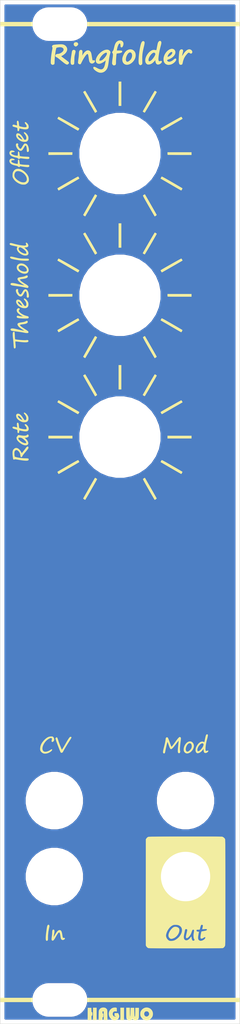
<source format=kicad_pcb>
(kicad_pcb (version 20171130) (host pcbnew "(5.1.9)-1")

  (general
    (thickness 1.6)
    (drawings 4)
    (tracks 0)
    (zones 0)
    (modules 10)
    (nets 1)
  )

  (page A4)
  (layers
    (0 F.Cu signal)
    (31 B.Cu signal)
    (32 B.Adhes user)
    (33 F.Adhes user)
    (34 B.Paste user)
    (35 F.Paste user)
    (36 B.SilkS user)
    (37 F.SilkS user)
    (38 B.Mask user)
    (39 F.Mask user)
    (40 Dwgs.User user hide)
    (41 Cmts.User user)
    (42 Eco1.User user)
    (43 Eco2.User user)
    (44 Edge.Cuts user)
    (45 Margin user)
    (46 B.CrtYd user)
    (47 F.CrtYd user)
    (48 B.Fab user)
    (49 F.Fab user)
  )

  (setup
    (last_trace_width 0.25)
    (trace_clearance 0.2)
    (zone_clearance 0.508)
    (zone_45_only no)
    (trace_min 0.2)
    (via_size 0.8)
    (via_drill 0.4)
    (via_min_size 0.4)
    (via_min_drill 0.3)
    (uvia_size 0.3)
    (uvia_drill 0.1)
    (uvias_allowed no)
    (uvia_min_size 0.2)
    (uvia_min_drill 0.1)
    (edge_width 0.05)
    (segment_width 0.2)
    (pcb_text_width 0.3)
    (pcb_text_size 1.5 1.5)
    (mod_edge_width 0.12)
    (mod_text_size 1 1)
    (mod_text_width 0.15)
    (pad_size 1.524 1.524)
    (pad_drill 0.762)
    (pad_to_mask_clearance 0)
    (aux_axis_origin 0 0)
    (visible_elements 7EFFFFFF)
    (pcbplotparams
      (layerselection 0x010a0_7fffffff)
      (usegerberextensions true)
      (usegerberattributes false)
      (usegerberadvancedattributes true)
      (creategerberjobfile false)
      (excludeedgelayer true)
      (linewidth 0.100000)
      (plotframeref false)
      (viasonmask false)
      (mode 1)
      (useauxorigin false)
      (hpglpennumber 1)
      (hpglpenspeed 20)
      (hpglpendiameter 15.000000)
      (psnegative false)
      (psa4output false)
      (plotreference true)
      (plotvalue true)
      (plotinvisibletext false)
      (padsonsilk false)
      (subtractmaskfromsilk true)
      (outputformat 1)
      (mirror false)
      (drillshape 0)
      (scaleselection 1)
      (outputdirectory "Gerber/"))
  )

  (net 0 "")

  (net_class Default "This is the default net class."
    (clearance 0.2)
    (trace_width 0.25)
    (via_dia 0.8)
    (via_drill 0.4)
    (uvia_dia 0.3)
    (uvia_drill 0.1)
  )

  (module Front:Bohrung_6.2mm locked (layer F.Cu) (tedit 60E3EDE5) (tstamp 61BB9550)
    (at 23.325 109.92)
    (fp_text reference "" (at 0 0) (layer F.SilkS)
      (effects (font (size 1.27 1.27) (thickness 0.15)))
    )
    (fp_text value "" (at 0 0) (layer F.SilkS)
      (effects (font (size 1.27 1.27) (thickness 0.15)))
    )
    (pad "" np_thru_hole circle (at 0 0) (size 6.2 6.2) (drill 6.2) (layers *.Cu *.Mask))
  )

  (module Front:Bohrung_6.2mm locked (layer F.Cu) (tedit 60E3EDE5) (tstamp 61BB9537)
    (at 6.815 109.92)
    (fp_text reference "" (at 0 0) (layer F.SilkS)
      (effects (font (size 1.27 1.27) (thickness 0.15)))
    )
    (fp_text value "" (at 0 0) (layer F.SilkS)
      (effects (font (size 1.27 1.27) (thickness 0.15)))
    )
    (pad "" np_thru_hole circle (at 0 0) (size 6.2 6.2) (drill 6.2) (layers *.Cu *.Mask))
  )

  (module Front:Bohrung_6.2mm locked (layer F.Cu) (tedit 60E3EDE5) (tstamp 61BB951E)
    (at 23.325 100.395)
    (fp_text reference "" (at 0 0) (layer F.SilkS)
      (effects (font (size 1.27 1.27) (thickness 0.15)))
    )
    (fp_text value "" (at 0 0) (layer F.SilkS)
      (effects (font (size 1.27 1.27) (thickness 0.15)))
    )
    (pad "" np_thru_hole circle (at 0 0) (size 6.2 6.2) (drill 6.2) (layers *.Cu *.Mask))
  )

  (module Front:Bohrung_9.2mm locked (layer F.Cu) (tedit 60E3EDE5) (tstamp 61BB94D5)
    (at 15.07 54.795)
    (fp_text reference "" (at 0 0) (layer F.SilkS)
      (effects (font (size 1.27 1.27) (thickness 0.15)))
    )
    (fp_text value "" (at 0 0) (layer F.SilkS)
      (effects (font (size 1.27 1.27) (thickness 0.15)))
    )
    (pad "" np_thru_hole circle (at 0 0) (size 9.2 9.2) (drill 9.2) (layers *.Cu *.Mask))
  )

  (module Front:Bohrung_9.2mm locked (layer F.Cu) (tedit 60E3EDE5) (tstamp 61BB94BC)
    (at 15.07 37.015)
    (fp_text reference "" (at 0 0) (layer F.SilkS)
      (effects (font (size 1.27 1.27) (thickness 0.15)))
    )
    (fp_text value "" (at 0 0) (layer F.SilkS)
      (effects (font (size 1.27 1.27) (thickness 0.15)))
    )
    (pad "" np_thru_hole circle (at 0 0) (size 9.2 9.2) (drill 9.2) (layers *.Cu *.Mask))
  )

  (module Front:Bohrung_6.2mm locked (layer F.Cu) (tedit 60E3EDE5) (tstamp 61BB9490)
    (at 6.815 100.395)
    (fp_text reference "" (at 0 0) (layer F.SilkS)
      (effects (font (size 1.27 1.27) (thickness 0.15)))
    )
    (fp_text value "" (at 0 0) (layer F.SilkS)
      (effects (font (size 1.27 1.27) (thickness 0.15)))
    )
    (pad "" np_thru_hole circle (at 0 0) (size 6.2 6.2) (drill 6.2) (layers *.Cu *.Mask))
  )

  (module Front:Bohrung_9.2mm locked (layer F.Cu) (tedit 60E3EDE5) (tstamp 61BB9471)
    (at 15.07 19.235)
    (fp_text reference "" (at 0 0) (layer F.SilkS)
      (effects (font (size 1.27 1.27) (thickness 0.15)))
    )
    (fp_text value "" (at 0 0) (layer F.SilkS)
      (effects (font (size 1.27 1.27) (thickness 0.15)))
    )
    (pad "" np_thru_hole circle (at 0 0) (size 9.2 9.2) (drill 9.2) (layers *.Cu *.Mask))
  )

  (module Front:Bohrung_3.2x5.9mm locked (layer F.Cu) (tedit 61BB36DD) (tstamp 61BB9445)
    (at 7.5 125.4)
    (fp_text reference Ref** (at 0 0) (layer Dwgs.User) hide
      (effects (font (size 1.27 1.27) (thickness 0.15)))
    )
    (fp_text value Val** (at 0 0) (layer Dwgs.User) hide
      (effects (font (size 1.27 1.27) (thickness 0.15)))
    )
    (pad "" np_thru_hole oval (at 0 0) (size 5.9 3.2) (drill oval 5.9 3.2) (layers *.Cu *.Mask))
  )

  (module Front:Bohrung_3.2x5.9mm locked (layer F.Cu) (tedit 61BB36DD) (tstamp 61BB9418)
    (at 7.5 3)
    (fp_text reference Ref** (at 0 0) (layer Dwgs.User) hide
      (effects (font (size 1.27 1.27) (thickness 0.15)))
    )
    (fp_text value Val** (at 0 0) (layer Dwgs.User) hide
      (effects (font (size 1.27 1.27) (thickness 0.15)))
    )
    (pad "" np_thru_hole oval (at 0 0) (size 5.9 3.2) (drill oval 5.9 3.2) (layers *.Cu *.Mask))
  )

  (module Front:Front locked (layer F.Cu) (tedit 0) (tstamp 61BB91CD)
    (at 15.07 64.2)
    (fp_text reference G*** (at 0 0) (layer Dwgs.User) hide
      (effects (font (size 1.524 1.524) (thickness 0.3)))
    )
    (fp_text value LOGO (at 0.75 0) (layer Dwgs.User) hide
      (effects (font (size 1.524 1.524) (thickness 0.3)))
    )
    (fp_poly (pts (xy 7.127882 52.039723) (xy 7.280842 52.097972) (xy 7.385791 52.172055) (xy 7.449035 52.270385)
      (xy 7.474733 52.401744) (xy 7.473558 52.504802) (xy 7.433338 52.711007) (xy 7.345096 52.913438)
      (xy 7.216926 53.102252) (xy 7.056922 53.267603) (xy 6.873179 53.399649) (xy 6.673792 53.488545)
      (xy 6.661585 53.492269) (xy 6.537619 53.524709) (xy 6.447962 53.534132) (xy 6.374993 53.519644)
      (xy 6.301095 53.480354) (xy 6.290674 53.473493) (xy 6.180675 53.36916) (xy 6.118268 53.236077)
      (xy 6.103603 53.076074) (xy 6.136828 52.89098) (xy 6.218093 52.682625) (xy 6.224994 52.668417)
      (xy 6.315801 52.51131) (xy 6.427774 52.359942) (xy 6.550353 52.225818) (xy 6.672983 52.120441)
      (xy 6.785105 52.055315) (xy 6.789085 52.053762) (xy 6.953261 52.020584) (xy 7.127882 52.039723)) (layer F.SilkS) (width 0.01))
    (fp_poly (pts (xy 15.070667 -60.931778) (xy -4.120444 -60.931778) (xy -4.120444 -61.468) (xy 15.070667 -61.468)
      (xy 15.070667 -60.931778)) (layer F.SilkS) (width 0.01))
    (fp_poly (pts (xy -11.006666 -60.931778) (xy -15.070666 -60.931778) (xy -15.070666 -61.468) (xy -11.006666 -61.468)
      (xy -11.006666 -60.931778)) (layer F.SilkS) (width 0.01))
    (fp_poly (pts (xy -5.437966 -58.921948) (xy -5.377999 -58.896475) (xy -5.322397 -58.841168) (xy -5.266848 -58.762496)
      (xy -5.253144 -58.695144) (xy -5.27839 -58.616019) (xy -5.290982 -58.590656) (xy -5.342399 -58.524033)
      (xy -5.418637 -58.458951) (xy -5.499668 -58.410042) (xy -5.563109 -58.391883) (xy -5.612018 -58.405852)
      (xy -5.680495 -58.439922) (xy -5.690146 -58.445671) (xy -5.77749 -58.52885) (xy -5.817265 -58.637619)
      (xy -5.808687 -58.750346) (xy -5.75934 -58.847784) (xy -5.671916 -58.906316) (xy -5.54345 -58.927814)
      (xy -5.527785 -58.928) (xy -5.437966 -58.921948)) (layer F.SilkS) (width 0.01))
    (fp_poly (pts (xy -4.799332 -57.936013) (xy -4.74098 -57.870118) (xy -4.73744 -57.861823) (xy -4.725759 -57.797282)
      (xy -4.721274 -57.693984) (xy -4.723427 -57.569082) (xy -4.731661 -57.439728) (xy -4.745419 -57.323076)
      (xy -4.756894 -57.262889) (xy -4.753304 -57.249629) (xy -4.728404 -57.279721) (xy -4.687371 -57.346669)
      (xy -4.680734 -57.358434) (xy -4.56063 -57.54456) (xy -4.428677 -57.698677) (xy -4.291536 -57.815082)
      (xy -4.155872 -57.88807) (xy -4.034112 -57.912) (xy -3.894237 -57.885165) (xy -3.771407 -57.809968)
      (xy -3.684255 -57.703716) (xy -3.658297 -57.655132) (xy -3.636245 -57.602273) (xy -3.61611 -57.536557)
      (xy -3.595907 -57.449404) (xy -3.573651 -57.332232) (xy -3.547355 -57.176462) (xy -3.515034 -56.973513)
      (xy -3.514576 -56.970595) (xy -3.49439 -56.849741) (xy -3.475335 -56.749332) (xy -3.460094 -56.682849)
      (xy -3.453687 -56.664502) (xy -3.416225 -56.650482) (xy -3.341728 -56.65144) (xy -3.31455 -56.65487)
      (xy -3.234396 -56.662559) (xy -3.189903 -56.651208) (xy -3.162661 -56.617089) (xy -3.148736 -56.534594)
      (xy -3.186705 -56.443433) (xy -3.272179 -56.351343) (xy -3.39493 -56.278283) (xy -3.522929 -56.254454)
      (xy -3.645088 -56.278965) (xy -3.750322 -56.350926) (xy -3.785008 -56.392537) (xy -3.822387 -56.452519)
      (xy -3.852161 -56.521322) (xy -3.877002 -56.609474) (xy -3.899575 -56.727501) (xy -3.922551 -56.885931)
      (xy -3.935212 -56.9851) (xy -3.961766 -57.172285) (xy -3.989334 -57.308214) (xy -4.019615 -57.398072)
      (xy -4.054309 -57.447043) (xy -4.091025 -57.460444) (xy -4.147725 -57.436157) (xy -4.223982 -57.367881)
      (xy -4.314892 -57.262497) (xy -4.41555 -57.126887) (xy -4.521053 -56.967931) (xy -4.626497 -56.792511)
      (xy -4.726978 -56.607507) (xy -4.790008 -56.479656) (xy -4.845912 -56.365017) (xy -4.895893 -56.26965)
      (xy -4.933664 -56.205151) (xy -4.950464 -56.183821) (xy -5.028923 -56.161531) (xy -5.121365 -56.178036)
      (xy -5.205446 -56.228935) (xy -5.212159 -56.235371) (xy -5.251098 -56.278913) (xy -5.271035 -56.322088)
      (xy -5.275776 -56.382853) (xy -5.269129 -56.479161) (xy -5.267513 -56.496426) (xy -5.254515 -56.613425)
      (xy -5.235551 -56.759761) (xy -5.214092 -56.90912) (xy -5.207393 -56.952444) (xy -5.187306 -57.110122)
      (xy -5.172322 -57.285681) (xy -5.165133 -57.446022) (xy -5.164866 -57.474996) (xy -5.154502 -57.663959)
      (xy -5.122837 -57.803809) (xy -5.06851 -57.898238) (xy -4.990157 -57.950938) (xy -4.989067 -57.951332)
      (xy -4.887399 -57.964995) (xy -4.799332 -57.936013)) (layer F.SilkS) (width 0.01))
    (fp_poly (pts (xy 5.113707 -59.073861) (xy 5.145846 -59.046093) (xy 5.184662 -58.990617) (xy 5.205105 -58.923924)
      (xy 5.206844 -58.836857) (xy 5.189548 -58.720257) (xy 5.152886 -58.564968) (xy 5.124695 -58.460995)
      (xy 5.058407 -58.207674) (xy 4.998135 -57.946878) (xy 4.945285 -57.687328) (xy 4.901259 -57.437747)
      (xy 4.867462 -57.206858) (xy 4.845299 -57.00338) (xy 4.836173 -56.836038) (xy 4.841488 -56.713551)
      (xy 4.842371 -56.707326) (xy 4.867648 -56.603392) (xy 4.909692 -56.549234) (xy 4.976675 -56.538841)
      (xy 5.048009 -56.556089) (xy 5.131096 -56.576673) (xy 5.199605 -56.5824) (xy 5.209372 -56.58123)
      (xy 5.258335 -56.548845) (xy 5.272204 -56.486048) (xy 5.251221 -56.406442) (xy 5.204944 -56.334259)
      (xy 5.101539 -56.239915) (xy 4.980464 -56.173478) (xy 4.8545 -56.137862) (xy 4.736428 -56.135978)
      (xy 4.639027 -56.170739) (xy 4.606489 -56.197885) (xy 4.526371 -56.316924) (xy 4.474173 -56.463375)
      (xy 4.459111 -56.587722) (xy 4.459111 -56.70459) (xy 4.346785 -56.56866) (xy 4.163375 -56.376335)
      (xy 3.977173 -56.240102) (xy 3.787653 -56.159652) (xy 3.606371 -56.13462) (xy 3.505444 -56.138626)
      (xy 3.435918 -56.157028) (xy 3.373099 -56.197965) (xy 3.347039 -56.220077) (xy 3.258738 -56.323164)
      (xy 3.205787 -56.451168) (xy 3.184515 -56.614572) (xy 3.183938 -56.686009) (xy 3.189916 -56.729633)
      (xy 3.584462 -56.729633) (xy 3.598097 -56.617495) (xy 3.610181 -56.589785) (xy 3.650375 -56.542705)
      (xy 3.707941 -56.53301) (xy 3.794371 -56.559919) (xy 3.827691 -56.575035) (xy 3.921672 -56.637513)
      (xy 4.027302 -56.736413) (xy 4.136567 -56.86063) (xy 4.241456 -56.999059) (xy 4.333954 -57.140594)
      (xy 4.406049 -57.27413) (xy 4.449729 -57.388562) (xy 4.459111 -57.450125) (xy 4.435837 -57.527083)
      (xy 4.378649 -57.593102) (xy 4.306497 -57.628183) (xy 4.288871 -57.629778) (xy 4.179013 -57.604741)
      (xy 4.063111 -57.5359) (xy 3.947302 -57.43266) (xy 3.837723 -57.304425) (xy 3.740512 -57.1606)
      (xy 3.661807 -57.01059) (xy 3.607744 -56.863799) (xy 3.584462 -56.729633) (xy 3.189916 -56.729633)
      (xy 3.212449 -56.894046) (xy 3.286138 -57.110907) (xy 3.397454 -57.32527) (xy 3.538846 -57.525815)
      (xy 3.702764 -57.701222) (xy 3.881658 -57.840171) (xy 3.995207 -57.902326) (xy 4.107268 -57.946211)
      (xy 4.206289 -57.963304) (xy 4.311806 -57.960763) (xy 4.411875 -57.950299) (xy 4.496131 -57.936914)
      (xy 4.531513 -57.928148) (xy 4.555877 -57.923263) (xy 4.574967 -57.93338) (xy 4.591794 -57.96682)
      (xy 4.609366 -58.031904) (xy 4.630695 -58.136955) (xy 4.655111 -58.269904) (xy 4.683659 -58.423161)
      (xy 4.712927 -58.57199) (xy 4.73945 -58.699248) (xy 4.759539 -58.786889) (xy 4.807199 -58.912955)
      (xy 4.874777 -59.010275) (xy 4.953942 -59.073259) (xy 5.036362 -59.096318) (xy 5.113707 -59.073861)) (layer F.SilkS) (width 0.01))
    (fp_poly (pts (xy 8.826027 -58.028365) (xy 8.955267 -57.964627) (xy 9.013875 -57.91404) (xy 9.079881 -57.81812)
      (xy 9.104849 -57.713122) (xy 9.087964 -57.614424) (xy 9.033592 -57.541445) (xy 8.963354 -57.505322)
      (xy 8.885798 -57.512079) (xy 8.789281 -57.563235) (xy 8.771199 -57.575715) (xy 8.703758 -57.615218)
      (xy 8.645805 -57.623114) (xy 8.584506 -57.595655) (xy 8.507032 -57.529094) (xy 8.464089 -57.48602)
      (xy 8.242695 -57.221581) (xy 8.073651 -56.936345) (xy 7.956504 -56.629459) (xy 7.914153 -56.451784)
      (xy 7.886357 -56.32538) (xy 7.856953 -56.223066) (xy 7.829531 -56.155722) (xy 7.809321 -56.134)
      (xy 7.780943 -56.127088) (xy 7.720398 -56.110286) (xy 7.714698 -56.108655) (xy 7.606749 -56.100774)
      (xy 7.559662 -56.116536) (xy 7.498254 -56.163857) (xy 7.454049 -56.24058) (xy 7.424043 -56.355028)
      (xy 7.405231 -56.515523) (xy 7.402714 -56.551309) (xy 7.399547 -56.669995) (xy 7.401798 -56.8267)
      (xy 7.408613 -57.007617) (xy 7.419141 -57.198937) (xy 7.432526 -57.386855) (xy 7.447918 -57.557562)
      (xy 7.464463 -57.697252) (xy 7.478651 -57.78063) (xy 7.526828 -57.902018) (xy 7.605171 -57.988629)
      (xy 7.703732 -58.033759) (xy 7.812565 -58.030703) (xy 7.837641 -58.022618) (xy 7.89791 -57.98897)
      (xy 7.933224 -57.937972) (xy 7.944588 -57.861186) (xy 7.933009 -57.750172) (xy 7.899492 -57.59649)
      (xy 7.892 -57.566747) (xy 7.851923 -57.404212) (xy 7.828462 -57.29327) (xy 7.821922 -57.231479)
      (xy 7.832607 -57.216397) (xy 7.860819 -57.245582) (xy 7.906864 -57.31659) (xy 7.920315 -57.339101)
      (xy 8.075336 -57.575546) (xy 8.23178 -57.764968) (xy 8.387359 -57.906164) (xy 8.539785 -57.99793)
      (xy 8.68677 -58.039065) (xy 8.826027 -58.028365)) (layer F.SilkS) (width 0.01))
    (fp_poly (pts (xy 6.656418 -58.090027) (xy 6.78538 -58.035588) (xy 6.88432 -57.943915) (xy 6.948628 -57.822627)
      (xy 6.973698 -57.679342) (xy 6.95492 -57.521679) (xy 6.916632 -57.414244) (xy 6.81503 -57.24969)
      (xy 6.668331 -57.093575) (xy 6.487879 -56.954921) (xy 6.28502 -56.84275) (xy 6.118339 -56.779387)
      (xy 6.001729 -56.736808) (xy 5.938553 -56.693036) (xy 5.925966 -56.642551) (xy 5.961122 -56.579835)
      (xy 5.99594 -56.541939) (xy 6.087198 -56.488594) (xy 6.206551 -56.475292) (xy 6.344744 -56.499757)
      (xy 6.492522 -56.559711) (xy 6.64063 -56.652879) (xy 6.72238 -56.720637) (xy 6.845209 -56.821806)
      (xy 6.940565 -56.875152) (xy 7.010304 -56.881077) (xy 7.056285 -56.839985) (xy 7.07237 -56.796501)
      (xy 7.068332 -56.704602) (xy 7.020342 -56.599237) (xy 6.936779 -56.488087) (xy 6.826026 -56.378831)
      (xy 6.696463 -56.279147) (xy 6.556471 -56.196714) (xy 6.414433 -56.139213) (xy 6.33433 -56.120297)
      (xy 6.208208 -56.100875) (xy 6.121344 -56.091571) (xy 6.057694 -56.091219) (xy 6.011334 -56.096833)
      (xy 5.83026 -56.151474) (xy 5.687139 -56.247547) (xy 5.580519 -56.386369) (xy 5.515169 -56.546875)
      (xy 5.482584 -56.750617) (xy 5.495318 -56.96485) (xy 5.535202 -57.128018) (xy 5.985151 -57.128018)
      (xy 6.003627 -57.098026) (xy 6.061027 -57.104238) (xy 6.159895 -57.143064) (xy 6.170422 -57.147812)
      (xy 6.300118 -57.221753) (xy 6.415851 -57.315357) (xy 6.509218 -57.418661) (xy 6.571811 -57.521706)
      (xy 6.595225 -57.614532) (xy 6.591648 -57.646928) (xy 6.557124 -57.700543) (xy 6.496519 -57.71367)
      (xy 6.417468 -57.691091) (xy 6.32761 -57.637583) (xy 6.234582 -57.557926) (xy 6.146021 -57.4569)
      (xy 6.069564 -57.339282) (xy 6.054791 -57.310981) (xy 6.003054 -57.197806) (xy 5.985151 -57.128018)
      (xy 5.535202 -57.128018) (xy 5.548301 -57.181602) (xy 5.636468 -57.3929) (xy 5.754751 -57.590771)
      (xy 5.898084 -57.767243) (xy 6.061398 -57.914344) (xy 6.239627 -58.024101) (xy 6.427705 -58.088542)
      (xy 6.502042 -58.099615) (xy 6.656418 -58.090027)) (layer F.SilkS) (width 0.01))
    (fp_poly (pts (xy 1.528221 -58.001651) (xy 1.681246 -57.923853) (xy 1.811708 -57.802759) (xy 1.912358 -57.638927)
      (xy 1.917891 -57.62636) (xy 1.967658 -57.445281) (xy 1.975459 -57.242059) (xy 1.94216 -57.031313)
      (xy 1.870813 -56.832259) (xy 1.752681 -56.629495) (xy 1.605636 -56.452643) (xy 1.437357 -56.306485)
      (xy 1.255524 -56.195805) (xy 1.067816 -56.125387) (xy 0.881914 -56.100013) (xy 0.72542 -56.118871)
      (xy 0.568836 -56.186776) (xy 0.444457 -56.296974) (xy 0.355271 -56.443463) (xy 0.304263 -56.620241)
      (xy 0.298928 -56.72926) (xy 0.739164 -56.72926) (xy 0.747784 -56.652475) (xy 0.773031 -56.589434)
      (xy 0.787895 -56.564389) (xy 0.851605 -56.495739) (xy 0.930421 -56.473831) (xy 1.030359 -56.49852)
      (xy 1.136314 -56.555976) (xy 1.294383 -56.686558) (xy 1.416235 -56.849644) (xy 1.49684 -57.034237)
      (xy 1.531171 -57.229342) (xy 1.520199 -57.395293) (xy 1.475593 -57.528325) (xy 1.404771 -57.615467)
      (xy 1.314876 -57.656364) (xy 1.213049 -57.650659) (xy 1.106434 -57.597994) (xy 1.002172 -57.498013)
      (xy 0.949103 -57.423813) (xy 0.842691 -57.230993) (xy 0.777014 -57.048282) (xy 0.745045 -56.855713)
      (xy 0.743839 -56.840697) (xy 0.739164 -56.72926) (xy 0.298928 -56.72926) (xy 0.294422 -56.821308)
      (xy 0.309956 -56.953576) (xy 0.354938 -57.12157) (xy 0.429359 -57.308629) (xy 0.523067 -57.493585)
      (xy 0.625908 -57.655271) (xy 0.67838 -57.721695) (xy 0.83548 -57.868737) (xy 1.006263 -57.969697)
      (xy 1.183481 -58.02513) (xy 1.359883 -58.035596) (xy 1.528221 -58.001651)) (layer F.SilkS) (width 0.01))
    (fp_poly (pts (xy -5.700361 -57.947044) (xy -5.623756 -57.88714) (xy -5.589224 -57.795173) (xy -5.588 -57.771242)
      (xy -5.595396 -57.708041) (xy -5.615274 -57.607187) (xy -5.644168 -57.485171) (xy -5.663635 -57.411408)
      (xy -5.693475 -57.296076) (xy -5.714656 -57.193171) (xy -5.728791 -57.088051) (xy -5.73749 -56.966078)
      (xy -5.742365 -56.812612) (xy -5.744374 -56.677847) (xy -5.748858 -56.4698) (xy -5.757084 -56.31745)
      (xy -5.769099 -56.220168) (xy -5.783266 -56.179092) (xy -5.849929 -56.131995) (xy -5.942855 -56.102313)
      (xy -6.029553 -56.099177) (xy -6.104657 -56.130456) (xy -6.158815 -56.198594) (xy -6.192353 -56.306451)
      (xy -6.205599 -56.456888) (xy -6.19888 -56.652765) (xy -6.172523 -56.896941) (xy -6.143303 -57.093555)
      (xy -6.117126 -57.257645) (xy -6.092642 -57.414531) (xy -6.072019 -57.550069) (xy -6.057428 -57.650116)
      (xy -6.053558 -57.678634) (xy -6.020714 -57.820285) (xy -5.963678 -57.913085) (xy -5.879615 -57.960429)
      (xy -5.811729 -57.968444) (xy -5.700361 -57.947044)) (layer F.SilkS) (width 0.01))
    (fp_poly (pts (xy -7.202548 -58.651403) (xy -7.055014 -58.610784) (xy -6.929569 -58.543671) (xy -6.852422 -58.482372)
      (xy -6.728475 -58.339164) (xy -6.657486 -58.184286) (xy -6.638229 -58.02188) (xy -6.669478 -57.85609)
      (xy -6.750006 -57.691058) (xy -6.878587 -57.530925) (xy -7.053995 -57.379835) (xy -7.208669 -57.278932)
      (xy -7.399023 -57.167975) (xy -7.333122 -57.115613) (xy -7.287432 -57.080354) (xy -7.206482 -57.018906)
      (xy -7.10027 -56.938821) (xy -6.978789 -56.847645) (xy -6.928555 -56.810056) (xy -6.752239 -56.677748)
      (xy -6.617252 -56.57386) (xy -6.519606 -56.493158) (xy -6.455315 -56.430412) (xy -6.42039 -56.380388)
      (xy -6.410844 -56.337856) (xy -6.422691 -56.297582) (xy -6.451942 -56.254334) (xy -6.479509 -56.220832)
      (xy -6.551643 -56.155503) (xy -6.630881 -56.128954) (xy -6.724397 -56.142295) (xy -6.839365 -56.196634)
      (xy -6.98296 -56.293082) (xy -6.992553 -56.300166) (xy -7.119539 -56.39671) (xy -7.257446 -56.505306)
      (xy -7.38122 -56.606143) (xy -7.408707 -56.62925) (xy -7.585339 -56.775666) (xy -7.738275 -56.895496)
      (xy -7.863306 -56.985714) (xy -7.956219 -57.043294) (xy -8.012805 -57.065211) (xy -8.015613 -57.065333)
      (xy -8.072894 -57.089693) (xy -8.111466 -57.150795) (xy -8.12652 -57.230678) (xy -8.113246 -57.311378)
      (xy -8.091824 -57.350001) (xy -8.007114 -57.420069) (xy -7.884648 -57.455215) (xy -7.795392 -57.460444)
      (xy -7.655328 -57.482448) (xy -7.501801 -57.541837) (xy -7.352124 -57.62868) (xy -7.223608 -57.733045)
      (xy -7.137925 -57.837658) (xy -7.089549 -57.958637) (xy -7.09292 -58.069582) (xy -7.143538 -58.165182)
      (xy -7.236905 -58.240123) (xy -7.368521 -58.289096) (xy -7.533886 -58.306789) (xy -7.535333 -58.30679)
      (xy -7.627045 -58.301913) (xy -7.734752 -58.28922) (xy -7.841604 -58.271604) (xy -7.930754 -58.251958)
      (xy -7.985354 -58.233175) (xy -7.992295 -58.228327) (xy -8.016767 -58.179118) (xy -8.044288 -58.08238)
      (xy -8.073597 -57.946867) (xy -8.103432 -57.781331) (xy -8.132533 -57.594523) (xy -8.15964 -57.395196)
      (xy -8.183492 -57.192101) (xy -8.202828 -56.993992) (xy -8.216388 -56.809619) (xy -8.222911 -56.647735)
      (xy -8.223211 -56.62517) (xy -8.226883 -56.44285) (xy -8.234448 -56.311837) (xy -8.246365 -56.227098)
      (xy -8.263096 -56.1836) (xy -8.263694 -56.182859) (xy -8.333948 -56.132251) (xy -8.429796 -56.10152)
      (xy -8.512548 -56.099103) (xy -8.572982 -56.125913) (xy -8.636922 -56.177513) (xy -8.639548 -56.180275)
      (xy -8.670079 -56.21715) (xy -8.689385 -56.257706) (xy -8.699772 -56.314987) (xy -8.703548 -56.402034)
      (xy -8.70302 -56.531892) (xy -8.702936 -56.538605) (xy -8.692654 -56.771245) (xy -8.668246 -57.043297)
      (xy -8.631499 -57.340017) (xy -8.584199 -57.646661) (xy -8.538257 -57.897889) (xy -8.510481 -58.043662)
      (xy -8.494247 -58.145186) (xy -8.488831 -58.213307) (xy -8.493508 -58.258871) (xy -8.507553 -58.292722)
      (xy -8.511435 -58.299063) (xy -8.548039 -58.390618) (xy -8.530402 -58.472512) (xy -8.481167 -58.532523)
      (xy -8.447117 -58.55812) (xy -8.400372 -58.579342) (xy -8.334259 -58.597184) (xy -8.242102 -58.612641)
      (xy -8.117227 -58.626708) (xy -7.952959 -58.64038) (xy -7.742623 -58.654652) (xy -7.605279 -58.663094)
      (xy -7.38252 -58.668012) (xy -7.202548 -58.651403)) (layer F.SilkS) (width 0.01))
    (fp_poly (pts (xy 3.001096 -59.049714) (xy 3.048 -59.012667) (xy 3.077735 -58.974142) (xy 3.095288 -58.924827)
      (xy 3.100057 -58.857234) (xy 3.091442 -58.763874) (xy 3.068844 -58.637258) (xy 3.031661 -58.469898)
      (xy 2.990985 -58.301541) (xy 2.916458 -57.980258) (xy 2.861795 -57.696139) (xy 2.825243 -57.43421)
      (xy 2.805052 -57.179492) (xy 2.799472 -56.917009) (xy 2.803964 -56.701982) (xy 2.808808 -56.512497)
      (xy 2.808727 -56.360356) (xy 2.803858 -56.251529) (xy 2.794334 -56.191988) (xy 2.792274 -56.187219)
      (xy 2.749637 -56.140664) (xy 2.681316 -56.092218) (xy 2.611835 -56.057518) (xy 2.576679 -56.049749)
      (xy 2.536985 -56.061684) (xy 2.483556 -56.085763) (xy 2.426368 -56.136469) (xy 2.381968 -56.212134)
      (xy 2.379315 -56.219402) (xy 2.35692 -56.328497) (xy 2.346147 -56.484833) (xy 2.346204 -56.680591)
      (xy 2.356299 -56.90795) (xy 2.375638 -57.15909) (xy 2.403429 -57.426191) (xy 2.43888 -57.701432)
      (xy 2.481197 -57.976993) (xy 2.529588 -58.245053) (xy 2.58326 -58.497794) (xy 2.628881 -58.681513)
      (xy 2.685659 -58.844881) (xy 2.755278 -58.966553) (xy 2.833729 -59.043361) (xy 2.917005 -59.072137)
      (xy 3.001096 -59.049714)) (layer F.SilkS) (width 0.01))
    (fp_poly (pts (xy 0.142732 -59.137318) (xy 0.262592 -59.083993) (xy 0.357991 -58.998604) (xy 0.420802 -58.883851)
      (xy 0.442897 -58.742435) (xy 0.439892 -58.690588) (xy 0.416686 -58.576643) (xy 0.376552 -58.457765)
      (xy 0.360621 -58.422477) (xy 0.312457 -58.33964) (xy 0.26551 -58.297591) (xy 0.215284 -58.283738)
      (xy 0.14574 -58.285483) (xy 0.102072 -58.315716) (xy 0.07899 -58.383053) (xy 0.071206 -58.496107)
      (xy 0.071028 -58.51871) (xy 0.060679 -58.656962) (xy 0.030583 -58.742836) (xy -0.019121 -58.776108)
      (xy -0.081282 -58.760478) (xy -0.137817 -58.705891) (xy -0.197857 -58.606634) (xy -0.256909 -58.473913)
      (xy -0.310482 -58.318933) (xy -0.354083 -58.1529) (xy -0.379029 -58.017833) (xy -0.398569 -57.883778)
      (xy -0.089851 -57.883778) (xy 0.065957 -57.881164) (xy 0.173174 -57.871293) (xy 0.239497 -57.851122)
      (xy 0.272622 -57.817607) (xy 0.280245 -57.767707) (xy 0.277333 -57.738594) (xy 0.238724 -57.667633)
      (xy 0.145656 -57.610555) (xy -0.001586 -57.567485) (xy -0.158044 -57.543219) (xy -0.26977 -57.529589)
      (xy -0.357871 -57.517079) (xy -0.409031 -57.507659) (xy -0.41641 -57.504997) (xy -0.427645 -57.468529)
      (xy -0.440592 -57.386481) (xy -0.454346 -57.269654) (xy -0.468001 -57.128851) (xy -0.480652 -56.974875)
      (xy -0.491391 -56.818528) (xy -0.499314 -56.670613) (xy -0.503514 -56.541933) (xy -0.503674 -56.464383)
      (xy -0.5041 -56.304395) (xy -0.515389 -56.191304) (xy -0.54197 -56.115931) (xy -0.588277 -56.069094)
      (xy -0.658742 -56.041616) (xy -0.712989 -56.030839) (xy -0.786488 -56.026153) (xy -0.842687 -56.048124)
      (xy -0.901802 -56.100127) (xy -0.954101 -56.160737) (xy -0.97953 -56.221633) (xy -0.987017 -56.307536)
      (xy -0.987129 -56.33644) (xy -0.98257 -56.423194) (xy -0.970629 -56.548931) (xy -0.953106 -56.696943)
      (xy -0.931805 -56.850521) (xy -0.931333 -56.853667) (xy -0.900957 -57.069635) (xy -0.882703 -57.237227)
      (xy -0.87657 -57.363191) (xy -0.882558 -57.454279) (xy -0.900668 -57.517241) (xy -0.930899 -57.558828)
      (xy -0.931333 -57.559222) (xy -0.980077 -57.630378) (xy -0.975119 -57.709328) (xy -0.916079 -57.799189)
      (xy -0.899988 -57.816444) (xy -0.860499 -57.86322) (xy -0.828467 -57.919085) (xy -0.799515 -57.995626)
      (xy -0.769268 -58.104432) (xy -0.733348 -58.25709) (xy -0.733015 -58.258569) (xy -0.675224 -58.487415)
      (xy -0.614426 -58.66862) (xy -0.546767 -58.810982) (xy -0.468396 -58.923296) (xy -0.418798 -58.975958)
      (xy -0.282355 -59.077899) (xy -0.137869 -59.136971) (xy 0.006536 -59.155878) (xy 0.142732 -59.137318)) (layer F.SilkS) (width 0.01))
    (fp_poly (pts (xy -1.53905 -57.990314) (xy -1.399331 -57.943147) (xy -1.286391 -57.853338) (xy -1.241827 -57.792408)
      (xy -1.207917 -57.721711) (xy -1.195986 -57.665273) (xy -1.197002 -57.658094) (xy -1.208806 -57.613658)
      (xy -1.23149 -57.528937) (xy -1.261243 -57.418145) (xy -1.280234 -57.347555) (xy -1.308342 -57.226287)
      (xy -1.339138 -57.065334) (xy -1.369804 -56.881189) (xy -1.397523 -56.690343) (xy -1.411813 -56.577405)
      (xy -1.446226 -56.308226) (xy -1.481065 -56.087408) (xy -1.518818 -55.906904) (xy -1.56197 -55.758666)
      (xy -1.613006 -55.634648) (xy -1.674415 -55.526804) (xy -1.74868 -55.427086) (xy -1.777687 -55.393165)
      (xy -1.939472 -55.249665) (xy -2.127102 -55.15254) (xy -2.331443 -55.104884) (xy -2.543357 -55.109789)
      (xy -2.589895 -55.118189) (xy -2.724082 -55.160528) (xy -2.868368 -55.229546) (xy -3.011571 -55.317151)
      (xy -3.142509 -55.415252) (xy -3.25 -55.515756) (xy -3.322863 -55.610573) (xy -3.346439 -55.665646)
      (xy -3.353949 -55.761654) (xy -3.321887 -55.820233) (xy -3.253493 -55.840735) (xy -3.152012 -55.822512)
      (xy -3.020685 -55.764914) (xy -2.975828 -55.739787) (xy -2.756326 -55.622733) (xy -2.566354 -55.547954)
      (xy -2.403244 -55.517093) (xy -2.264327 -55.53179) (xy -2.146935 -55.59369) (xy -2.048401 -55.704432)
      (xy -1.966057 -55.86566) (xy -1.897234 -56.079016) (xy -1.839265 -56.346141) (xy -1.821428 -56.450286)
      (xy -1.786208 -56.667794) (xy -1.914171 -56.555157) (xy -2.038135 -56.46186) (xy -2.187079 -56.373627)
      (xy -2.343529 -56.298956) (xy -2.490011 -56.246345) (xy -2.592098 -56.225462) (xy -2.748796 -56.234077)
      (xy -2.877345 -56.288635) (xy -2.972482 -56.383484) (xy -3.028944 -56.512971) (xy -3.036911 -56.613778)
      (xy -2.603876 -56.613778) (xy -2.496182 -56.613778) (xy -2.401139 -56.626772) (xy -2.297109 -56.659131)
      (xy -2.27053 -56.67088) (xy -2.165878 -56.738061) (xy -2.052093 -56.838227) (xy -1.937555 -56.960605)
      (xy -1.83064 -57.094423) (xy -1.739727 -57.228909) (xy -1.673195 -57.353292) (xy -1.639421 -57.456799)
      (xy -1.636889 -57.485554) (xy -1.648241 -57.572832) (xy -1.685422 -57.618396) (xy -1.753114 -57.62345)
      (xy -1.856001 -57.589195) (xy -1.920662 -57.558436) (xy -2.053785 -57.472779) (xy -2.190037 -57.353755)
      (xy -2.320011 -57.21306) (xy -2.434297 -57.062391) (xy -2.523486 -56.913442) (xy -2.578168 -56.77791)
      (xy -2.588519 -56.728276) (xy -2.603876 -56.613778) (xy -3.036911 -56.613778) (xy -3.04147 -56.671444)
      (xy -3.038389 -56.704863) (xy -2.999777 -56.865525) (xy -2.924042 -57.04446) (xy -2.819329 -57.226226)
      (xy -2.693783 -57.395381) (xy -2.645553 -57.449683) (xy -2.455475 -57.631427) (xy -2.260656 -57.778226)
      (xy -2.066351 -57.888797) (xy -1.877813 -57.961857) (xy -1.700295 -57.996124) (xy -1.53905 -57.990314)) (layer F.SilkS) (width 0.01))
    (fp_poly (pts (xy 0.169334 -50.941111) (xy -0.169333 -50.941111) (xy -0.169333 -53.989111) (xy 0.169334 -53.989111)
      (xy 0.169334 -50.941111)) (layer F.SilkS) (width 0.01))
    (fp_poly (pts (xy 4.421921 -52.818458) (xy 4.487109 -52.785295) (xy 4.55555 -52.743703) (xy 4.60872 -52.704872)
      (xy 4.628227 -52.681119) (xy 4.614544 -52.649842) (xy 4.575486 -52.576012) (xy 4.514265 -52.465132)
      (xy 4.43409 -52.322707) (xy 4.338173 -52.154238) (xy 4.229724 -51.96523) (xy 4.111954 -51.761186)
      (xy 3.988074 -51.547609) (xy 3.861294 -51.330002) (xy 3.734825 -51.113869) (xy 3.611878 -50.904713)
      (xy 3.495663 -50.708037) (xy 3.389391 -50.529345) (xy 3.296274 -50.37414) (xy 3.21952 -50.247926)
      (xy 3.162342 -50.156205) (xy 3.12795 -50.104481) (xy 3.119406 -50.094909) (xy 3.078852 -50.108279)
      (xy 3.010965 -50.141395) (xy 2.980184 -50.158409) (xy 2.914197 -50.200956) (xy 2.875542 -50.235159)
      (xy 2.87124 -50.244405) (xy 2.885381 -50.275755) (xy 2.924803 -50.349654) (xy 2.986301 -50.460601)
      (xy 3.066668 -50.603093) (xy 3.1627 -50.771627) (xy 3.271192 -50.960701) (xy 3.388938 -51.164811)
      (xy 3.512733 -51.378455) (xy 3.639371 -51.596131) (xy 3.765648 -51.812336) (xy 3.888358 -52.021567)
      (xy 4.004296 -52.218321) (xy 4.110256 -52.397097) (xy 4.203034 -52.55239) (xy 4.279423 -52.6787)
      (xy 4.336219 -52.770522) (xy 4.370217 -52.822354) (xy 4.378509 -52.832) (xy 4.421921 -52.818458)) (layer F.SilkS) (width 0.01))
    (fp_poly (pts (xy -4.353159 -52.808477) (xy -4.311419 -52.741374) (xy -4.248059 -52.636275) (xy -4.16627 -52.49869)
      (xy -4.06924 -52.334124) (xy -3.960162 -52.148086) (xy -3.842226 -51.946081) (xy -3.718621 -51.733619)
      (xy -3.592538 -51.516205) (xy -3.467169 -51.299348) (xy -3.345703 -51.088554) (xy -3.23133 -50.88933)
      (xy -3.127242 -50.707185) (xy -3.036629 -50.547625) (xy -2.96268 -50.416157) (xy -2.908588 -50.318289)
      (xy -2.877541 -50.259529) (xy -2.871221 -50.24478) (xy -2.8932 -50.218859) (xy -2.950323 -50.17684)
      (xy -3.000774 -50.145362) (xy -3.130941 -50.068885) (xy -3.283041 -50.328609) (xy -3.393214 -50.517307)
      (xy -3.513328 -50.724032) (xy -3.640349 -50.943478) (xy -3.771245 -51.170341) (xy -3.902985 -51.399318)
      (xy -4.032534 -51.625103) (xy -4.156862 -51.842392) (xy -4.272936 -52.04588) (xy -4.377723 -52.230263)
      (xy -4.468191 -52.390236) (xy -4.541307 -52.520495) (xy -4.59404 -52.615736) (xy -4.623356 -52.670653)
      (xy -4.628444 -52.682071) (xy -4.606044 -52.705553) (xy -4.551004 -52.742874) (xy -4.481571 -52.783442)
      (xy -4.415987 -52.816663) (xy -4.372496 -52.831945) (xy -4.370088 -52.832078) (xy -4.353159 -52.808477)) (layer F.SilkS) (width 0.01))
    (fp_poly (pts (xy 7.749401 -49.547679) (xy 7.789279 -49.491003) (xy 7.829578 -49.423172) (xy 7.860124 -49.361664)
      (xy 7.870738 -49.323959) (xy 7.868913 -49.320161) (xy 7.83681 -49.300249) (xy 7.762031 -49.256096)
      (xy 7.650115 -49.190872) (xy 7.506601 -49.107748) (xy 7.337027 -49.009892) (xy 7.146932 -48.900477)
      (xy 6.941855 -48.782671) (xy 6.727334 -48.659646) (xy 6.508908 -48.534571) (xy 6.292116 -48.410617)
      (xy 6.082495 -48.290954) (xy 5.885585 -48.178752) (xy 5.706925 -48.077182) (xy 5.552052 -47.989414)
      (xy 5.426507 -47.918617) (xy 5.335826 -47.867963) (xy 5.285549 -47.840622) (xy 5.277163 -47.836667)
      (xy 5.251484 -47.859005) (xy 5.209727 -47.916347) (xy 5.178972 -47.965882) (xy 5.138407 -48.039347)
      (xy 5.115106 -48.090022) (xy 5.11279 -48.103679) (xy 5.149264 -48.128509) (xy 5.228108 -48.176744)
      (xy 5.343761 -48.245244) (xy 5.490664 -48.330871) (xy 5.663255 -48.430485) (xy 5.855973 -48.540946)
      (xy 6.063258 -48.659115) (xy 6.279549 -48.781852) (xy 6.499285 -48.906018) (xy 6.716905 -49.028474)
      (xy 6.92685 -49.14608) (xy 7.123558 -49.255696) (xy 7.301468 -49.354184) (xy 7.455019 -49.438403)
      (xy 7.578652 -49.505215) (xy 7.666805 -49.551479) (xy 7.713917 -49.574056) (xy 7.720122 -49.575723)
      (xy 7.749401 -49.547679)) (layer F.SilkS) (width 0.01))
    (fp_poly (pts (xy -7.691621 -49.56408) (xy -7.619914 -49.527375) (xy -7.510403 -49.46881) (xy -7.36865 -49.391523)
      (xy -7.200218 -49.298655) (xy -7.010669 -49.193345) (xy -6.805565 -49.078734) (xy -6.590471 -48.957961)
      (xy -6.370947 -48.834166) (xy -6.152557 -48.710489) (xy -5.940862 -48.590069) (xy -5.741427 -48.476047)
      (xy -5.559812 -48.371562) (xy -5.401581 -48.279754) (xy -5.272296 -48.203763) (xy -5.17752 -48.146728)
      (xy -5.122815 -48.111791) (xy -5.11279 -48.104148) (xy -5.117835 -48.074644) (xy -5.147309 -48.01761)
      (xy -5.190329 -47.949554) (xy -5.236013 -47.886983) (xy -5.273478 -47.846402) (xy -5.287293 -47.839457)
      (xy -5.317343 -47.853802) (xy -5.391426 -47.893947) (xy -5.504839 -47.957217) (xy -5.652878 -48.040936)
      (xy -5.830841 -48.142429) (xy -6.034026 -48.259022) (xy -6.257729 -48.388037) (xy -6.497247 -48.526801)
      (xy -6.575778 -48.572428) (xy -6.819116 -48.713806) (xy -7.047862 -48.846511) (xy -7.257345 -48.967847)
      (xy -7.442896 -49.07512) (xy -7.599844 -49.165632) (xy -7.723518 -49.236689) (xy -7.809249 -49.285594)
      (xy -7.852367 -49.309651) (xy -7.8564 -49.31166) (xy -7.860323 -49.338784) (xy -7.840867 -49.395199)
      (xy -7.806853 -49.463834) (xy -7.767096 -49.527618) (xy -7.730417 -49.56948) (xy -7.719961 -49.575784)
      (xy -7.691621 -49.56408)) (layer F.SilkS) (width 0.01))
    (fp_poly (pts (xy -12.819908 -49.065697) (xy -12.781632 -49.022496) (xy -12.753785 -48.941402) (xy -12.733186 -48.814977)
      (xy -12.724835 -48.734887) (xy -12.712626 -48.614999) (xy -12.700137 -48.512887) (xy -12.689383 -48.444299)
      (xy -12.685693 -48.428717) (xy -12.660425 -48.400943) (xy -12.598175 -48.373458) (xy -12.491877 -48.343687)
      (xy -12.387762 -48.32017) (xy -12.159246 -48.278445) (xy -11.98081 -48.261698) (xy -11.851671 -48.270433)
      (xy -11.771046 -48.305152) (xy -11.738154 -48.36636) (xy -11.752212 -48.454558) (xy -11.812438 -48.570252)
      (xy -11.870342 -48.652987) (xy -11.936535 -48.744997) (xy -11.970571 -48.805066) (xy -11.977225 -48.843937)
      (xy -11.965664 -48.86745) (xy -11.917297 -48.902954) (xy -11.89158 -48.909111) (xy -11.843316 -48.888578)
      (xy -11.773553 -48.835078) (xy -11.694711 -48.760757) (xy -11.619212 -48.677763) (xy -11.559476 -48.598243)
      (xy -11.54051 -48.565782) (xy -11.504644 -48.461113) (xy -11.48816 -48.339535) (xy -11.492456 -48.224525)
      (xy -11.515503 -48.145548) (xy -11.589063 -48.067455) (xy -11.709418 -48.019326) (xy -11.875459 -48.001273)
      (xy -12.086077 -48.013408) (xy -12.340164 -48.055843) (xy -12.361333 -48.060334) (xy -12.478308 -48.085096)
      (xy -12.574127 -48.104633) (xy -12.635673 -48.11631) (xy -12.650611 -48.118447) (xy -12.663318 -48.093518)
      (xy -12.670869 -48.030035) (xy -12.671778 -47.993905) (xy -12.686031 -47.890047) (xy -12.723516 -47.816954)
      (xy -12.776325 -47.782038) (xy -12.836546 -47.792708) (xy -12.863689 -47.814089) (xy -12.882235 -47.859381)
      (xy -12.894536 -47.940674) (xy -12.897555 -48.010651) (xy -12.899694 -48.096896) (xy -12.912688 -48.155439)
      (xy -12.946407 -48.195427) (xy -13.010719 -48.226005) (xy -13.115495 -48.256319) (xy -13.180437 -48.272803)
      (xy -13.323431 -48.310183) (xy -13.419775 -48.340697) (xy -13.478014 -48.369303) (xy -13.506688 -48.400962)
      (xy -13.514341 -48.440632) (xy -13.512876 -48.465805) (xy -13.497347 -48.535568) (xy -13.462336 -48.575442)
      (xy -13.399419 -48.587395) (xy -13.30017 -48.573394) (xy -13.182434 -48.542979) (xy -13.076537 -48.514738)
      (xy -12.992982 -48.496045) (xy -12.945171 -48.489758) (xy -12.939254 -48.491116) (xy -12.936498 -48.52344)
      (xy -12.941097 -48.597451) (xy -12.952049 -48.699014) (xy -12.956384 -48.732451) (xy -12.970465 -48.886521)
      (xy -12.963578 -48.99238) (xy -12.934591 -49.054666) (xy -12.882369 -49.078013) (xy -12.871796 -49.078444)
      (xy -12.819908 -49.065697)) (layer F.SilkS) (width 0.01))
    (fp_poly (pts (xy -11.997781 -47.632964) (xy -11.919648 -47.595495) (xy -11.832257 -47.528829) (xy -11.742851 -47.438959)
      (xy -11.658675 -47.331878) (xy -11.586971 -47.213579) (xy -11.556833 -47.149176) (xy -11.532973 -47.062727)
      (xy -11.517687 -46.950986) (xy -11.514666 -46.882191) (xy -11.536131 -46.716929) (xy -11.601006 -46.587296)
      (xy -11.710014 -46.49199) (xy -11.741007 -46.474988) (xy -11.858902 -46.439313) (xy -12.009475 -46.428209)
      (xy -12.174637 -46.441574) (xy -12.333216 -46.478313) (xy -12.52378 -46.557099) (xy -12.693096 -46.661297)
      (xy -12.836361 -46.784334) (xy -12.948774 -46.919638) (xy -13.025531 -47.060637) (xy -13.056403 -47.179809)
      (xy -12.842694 -47.179809) (xy -12.817602 -47.106696) (xy -12.750771 -47.012571) (xy -12.721166 -46.979293)
      (xy -12.644942 -46.909232) (xy -12.548897 -46.837228) (xy -12.448527 -46.773175) (xy -12.359332 -46.726967)
      (xy -12.29699 -46.708504) (xy -12.296271 -46.729807) (xy -12.319084 -46.784847) (xy -12.339324 -46.823494)
      (xy -12.411041 -46.934268) (xy -12.498049 -47.041756) (xy -12.589926 -47.135654) (xy -12.676252 -47.205654)
      (xy -12.746603 -47.24145) (xy -12.764546 -47.244) (xy -12.825268 -47.227161) (xy -12.842694 -47.179809)
      (xy -13.056403 -47.179809) (xy -13.06183 -47.200758) (xy -13.052867 -47.333429) (xy -13.01847 -47.416034)
      (xy -12.980129 -47.467774) (xy -12.932006 -47.491713) (xy -12.852159 -47.497959) (xy -12.840551 -47.498)
      (xy -12.719682 -47.480954) (xy -12.601711 -47.427404) (xy -12.482747 -47.333732) (xy -12.358904 -47.19632)
      (xy -12.226293 -47.01155) (xy -12.100972 -46.809814) (xy -12.045266 -46.727727) (xy -11.996192 -46.688035)
      (xy -11.952806 -46.679555) (xy -11.861776 -46.70391) (xy -11.799927 -46.773626) (xy -11.770988 -46.883686)
      (xy -11.769286 -46.9265) (xy -11.79802 -47.105321) (xy -11.882715 -47.281274) (xy -11.995499 -47.425319)
      (xy -12.063998 -47.509533) (xy -12.096791 -47.572701) (xy -12.097296 -47.596337) (xy -12.059411 -47.635242)
      (xy -11.997781 -47.632964)) (layer F.SilkS) (width 0.01))
    (fp_poly (pts (xy -12.890337 -46.234682) (xy -12.844456 -46.207487) (xy -12.804795 -46.16641) (xy -12.800133 -46.122184)
      (xy -12.817321 -46.068812) (xy -12.833151 -46.014359) (xy -12.830902 -45.96286) (xy -12.807028 -45.895943)
      (xy -12.768521 -45.816073) (xy -12.71273 -45.720129) (xy -12.652238 -45.638532) (xy -12.609893 -45.597012)
      (xy -12.553784 -45.561743) (xy -12.512697 -45.560575) (xy -12.463552 -45.58815) (xy -12.417093 -45.634781)
      (xy -12.357912 -45.716414) (xy -12.297396 -45.817015) (xy -12.286278 -45.837728) (xy -12.221584 -45.949642)
      (xy -12.150806 -46.054825) (xy -12.088253 -46.13217) (xy -12.08291 -46.137653) (xy -12.015482 -46.197448)
      (xy -11.960233 -46.221539) (xy -11.895387 -46.219308) (xy -11.89396 -46.219079) (xy -11.803752 -46.193244)
      (xy -11.729999 -46.157251) (xy -11.659752 -46.087017) (xy -11.595703 -45.979232) (xy -11.540622 -45.845914)
      (xy -11.497279 -45.699081) (xy -11.468446 -45.550749) (xy -11.456893 -45.412936) (xy -11.465389 -45.297659)
      (xy -11.496707 -45.216937) (xy -11.509833 -45.202263) (xy -11.585214 -45.159777) (xy -11.653903 -45.171673)
      (xy -11.68588 -45.200154) (xy -11.707168 -45.256869) (xy -11.720997 -45.363083) (xy -11.72623 -45.489432)
      (xy -11.736518 -45.65247) (xy -11.760909 -45.790652) (xy -11.79676 -45.89559) (xy -11.841426 -45.958892)
      (xy -11.878946 -45.974) (xy -11.90065 -45.970109) (xy -11.924065 -45.953814) (xy -11.95415 -45.918182)
      (xy -11.995863 -45.856279) (xy -12.054163 -45.761171) (xy -12.134009 -45.625925) (xy -12.161503 -45.578889)
      (xy -12.253426 -45.441346) (xy -12.342355 -45.35454) (xy -12.436094 -45.313804) (xy -12.542448 -45.314473)
      (xy -12.587111 -45.324429) (xy -12.714939 -45.384843) (xy -12.837301 -45.489119) (xy -12.944969 -45.624795)
      (xy -13.028715 -45.779415) (xy -13.079311 -45.94052) (xy -13.087897 -46.000529) (xy -13.083844 -46.117998)
      (xy -13.044146 -46.195611) (xy -12.965523 -46.239756) (xy -12.964989 -46.239915) (xy -12.890337 -46.234682)) (layer F.SilkS) (width 0.01))
    (fp_poly (pts (xy 9.002889 -44.788667) (xy 7.511815 -44.788667) (xy 7.226905 -44.789013) (xy 6.959145 -44.790007)
      (xy 6.713821 -44.791584) (xy 6.496219 -44.793678) (xy 6.311626 -44.796222) (xy 6.165327 -44.799152)
      (xy 6.062608 -44.8024) (xy 6.008756 -44.805901) (xy 6.001926 -44.807481) (xy 5.991356 -44.844225)
      (xy 5.98453 -44.918202) (xy 5.983111 -44.976815) (xy 5.983111 -45.127333) (xy 9.002889 -45.127333)
      (xy 9.002889 -44.788667)) (layer F.SilkS) (width 0.01))
    (fp_poly (pts (xy -5.988758 -44.965055) (xy -5.997222 -44.802778) (xy -7.500055 -44.795475) (xy -9.002889 -44.788172)
      (xy -9.002889 -45.127333) (xy -5.980294 -45.127333) (xy -5.988758 -44.965055)) (layer F.SilkS) (width 0.01))
    (fp_poly (pts (xy -13.502131 -45.342374) (xy -13.400135 -45.314617) (xy -13.313402 -45.27652) (xy -13.259807 -45.234762)
      (xy -13.252987 -45.22285) (xy -13.248754 -45.194081) (xy -13.269131 -45.174781) (xy -13.323803 -45.161408)
      (xy -13.422454 -45.150421) (xy -13.459682 -45.147257) (xy -13.581172 -45.123316) (xy -13.65884 -45.076804)
      (xy -13.687705 -45.010786) (xy -13.687778 -45.006879) (xy -13.661694 -44.94911) (xy -13.590683 -44.887619)
      (xy -13.485607 -44.82727) (xy -13.357324 -44.772928) (xy -13.216697 -44.729457) (xy -13.074585 -44.701722)
      (xy -12.990482 -44.694561) (xy -12.855222 -44.689889) (xy -12.841111 -44.958) (xy -12.83351 -45.083472)
      (xy -12.823875 -45.162369) (xy -12.807951 -45.204518) (xy -12.781485 -45.219744) (xy -12.740221 -45.217873)
      (xy -12.72931 -45.216233) (xy -12.70299 -45.185456) (xy -12.676321 -45.106603) (xy -12.651435 -44.987989)
      (xy -12.630466 -44.837929) (xy -12.629121 -44.825733) (xy -12.610206 -44.651133) (xy -12.464603 -44.618071)
      (xy -12.384205 -44.605358) (xy -12.261723 -44.592789) (xy -12.111507 -44.581539) (xy -11.947909 -44.572788)
      (xy -11.881555 -44.570238) (xy -11.706818 -44.56353) (xy -11.580635 -44.555499) (xy -11.495127 -44.543851)
      (xy -11.442413 -44.526296) (xy -11.414611 -44.500542) (xy -11.40384 -44.464296) (xy -11.40221 -44.430849)
      (xy -11.413603 -44.360151) (xy -11.453794 -44.314454) (xy -11.530024 -44.290741) (xy -11.649535 -44.285996)
      (xy -11.738999 -44.290566) (xy -11.88157 -44.302925) (xy -12.050043 -44.320878) (xy -12.214573 -44.341167)
      (xy -12.262555 -44.347767) (xy -12.391446 -44.365384) (xy -12.476918 -44.373924) (xy -12.531342 -44.372899)
      (xy -12.567085 -44.361817) (xy -12.596518 -44.340189) (xy -12.603041 -44.334273) (xy -12.684768 -44.286768)
      (xy -12.763115 -44.29527) (xy -12.828545 -44.351723) (xy -12.867716 -44.389608) (xy -12.926775 -44.420291)
      (xy -13.017958 -44.448642) (xy -13.145542 -44.477864) (xy -13.396158 -44.542774) (xy -13.594213 -44.621757)
      (xy -13.742168 -44.716286) (xy -13.842483 -44.827835) (xy -13.887597 -44.922527) (xy -13.906379 -45.054086)
      (xy -13.878773 -45.173361) (xy -13.811734 -45.269885) (xy -13.712217 -45.33319) (xy -13.601517 -45.353111)
      (xy -13.502131 -45.342374)) (layer F.SilkS) (width 0.01))
    (fp_poly (pts (xy -13.416213 -44.305969) (xy -13.384471 -44.293683) (xy -13.287387 -44.243589) (xy -13.245955 -44.199999)
      (xy -13.259479 -44.166085) (xy -13.327266 -44.145022) (xy -13.418206 -44.139555) (xy -13.546581 -44.125457)
      (xy -13.633905 -44.087218) (xy -13.676672 -44.03092) (xy -13.671376 -43.962646) (xy -13.614512 -43.888478)
      (xy -13.579119 -43.860345) (xy -13.48666 -43.810174) (xy -13.358727 -43.760512) (xy -13.215984 -43.717731)
      (xy -13.079097 -43.6882) (xy -12.989114 -43.678444) (xy -12.855222 -43.673889) (xy -12.841111 -43.942)
      (xy -12.83351 -44.067472) (xy -12.823875 -44.146369) (xy -12.807951 -44.188518) (xy -12.781485 -44.203744)
      (xy -12.740221 -44.201873) (xy -12.72931 -44.200233) (xy -12.702988 -44.169454) (xy -12.676318 -44.09059)
      (xy -12.65143 -43.971948) (xy -12.630455 -43.821832) (xy -12.629108 -43.809621) (xy -12.616503 -43.712844)
      (xy -12.600567 -43.658176) (xy -12.574285 -43.631402) (xy -12.535146 -43.619227) (xy -12.290629 -43.579748)
      (xy -12.014654 -43.555113) (xy -11.762604 -43.547448) (xy -11.626758 -43.54619) (xy -11.536498 -43.541813)
      (xy -11.480981 -43.532515) (xy -11.449363 -43.516492) (xy -11.430993 -43.4923) (xy -11.403416 -43.40036)
      (xy -11.426428 -43.329055) (xy -11.496649 -43.28248) (xy -11.610703 -43.264726) (xy -11.618849 -43.264667)
      (xy -11.693751 -43.26875) (xy -11.810128 -43.27995) (xy -11.953685 -43.296689) (xy -12.110125 -43.317391)
      (xy -12.155528 -43.323862) (xy -12.563832 -43.383057) (xy -12.605294 -43.323862) (xy -12.664214 -43.272954)
      (xy -12.732939 -43.276476) (xy -12.813475 -43.334561) (xy -12.817111 -43.338162) (xy -12.871731 -43.379954)
      (xy -12.949847 -43.41433) (xy -13.064182 -43.446126) (xy -13.15072 -43.465008) (xy -13.391087 -43.525017)
      (xy -13.580397 -43.597082) (xy -13.723239 -43.683821) (xy -13.824204 -43.78785) (xy -13.874698 -43.877593)
      (xy -13.9093 -43.994042) (xy -13.901029 -44.099748) (xy -13.869862 -44.180769) (xy -13.79764 -44.272275)
      (xy -13.691725 -44.325094) (xy -13.561465 -44.337051) (xy -13.416213 -44.305969)) (layer F.SilkS) (width 0.01))
    (fp_poly (pts (xy -12.546321 -43.008781) (xy -12.32192 -42.912661) (xy -12.09703 -42.76381) (xy -11.934936 -42.623291)
      (xy -11.750369 -42.429856) (xy -11.614804 -42.246022) (xy -11.523855 -42.063072) (xy -11.473137 -41.872286)
      (xy -11.458222 -41.675887) (xy -11.476624 -41.512156) (xy -11.535801 -41.375449) (xy -11.641709 -41.255161)
      (xy -11.735011 -41.183103) (xy -11.820359 -41.127777) (xy -11.890878 -41.095269) (xy -11.968832 -41.078782)
      (xy -12.076488 -41.071519) (xy -12.103628 -41.070572) (xy -12.303963 -41.077586) (xy -12.473778 -41.114506)
      (xy -12.47502 -41.114913) (xy -12.724873 -41.217855) (xy -12.955962 -41.353219) (xy -13.158769 -41.513535)
      (xy -13.323776 -41.691334) (xy -13.436942 -41.869817) (xy -13.479824 -41.961252) (xy -13.505124 -42.034174)
      (xy -13.516424 -42.108678) (xy -13.517119 -42.184433) (xy -13.28902 -42.184433) (xy -13.253889 -42.032892)
      (xy -13.239117 -42.000598) (xy -13.14196 -41.858436) (xy -13.000307 -41.716286) (xy -12.825383 -41.583172)
      (xy -12.628412 -41.468119) (xy -12.508614 -41.41327) (xy -12.351743 -41.365703) (xy -12.189268 -41.345361)
      (xy -12.037937 -41.352578) (xy -11.914501 -41.387692) (xy -11.889981 -41.400857) (xy -11.789484 -41.492152)
      (xy -11.73119 -41.612541) (xy -11.714055 -41.754846) (xy -11.737035 -41.911891) (xy -11.799086 -42.076497)
      (xy -11.899163 -42.241489) (xy -12.035182 -42.398667) (xy -12.197983 -42.536264) (xy -12.37205 -42.643777)
      (xy -12.549392 -42.719451) (xy -12.722019 -42.76153) (xy -12.881939 -42.768261) (xy -13.021162 -42.737888)
      (xy -13.131696 -42.668657) (xy -13.154442 -42.644443) (xy -13.236958 -42.507996) (xy -13.282597 -42.348731)
      (xy -13.28902 -42.184433) (xy -13.517119 -42.184433) (xy -13.517307 -42.20486) (xy -13.513491 -42.299118)
      (xy -13.504407 -42.431874) (xy -13.488908 -42.528562) (xy -13.462026 -42.609539) (xy -13.418791 -42.695163)
      (xy -13.415303 -42.701364) (xy -13.307212 -42.857047) (xy -13.183683 -42.963261) (xy -13.036354 -43.026532)
      (xy -12.983237 -43.038696) (xy -12.767629 -43.051137) (xy -12.546321 -43.008781)) (layer F.SilkS) (width 0.01))
    (fp_poly (pts (xy 5.302785 -42.062633) (xy 5.371223 -42.031621) (xy 5.469742 -41.98164) (xy 5.601364 -41.911067)
      (xy 5.76911 -41.818279) (xy 5.976003 -41.701652) (xy 6.225063 -41.559563) (xy 6.519313 -41.390389)
      (xy 6.550436 -41.372441) (xy 6.796596 -41.230296) (xy 7.028119 -41.096306) (xy 7.240368 -40.973177)
      (xy 7.428703 -40.863612) (xy 7.588485 -40.770319) (xy 7.715075 -40.696001) (xy 7.803834 -40.643364)
      (xy 7.850123 -40.615113) (xy 7.855669 -40.611284) (xy 7.854581 -40.578758) (xy 7.831291 -40.51724)
      (xy 7.795123 -40.444556) (xy 7.755404 -40.378532) (xy 7.721459 -40.336995) (xy 7.709041 -40.331)
      (xy 7.681611 -40.345019) (xy 7.610259 -40.384615) (xy 7.499859 -40.447004) (xy 7.355288 -40.529397)
      (xy 7.181423 -40.629009) (xy 6.983139 -40.743052) (xy 6.765314 -40.868741) (xy 6.547556 -40.99475)
      (xy 6.310082 -41.132322) (xy 6.082889 -41.263877) (xy 5.871618 -41.386155) (xy 5.68191 -41.495892)
      (xy 5.519407 -41.589826) (xy 5.389748 -41.664697) (xy 5.298574 -41.71724) (xy 5.256039 -41.741633)
      (xy 5.107523 -41.826211) (xy 5.163225 -41.931605) (xy 5.204351 -42.007056) (xy 5.237865 -42.064586)
      (xy 5.244067 -42.074243) (xy 5.261407 -42.076299) (xy 5.302785 -42.062633)) (layer F.SilkS) (width 0.01))
    (fp_poly (pts (xy -5.2438 -42.073812) (xy -5.215157 -42.026178) (xy -5.174963 -41.95367) (xy -5.164032 -41.933186)
      (xy -5.109135 -41.829372) (xy -5.200401 -41.774064) (xy -5.262006 -41.737471) (xy -5.362314 -41.678786)
      (xy -5.49574 -41.601219) (xy -5.656694 -41.507984) (xy -5.839591 -41.40229) (xy -6.038841 -41.287348)
      (xy -6.248858 -41.166371) (xy -6.464054 -41.042568) (xy -6.678841 -40.919153) (xy -6.887633 -40.799334)
      (xy -7.084842 -40.686325) (xy -7.264879 -40.583335) (xy -7.422158 -40.493577) (xy -7.551091 -40.42026)
      (xy -7.646091 -40.366598) (xy -7.70157 -40.3358) (xy -7.713857 -40.329555) (xy -7.734493 -40.351763)
      (xy -7.772898 -40.408829) (xy -7.803598 -40.459364) (xy -7.841897 -40.535457) (xy -7.858972 -40.592199)
      (xy -7.855669 -40.611075) (xy -7.827258 -40.629001) (xy -7.754557 -40.672364) (xy -7.642205 -40.738462)
      (xy -7.494842 -40.82459) (xy -7.317106 -40.928045) (xy -7.113636 -41.046125) (xy -6.889073 -41.176125)
      (xy -6.648055 -41.315343) (xy -6.550169 -41.3718) (xy -6.250036 -41.544356) (xy -5.995471 -41.6896)
      (xy -5.78355 -41.809105) (xy -5.611347 -41.904444) (xy -5.475936 -41.977188) (xy -5.374392 -42.028909)
      (xy -5.303788 -42.06118) (xy -5.2612 -42.075573) (xy -5.2438 -42.073812)) (layer F.SilkS) (width 0.01))
    (fp_poly (pts (xy 3.16021 -39.81862) (xy 3.203096 -39.746088) (xy 3.267366 -39.635953) (xy 3.349817 -39.4938)
      (xy 3.447246 -39.325214) (xy 3.556451 -39.13578) (xy 3.674229 -38.931084) (xy 3.797377 -38.716711)
      (xy 3.922692 -38.498246) (xy 4.046972 -38.281275) (xy 4.167014 -38.071382) (xy 4.279615 -37.874154)
      (xy 4.381573 -37.695175) (xy 4.469685 -37.540031) (xy 4.540748 -37.414307) (xy 4.59156 -37.323588)
      (xy 4.618917 -37.27346) (xy 4.622784 -37.265428) (xy 4.604879 -37.23846) (xy 4.554706 -37.195068)
      (xy 4.488842 -37.147116) (xy 4.423864 -37.106468) (xy 4.376349 -37.084986) (xy 4.369274 -37.084)
      (xy 4.353834 -37.107711) (xy 4.312881 -37.175837) (xy 4.24905 -37.283868) (xy 4.164975 -37.427292)
      (xy 4.06329 -37.601601) (xy 3.94663 -37.802282) (xy 3.817629 -38.024825) (xy 3.678922 -38.264721)
      (xy 3.615995 -38.373742) (xy 3.431591 -38.694635) (xy 3.275715 -38.968616) (xy 3.147635 -39.19704)
      (xy 3.046617 -39.381263) (xy 2.971926 -39.522637) (xy 2.922828 -39.62252) (xy 2.89859 -39.682264)
      (xy 2.896474 -39.701879) (xy 2.931733 -39.736125) (xy 2.991544 -39.7783) (xy 3.058298 -39.817923)
      (xy 3.114384 -39.844511) (xy 3.14191 -39.847963) (xy 3.16021 -39.81862)) (layer F.SilkS) (width 0.01))
    (fp_poly (pts (xy -3.1129 -39.844217) (xy -3.054959 -39.81769) (xy -2.98618 -39.777675) (xy -2.923607 -39.734512)
      (xy -2.884284 -39.69854) (xy -2.878666 -39.686584) (xy -2.892252 -39.65648) (xy -2.930897 -39.583567)
      (xy -2.991437 -39.473349) (xy -3.070706 -39.331333) (xy -3.165539 -39.163025) (xy -3.272769 -38.973929)
      (xy -3.389232 -38.769552) (xy -3.511761 -38.5554) (xy -3.637192 -38.336977) (xy -3.762358 -38.11979)
      (xy -3.884094 -37.909344) (xy -3.999234 -37.711145) (xy -4.104614 -37.530699) (xy -4.197066 -37.373511)
      (xy -4.273426 -37.245087) (xy -4.330528 -37.150932) (xy -4.365207 -37.096553) (xy -4.374437 -37.085101)
      (xy -4.404728 -37.099103) (xy -4.466445 -37.133627) (xy -4.509862 -37.159327) (xy -4.577871 -37.207273)
      (xy -4.617846 -37.249122) (xy -4.622751 -37.265599) (xy -4.607986 -37.293832) (xy -4.56822 -37.365376)
      (xy -4.506655 -37.474644) (xy -4.426492 -37.616054) (xy -4.330932 -37.784021) (xy -4.223177 -37.972961)
      (xy -4.106428 -38.177288) (xy -3.983887 -38.39142) (xy -3.858754 -38.609772) (xy -3.734231 -38.826759)
      (xy -3.61352 -39.036797) (xy -3.499821 -39.234302) (xy -3.396336 -39.413689) (xy -3.306266 -39.569375)
      (xy -3.232813 -39.695774) (xy -3.179177 -39.787304) (xy -3.148561 -39.838379) (xy -3.142957 -39.846915)
      (xy -3.1129 -39.844217)) (layer F.SilkS) (width 0.01))
    (fp_poly (pts (xy 0.169334 -33.161111) (xy -0.169333 -33.161111) (xy -0.169333 -36.209111) (xy 0.169334 -36.209111)
      (xy 0.169334 -33.161111)) (layer F.SilkS) (width 0.01))
    (fp_poly (pts (xy 4.421921 -35.038458) (xy 4.487109 -35.005295) (xy 4.55555 -34.963703) (xy 4.60872 -34.924872)
      (xy 4.628227 -34.901119) (xy 4.614544 -34.869842) (xy 4.575486 -34.796012) (xy 4.514265 -34.685132)
      (xy 4.43409 -34.542707) (xy 4.338173 -34.374238) (xy 4.229724 -34.18523) (xy 4.111954 -33.981186)
      (xy 3.988074 -33.767609) (xy 3.861294 -33.550002) (xy 3.734825 -33.333869) (xy 3.611878 -33.124713)
      (xy 3.495663 -32.928037) (xy 3.389391 -32.749345) (xy 3.296274 -32.59414) (xy 3.21952 -32.467926)
      (xy 3.162342 -32.376205) (xy 3.12795 -32.324481) (xy 3.119406 -32.314909) (xy 3.078852 -32.328279)
      (xy 3.010965 -32.361395) (xy 2.980184 -32.378409) (xy 2.914197 -32.420956) (xy 2.875542 -32.455159)
      (xy 2.87124 -32.464405) (xy 2.885381 -32.495755) (xy 2.924803 -32.569654) (xy 2.986301 -32.680601)
      (xy 3.066668 -32.823093) (xy 3.1627 -32.991627) (xy 3.271192 -33.180701) (xy 3.388938 -33.384811)
      (xy 3.512733 -33.598455) (xy 3.639371 -33.816131) (xy 3.765648 -34.032336) (xy 3.888358 -34.241567)
      (xy 4.004296 -34.438321) (xy 4.110256 -34.617097) (xy 4.203034 -34.77239) (xy 4.279423 -34.8987)
      (xy 4.336219 -34.990522) (xy 4.370217 -35.042354) (xy 4.378509 -35.052) (xy 4.421921 -35.038458)) (layer F.SilkS) (width 0.01))
    (fp_poly (pts (xy -4.353087 -35.028476) (xy -4.311383 -34.961375) (xy -4.248069 -34.856287) (xy -4.166337 -34.718725)
      (xy -4.069381 -34.554203) (xy -3.960393 -34.368233) (xy -3.842567 -34.166329) (xy -3.719093 -33.954003)
      (xy -3.593166 -33.736768) (xy -3.467979 -33.520138) (xy -3.346723 -33.309625) (xy -3.232591 -33.110743)
      (xy -3.128777 -32.929004) (xy -3.038473 -32.769922) (xy -2.964872 -32.639009) (xy -2.911166 -32.541779)
      (xy -2.880548 -32.483744) (xy -2.874561 -32.469864) (xy -2.89466 -32.44112) (xy -2.950533 -32.397277)
      (xy -3.000774 -32.365362) (xy -3.130941 -32.288885) (xy -3.283041 -32.548609) (xy -3.393214 -32.737307)
      (xy -3.513328 -32.944032) (xy -3.640349 -33.163478) (xy -3.771245 -33.390341) (xy -3.902985 -33.619318)
      (xy -4.032534 -33.845103) (xy -4.156862 -34.062392) (xy -4.272936 -34.26588) (xy -4.377723 -34.450263)
      (xy -4.468191 -34.610236) (xy -4.541307 -34.740495) (xy -4.59404 -34.835736) (xy -4.623356 -34.890653)
      (xy -4.628444 -34.902071) (xy -4.60604 -34.925566) (xy -4.55099 -34.962889) (xy -4.481537 -35.003453)
      (xy -4.415926 -35.036668) (xy -4.3724 -35.051945) (xy -4.369989 -35.052078) (xy -4.353087 -35.028476)) (layer F.SilkS) (width 0.01))
    (fp_poly (pts (xy -11.710807 -33.756394) (xy -11.639948 -33.689645) (xy -11.581055 -33.596855) (xy -11.542475 -33.493128)
      (xy -11.532555 -33.393565) (xy -11.54315 -33.34387) (xy -11.582727 -33.281363) (xy -11.652078 -33.237695)
      (xy -11.760864 -33.208414) (xy -11.868814 -33.193761) (xy -12.04752 -33.175222) (xy -11.888509 -33.048222)
      (xy -11.736536 -32.908745) (xy -11.622664 -32.766518) (xy -11.548388 -32.627257) (xy -11.515201 -32.496677)
      (xy -11.524599 -32.380496) (xy -11.578075 -32.284428) (xy -11.671184 -32.216944) (xy -11.786843 -32.184703)
      (xy -11.930825 -32.177336) (xy -12.080692 -32.195028) (xy -12.149666 -32.212962) (xy -12.356929 -32.296089)
      (xy -12.542092 -32.403841) (xy -12.700211 -32.530215) (xy -12.826342 -32.669206) (xy -12.91554 -32.814808)
      (xy -12.96286 -32.961017) (xy -12.963127 -33.036462) (xy -12.755241 -33.036462) (xy -12.741555 -32.930154)
      (xy -12.691205 -32.825416) (xy -12.600148 -32.71969) (xy -12.47681 -32.620403) (xy -12.333424 -32.533256)
      (xy -12.182224 -32.463951) (xy -12.035445 -32.41819) (xy -11.90532 -32.401676) (xy -11.813308 -32.416242)
      (xy -11.77591 -32.457459) (xy -11.773512 -32.532095) (xy -11.804865 -32.630301) (xy -11.851372 -32.716029)
      (xy -11.928433 -32.809748) (xy -12.04198 -32.913859) (xy -12.176554 -33.016661) (xy -12.316699 -33.106455)
      (xy -12.446959 -33.171539) (xy -12.459863 -33.176628) (xy -12.542884 -33.203789) (xy -12.601018 -33.206559)
      (xy -12.659769 -33.185981) (xy -12.662058 -33.184894) (xy -12.728421 -33.125337) (xy -12.755241 -33.036462)
      (xy -12.963127 -33.036462) (xy -12.963359 -33.101828) (xy -12.941803 -33.174993) (xy -12.915561 -33.242744)
      (xy -12.903787 -33.283314) (xy -12.90424 -33.287784) (xy -12.933029 -33.295171) (xy -13.006644 -33.311802)
      (xy -13.114662 -33.335378) (xy -13.246657 -33.3636) (xy -13.278555 -33.370347) (xy -13.467454 -33.410909)
      (xy -13.608531 -33.443317) (xy -13.709407 -33.470023) (xy -13.7777 -33.493477) (xy -13.821028 -33.516134)
      (xy -13.847011 -33.540444) (xy -13.857328 -33.556627) (xy -13.882696 -33.625583) (xy -13.863785 -33.675333)
      (xy -13.816107 -33.713169) (xy -13.784712 -33.730702) (xy -13.749874 -33.739018) (xy -13.70124 -33.736798)
      (xy -13.628456 -33.722722) (xy -13.521172 -33.695474) (xy -13.385718 -33.658365) (xy -13.115354 -33.587795)
      (xy -12.854098 -33.527978) (xy -12.608552 -33.479857) (xy -12.385321 -33.444375) (xy -12.191005 -33.422473)
      (xy -12.032209 -33.415094) (xy -11.915534 -33.423182) (xy -11.858765 -33.440426) (xy -11.816805 -33.486848)
      (xy -11.796137 -33.554974) (xy -11.800569 -33.620517) (xy -11.825111 -33.655) (xy -11.848819 -33.694807)
      (xy -11.853333 -33.727221) (xy -11.835208 -33.770986) (xy -11.785286 -33.782) (xy -11.710807 -33.756394)) (layer F.SilkS) (width 0.01))
    (fp_poly (pts (xy -13.636518 -32.031789) (xy -13.493263 -32.007391) (xy -13.302626 -31.961689) (xy -13.255622 -31.949261)
      (xy -12.944491 -31.873319) (xy -12.661845 -31.821678) (xy -12.386627 -31.791592) (xy -12.097782 -31.780313)
      (xy -11.962628 -31.78058) (xy -11.781481 -31.781391) (xy -11.649219 -31.777404) (xy -11.558354 -31.766661)
      (xy -11.501399 -31.747205) (xy -11.470865 -31.71708) (xy -11.459264 -31.674329) (xy -11.458222 -31.648759)
      (xy -11.479781 -31.584606) (xy -11.512811 -31.553437) (xy -11.568336 -31.540259) (xy -11.669302 -31.531885)
      (xy -11.804925 -31.528157) (xy -11.964422 -31.528919) (xy -12.137008 -31.534015) (xy -12.311899 -31.543287)
      (xy -12.47831 -31.556579) (xy -12.591213 -31.569111) (xy -12.784012 -31.596346) (xy -12.983121 -31.62885)
      (xy -13.17802 -31.66449) (xy -13.358188 -31.701137) (xy -13.513105 -31.736661) (xy -13.632251 -31.768929)
      (xy -13.701198 -31.793897) (xy -13.781028 -31.849427) (xy -13.818662 -31.910649) (xy -13.823465 -31.974313)
      (xy -13.797473 -32.015534) (xy -13.73654 -32.034598) (xy -13.636518 -32.031789)) (layer F.SilkS) (width 0.01))
    (fp_poly (pts (xy 7.749462 -31.767629) (xy 7.789377 -31.710874) (xy 7.82968 -31.642964) (xy 7.860186 -31.581408)
      (xy 7.87071 -31.543711) (xy 7.868913 -31.539977) (xy 7.837566 -31.520483) (xy 7.763448 -31.476697)
      (xy 7.652097 -31.41179) (xy 7.509055 -31.328933) (xy 7.33986 -31.231296) (xy 7.150052 -31.12205)
      (xy 6.94517 -31.004364) (xy 6.730754 -30.88141) (xy 6.512343 -30.756357) (xy 6.295478 -30.632376)
      (xy 6.085696 -30.512637) (xy 5.888539 -30.400312) (xy 5.709546 -30.298569) (xy 5.554255 -30.210581)
      (xy 5.428207 -30.139516) (xy 5.336942 -30.088545) (xy 5.285998 -30.060839) (xy 5.277173 -30.056667)
      (xy 5.251489 -30.079005) (xy 5.209727 -30.136348) (xy 5.178972 -30.185882) (xy 5.138407 -30.259347)
      (xy 5.115106 -30.310022) (xy 5.11279 -30.323679) (xy 5.149264 -30.348509) (xy 5.228108 -30.396744)
      (xy 5.343761 -30.465244) (xy 5.490664 -30.550871) (xy 5.663255 -30.650485) (xy 5.855973 -30.760946)
      (xy 6.063258 -30.879115) (xy 6.279549 -31.001852) (xy 6.499285 -31.126018) (xy 6.716905 -31.248474)
      (xy 6.92685 -31.36608) (xy 7.123558 -31.475696) (xy 7.301468 -31.574184) (xy 7.455019 -31.658403)
      (xy 7.578652 -31.725215) (xy 7.666805 -31.771479) (xy 7.713917 -31.794056) (xy 7.720122 -31.795723)
      (xy 7.749462 -31.767629)) (layer F.SilkS) (width 0.01))
    (fp_poly (pts (xy -7.691331 -31.784188) (xy -7.61963 -31.74747) (xy -7.510129 -31.688883) (xy -7.368388 -31.611567)
      (xy -7.19997 -31.518664) (xy -7.010436 -31.413313) (xy -6.805348 -31.298656) (xy -6.590266 -31.177832)
      (xy -6.370754 -31.053984) (xy -6.152371 -30.93025) (xy -5.940681 -30.809773) (xy -5.741244 -30.695692)
      (xy -5.559622 -30.591148) (xy -5.401376 -30.499281) (xy -5.272068 -30.423233) (xy -5.17726 -30.366144)
      (xy -5.122513 -30.331154) (xy -5.11279 -30.323791) (xy -5.117752 -30.294605) (xy -5.147141 -30.237823)
      (xy -5.190096 -30.169904) (xy -5.235757 -30.107307) (xy -5.273265 -30.066494) (xy -5.287293 -30.059304)
      (xy -5.317342 -30.07362) (xy -5.391424 -30.113738) (xy -5.504834 -30.176984) (xy -5.652871 -30.260683)
      (xy -5.830831 -30.362159) (xy -6.034012 -30.478739) (xy -6.257712 -30.607748) (xy -6.497226 -30.74651)
      (xy -6.575778 -30.79215) (xy -6.819116 -30.933535) (xy -7.047862 -31.066252) (xy -7.257345 -31.187604)
      (xy -7.442896 -31.294895) (xy -7.599844 -31.385428) (xy -7.723518 -31.456507) (xy -7.80925 -31.505436)
      (xy -7.852367 -31.529518) (xy -7.8564 -31.531535) (xy -7.860346 -31.558754) (xy -7.840868 -31.615233)
      (xy -7.806791 -31.683909) (xy -7.766941 -31.747718) (xy -7.730144 -31.789597) (xy -7.719669 -31.795896)
      (xy -7.691331 -31.784188)) (layer F.SilkS) (width 0.01))
    (fp_poly (pts (xy -12.365007 -31.178374) (xy -12.172483 -31.141716) (xy -11.997937 -31.064841) (xy -11.828322 -30.941391)
      (xy -11.770622 -30.88879) (xy -11.625629 -30.726866) (xy -11.534038 -30.566573) (xy -11.493269 -30.402355)
      (xy -11.492783 -30.291057) (xy -11.52945 -30.143684) (xy -11.609115 -30.028322) (xy -11.726722 -29.94737)
      (xy -11.877214 -29.903231) (xy -12.055534 -29.898305) (xy -12.24776 -29.932576) (xy -12.419248 -29.99556)
      (xy -12.587392 -30.087346) (xy -12.738196 -30.198026) (xy -12.857664 -30.31769) (xy -12.918256 -30.407323)
      (xy -12.97859 -30.574062) (xy -12.985124 -30.693226) (xy -12.756223 -30.693226) (xy -12.747631 -30.579993)
      (xy -12.690002 -30.46499) (xy -12.667263 -30.436836) (xy -12.545312 -30.328228) (xy -12.397263 -30.242967)
      (xy -12.235834 -30.184286) (xy -12.073741 -30.155417) (xy -11.923704 -30.159596) (xy -11.79844 -30.200053)
      (xy -11.779835 -30.211222) (xy -11.73389 -30.248343) (xy -11.715647 -30.292648) (xy -11.717595 -30.366015)
      (xy -11.719754 -30.386176) (xy -11.762506 -30.528262) (xy -11.850878 -30.659046) (xy -11.974205 -30.771426)
      (xy -12.121819 -30.858298) (xy -12.283052 -30.912559) (xy -12.447239 -30.927106) (xy -12.51952 -30.91875)
      (xy -12.638993 -30.87296) (xy -12.718952 -30.794333) (xy -12.756223 -30.693226) (xy -12.985124 -30.693226)
      (xy -12.987323 -30.733328) (xy -12.949296 -30.878378) (xy -12.869347 -31.002467) (xy -12.752316 -31.09885)
      (xy -12.603042 -31.160784) (xy -12.426365 -31.181523) (xy -12.365007 -31.178374)) (layer F.SilkS) (width 0.01))
    (fp_poly (pts (xy -11.644632 -29.659745) (xy -11.615098 -29.60617) (xy -11.611174 -29.592003) (xy -11.609049 -29.501535)
      (xy -11.653247 -29.425298) (xy -11.74586 -29.362099) (xy -11.888977 -29.310746) (xy -12.084686 -29.270046)
      (xy -12.205131 -29.253042) (xy -12.336392 -29.235648) (xy -12.447506 -29.218846) (xy -12.52621 -29.204627)
      (xy -12.559569 -29.195469) (xy -12.582636 -29.15424) (xy -12.556664 -29.091714) (xy -12.484003 -29.009944)
      (xy -12.367001 -28.910987) (xy -12.208005 -28.796899) (xy -12.009364 -28.669736) (xy -11.853333 -28.57713)
      (xy -11.689916 -28.473258) (xy -11.580149 -28.380668) (xy -11.522775 -28.297554) (xy -11.516539 -28.222107)
      (xy -11.559016 -28.153682) (xy -11.578238 -28.134343) (xy -11.597001 -28.121885) (xy -11.624629 -28.116971)
      (xy -11.670444 -28.120266) (xy -11.743768 -28.132433) (xy -11.853923 -28.154137) (xy -12.008555 -28.185699)
      (xy -12.150134 -28.214021) (xy -12.280727 -28.239138) (xy -12.385249 -28.258209) (xy -12.446 -28.268054)
      (xy -12.516906 -28.277801) (xy -12.625749 -28.293023) (xy -12.754591 -28.311203) (xy -12.827 -28.321483)
      (xy -12.983644 -28.34345) (xy -13.153732 -28.36679) (xy -13.307473 -28.387427) (xy -13.349111 -28.392894)
      (xy -13.531883 -28.423421) (xy -13.661344 -28.461007) (xy -13.740322 -28.506861) (xy -13.771646 -28.562192)
      (xy -13.772444 -28.573842) (xy -13.752258 -28.64038) (xy -13.716322 -28.687597) (xy -13.651581 -28.717209)
      (xy -13.544708 -28.725392) (xy -13.393289 -28.711928) (xy -13.194911 -28.676599) (xy -12.947161 -28.619186)
      (xy -12.939889 -28.617359) (xy -12.779268 -28.578482) (xy -12.610065 -28.540086) (xy -12.455174 -28.507245)
      (xy -12.361333 -28.48916) (xy -12.242286 -28.46764) (xy -12.1371 -28.448269) (xy -12.063908 -28.434397)
      (xy -12.050889 -28.431806) (xy -12.044327 -28.439077) (xy -12.07987 -28.469708) (xy -12.150843 -28.518659)
      (xy -12.239658 -28.574313) (xy -12.453042 -28.713985) (xy -12.626335 -28.849432) (xy -12.757694 -28.977895)
      (xy -12.845279 -29.096613) (xy -12.887246 -29.202826) (xy -12.881755 -29.293773) (xy -12.826964 -29.366695)
      (xy -12.785818 -29.392849) (xy -12.72446 -29.413999) (xy -12.622332 -29.43817) (xy -12.494757 -29.462078)
      (xy -12.384061 -29.478894) (xy -12.206529 -29.507053) (xy -12.06818 -29.539534) (xy -11.951755 -29.580898)
      (xy -11.889961 -29.609513) (xy -11.773939 -29.660906) (xy -11.694871 -29.67782) (xy -11.644632 -29.659745)) (layer F.SilkS) (width 0.01))
    (fp_poly (pts (xy 9.002889 -27.008667) (xy 7.511815 -27.008667) (xy 7.226905 -27.009013) (xy 6.959145 -27.010007)
      (xy 6.713821 -27.011584) (xy 6.496219 -27.013678) (xy 6.311626 -27.016222) (xy 6.165327 -27.019152)
      (xy 6.062608 -27.0224) (xy 6.008756 -27.025901) (xy 6.001926 -27.027481) (xy 5.991356 -27.064225)
      (xy 5.98453 -27.138202) (xy 5.983111 -27.196815) (xy 5.983111 -27.347333) (xy 9.002889 -27.347333)
      (xy 9.002889 -27.008667)) (layer F.SilkS) (width 0.01))
    (fp_poly (pts (xy -5.988758 -27.185055) (xy -5.997222 -27.022778) (xy -7.500055 -27.015475) (xy -9.002889 -27.008172)
      (xy -9.002889 -27.347333) (xy -5.980294 -27.347333) (xy -5.988758 -27.185055)) (layer F.SilkS) (width 0.01))
    (fp_poly (pts (xy -12.85213 -27.946995) (xy -12.811598 -27.890172) (xy -12.818118 -27.80804) (xy -12.819547 -27.804136)
      (xy -12.832706 -27.750219) (xy -12.826412 -27.691868) (xy -12.797322 -27.611154) (xy -12.773563 -27.557641)
      (xy -12.709105 -27.428698) (xy -12.653029 -27.346413) (xy -12.598615 -27.303058) (xy -12.541503 -27.290889)
      (xy -12.478903 -27.307428) (xy -12.414691 -27.360772) (xy -12.343867 -27.456509) (xy -12.26143 -27.600228)
      (xy -12.256708 -27.609165) (xy -12.16278 -27.765) (xy -12.070711 -27.869111) (xy -11.975713 -27.925824)
      (xy -11.890679 -27.94) (xy -11.785171 -27.912601) (xy -11.686476 -27.833624) (xy -11.599325 -27.707893)
      (xy -11.544907 -27.587222) (xy -11.507757 -27.46375) (xy -11.480489 -27.325678) (xy -11.464685 -27.188731)
      (xy -11.461928 -27.068633) (xy -11.473801 -26.981107) (xy -11.481858 -26.960791) (xy -11.539688 -26.900392)
      (xy -11.612898 -26.887369) (xy -11.684551 -26.924578) (xy -11.686315 -26.926315) (xy -11.718381 -26.969368)
      (xy -11.730184 -27.024916) (xy -11.725317 -27.112732) (xy -11.723349 -27.13009) (xy -11.719509 -27.263332)
      (xy -11.734421 -27.404988) (xy -11.764481 -27.535928) (xy -11.806089 -27.637021) (xy -11.823694 -27.663036)
      (xy -11.857571 -27.696333) (xy -11.89042 -27.703253) (xy -11.92785 -27.678678) (xy -11.975469 -27.617492)
      (xy -12.038885 -27.514575) (xy -12.095809 -27.414733) (xy -12.190969 -27.257024) (xy -12.274903 -27.146691)
      (xy -12.354189 -27.077549) (xy -12.435408 -27.043413) (xy -12.497554 -27.037033) (xy -12.636409 -27.064943)
      (xy -12.769515 -27.146354) (xy -12.893584 -27.278376) (xy -13.005326 -27.458118) (xy -13.027347 -27.502555)
      (xy -13.077617 -27.641228) (xy -13.093182 -27.765386) (xy -13.075737 -27.866706) (xy -13.026974 -27.936864)
      (xy -12.948587 -27.967534) (xy -12.932627 -27.968222) (xy -12.85213 -27.946995)) (layer F.SilkS) (width 0.01))
    (fp_poly (pts (xy -11.997781 -26.776742) (xy -11.919648 -26.739273) (xy -11.832257 -26.672607) (xy -11.742851 -26.582737)
      (xy -11.658675 -26.475656) (xy -11.586971 -26.357357) (xy -11.556833 -26.292953) (xy -11.532973 -26.206505)
      (xy -11.517687 -26.094763) (xy -11.514666 -26.025969) (xy -11.536131 -25.860707) (xy -11.601006 -25.731073)
      (xy -11.710014 -25.635768) (xy -11.741007 -25.618766) (xy -11.858902 -25.583091) (xy -12.009475 -25.571987)
      (xy -12.174637 -25.585352) (xy -12.333216 -25.622091) (xy -12.515988 -25.697583) (xy -12.680446 -25.79781)
      (xy -12.821905 -25.916211) (xy -12.935679 -26.046226) (xy -13.017084 -26.181295) (xy -13.061432 -26.314858)
      (xy -13.061712 -26.328347) (xy -12.843666 -26.328347) (xy -12.827728 -26.264645) (xy -12.780981 -26.187692)
      (xy -12.708068 -26.104548) (xy -12.613631 -26.022267) (xy -12.502311 -25.947907) (xy -12.460111 -25.925002)
      (xy -12.378894 -25.885306) (xy -12.318237 -25.858847) (xy -12.29699 -25.852281) (xy -12.296271 -25.873584)
      (xy -12.319084 -25.928625) (xy -12.339324 -25.967272) (xy -12.411041 -26.078045) (xy -12.498049 -26.185534)
      (xy -12.589926 -26.279431) (xy -12.676252 -26.349432) (xy -12.746603 -26.385228) (xy -12.764546 -26.387778)
      (xy -12.824152 -26.371744) (xy -12.843666 -26.328347) (xy -13.061712 -26.328347) (xy -13.064041 -26.440354)
      (xy -13.020222 -26.551225) (xy -13.008396 -26.567416) (xy -12.955416 -26.617897) (xy -12.887781 -26.638966)
      (xy -12.828141 -26.641778) (xy -12.715065 -26.626503) (xy -12.606215 -26.577583) (xy -12.49592 -26.490372)
      (xy -12.378505 -26.360225) (xy -12.248298 -26.182497) (xy -12.224931 -26.147889) (xy -12.124398 -26.002768)
      (xy -12.045176 -25.903159) (xy -11.981413 -25.845099) (xy -11.927258 -25.824619) (xy -11.87686 -25.837755)
      (xy -11.826821 -25.878068) (xy -11.785699 -25.941828) (xy -11.769928 -26.034404) (xy -11.769286 -26.070278)
      (xy -11.79802 -26.249099) (xy -11.882715 -26.425052) (xy -11.995499 -26.569097) (xy -12.063998 -26.65331)
      (xy -12.096791 -26.716479) (xy -12.097296 -26.740115) (xy -12.059411 -26.77902) (xy -11.997781 -26.776742)) (layer F.SilkS) (width 0.01))
    (fp_poly (pts (xy -12.671549 -25.549692) (xy -12.624182 -25.499537) (xy -12.621511 -25.432023) (xy -12.668911 -25.360304)
      (xy -12.671778 -25.357667) (xy -12.72091 -25.291906) (xy -12.724818 -25.219573) (xy -12.681793 -25.134849)
      (xy -12.590128 -25.031918) (xy -12.570642 -25.013189) (xy -12.40898 -24.885265) (xy -12.211498 -24.767423)
      (xy -11.998818 -24.670241) (xy -11.791563 -24.604302) (xy -11.760035 -24.597306) (xy -11.630103 -24.566039)
      (xy -11.547709 -24.532665) (xy -11.504112 -24.490768) (xy -11.490568 -24.433932) (xy -11.492059 -24.400638)
      (xy -11.509448 -24.334818) (xy -11.556653 -24.303069) (xy -11.585222 -24.29574) (xy -11.66898 -24.28568)
      (xy -11.795757 -24.279901) (xy -11.952304 -24.278224) (xy -12.125373 -24.28047) (xy -12.301715 -24.286459)
      (xy -12.468081 -24.296011) (xy -12.611223 -24.308947) (xy -12.618103 -24.309746) (xy -12.740021 -24.327211)
      (xy -12.843501 -24.347721) (xy -12.913686 -24.368058) (xy -12.932553 -24.377869) (xy -12.984087 -24.448986)
      (xy -12.98714 -24.526462) (xy -12.953935 -24.58162) (xy -12.920323 -24.60964) (xy -12.882307 -24.620127)
      (xy -12.822737 -24.614109) (xy -12.733755 -24.594782) (xy -12.610678 -24.570419) (xy -12.468187 -24.548409)
      (xy -12.371892 -24.53709) (xy -12.177889 -24.518557) (xy -12.351999 -24.610035) (xy -12.491906 -24.692596)
      (xy -12.632392 -24.791111) (xy -12.760271 -24.894971) (xy -12.862357 -24.993567) (xy -12.920188 -25.067226)
      (xy -12.969586 -25.175565) (xy -12.986573 -25.297503) (xy -12.985346 -25.360874) (xy -12.957834 -25.433948)
      (xy -12.895342 -25.504653) (xy -12.817202 -25.555246) (xy -12.75824 -25.569333) (xy -12.671549 -25.549692)) (layer F.SilkS) (width 0.01))
    (fp_poly (pts (xy 5.302785 -24.282633) (xy 5.371223 -24.251621) (xy 5.469742 -24.20164) (xy 5.601364 -24.131067)
      (xy 5.76911 -24.038279) (xy 5.976003 -23.921652) (xy 6.225063 -23.779563) (xy 6.519313 -23.610389)
      (xy 6.550436 -23.592441) (xy 6.796596 -23.450296) (xy 7.028119 -23.316306) (xy 7.240368 -23.193177)
      (xy 7.428703 -23.083612) (xy 7.588485 -22.990319) (xy 7.715075 -22.916001) (xy 7.803834 -22.863364)
      (xy 7.850123 -22.835113) (xy 7.855669 -22.831284) (xy 7.854581 -22.798758) (xy 7.831291 -22.73724)
      (xy 7.795123 -22.664556) (xy 7.755404 -22.598532) (xy 7.721459 -22.556995) (xy 7.709041 -22.551)
      (xy 7.681611 -22.565019) (xy 7.610259 -22.604615) (xy 7.499859 -22.667004) (xy 7.355288 -22.749397)
      (xy 7.181423 -22.849009) (xy 6.983139 -22.963052) (xy 6.765314 -23.088741) (xy 6.547556 -23.21475)
      (xy 6.310082 -23.352322) (xy 6.082889 -23.483877) (xy 5.871618 -23.606155) (xy 5.68191 -23.715892)
      (xy 5.519407 -23.809826) (xy 5.389748 -23.884697) (xy 5.298574 -23.93724) (xy 5.256039 -23.961633)
      (xy 5.107523 -24.046211) (xy 5.163225 -24.151605) (xy 5.204351 -24.227056) (xy 5.237865 -24.284586)
      (xy 5.244067 -24.294243) (xy 5.261407 -24.296299) (xy 5.302785 -24.282633)) (layer F.SilkS) (width 0.01))
    (fp_poly (pts (xy -5.2438 -24.293812) (xy -5.215157 -24.246178) (xy -5.174963 -24.17367) (xy -5.164032 -24.153186)
      (xy -5.109135 -24.049372) (xy -5.200401 -23.994064) (xy -5.262006 -23.957471) (xy -5.362314 -23.898786)
      (xy -5.49574 -23.821219) (xy -5.656694 -23.727984) (xy -5.839591 -23.62229) (xy -6.038841 -23.507348)
      (xy -6.248858 -23.386371) (xy -6.464054 -23.262568) (xy -6.678841 -23.139153) (xy -6.887633 -23.019334)
      (xy -7.084842 -22.906325) (xy -7.264879 -22.803335) (xy -7.422158 -22.713577) (xy -7.551091 -22.64026)
      (xy -7.646091 -22.586598) (xy -7.70157 -22.5558) (xy -7.713857 -22.549555) (xy -7.734493 -22.571763)
      (xy -7.772898 -22.628829) (xy -7.803598 -22.679364) (xy -7.841897 -22.755457) (xy -7.858972 -22.812199)
      (xy -7.855669 -22.831075) (xy -7.827258 -22.849001) (xy -7.754557 -22.892364) (xy -7.642205 -22.958462)
      (xy -7.494842 -23.04459) (xy -7.317106 -23.148045) (xy -7.113636 -23.266125) (xy -6.889073 -23.396125)
      (xy -6.648055 -23.535343) (xy -6.550169 -23.5918) (xy -6.250036 -23.764356) (xy -5.995471 -23.9096)
      (xy -5.78355 -24.029105) (xy -5.611347 -24.124444) (xy -5.475936 -24.197188) (xy -5.374392 -24.248909)
      (xy -5.303788 -24.28118) (xy -5.2612 -24.295573) (xy -5.2438 -24.293812)) (layer F.SilkS) (width 0.01))
    (fp_poly (pts (xy -11.664656 -23.972133) (xy -11.62242 -23.918333) (xy -11.605329 -23.825737) (xy -11.642202 -23.744331)
      (xy -11.731488 -23.675101) (xy -11.871637 -23.619031) (xy -12.061099 -23.577106) (xy -12.185921 -23.560416)
      (xy -12.35114 -23.540106) (xy -12.466897 -23.519578) (xy -12.540144 -23.496762) (xy -12.577835 -23.469583)
      (xy -12.587111 -23.44082) (xy -12.562741 -23.391747) (xy -12.492295 -23.319751) (xy -12.379766 -23.227962)
      (xy -12.22915 -23.119512) (xy -12.04444 -22.997532) (xy -11.931237 -22.926714) (xy -11.769901 -22.824914)
      (xy -11.653767 -22.745161) (xy -11.577853 -22.683668) (xy -11.537175 -22.636648) (xy -11.529861 -22.621624)
      (xy -11.515334 -22.54179) (xy -11.540384 -22.486956) (xy -11.607568 -22.456515) (xy -11.719443 -22.449858)
      (xy -11.878565 -22.466377) (xy -12.050889 -22.497777) (xy -12.140579 -22.516098) (xy -12.219875 -22.531632)
      (xy -12.297512 -22.545727) (xy -12.382226 -22.559728) (xy -12.482754 -22.574983) (xy -12.607831 -22.592837)
      (xy -12.766194 -22.614638) (xy -12.966578 -22.641732) (xy -13.109222 -22.660902) (xy -13.297133 -22.686428)
      (xy -13.437446 -22.706651) (xy -13.538553 -22.723431) (xy -13.5828 -22.733) (xy -12.022666 -22.733)
      (xy -12.008555 -22.718889) (xy -11.994444 -22.733) (xy -12.008555 -22.747111) (xy -12.022666 -22.733)
      (xy -13.5828 -22.733) (xy -13.608843 -22.738632) (xy -13.656708 -22.754117) (xy -13.690538 -22.771747)
      (xy -13.718722 -22.793385) (xy -13.723055 -22.797157) (xy -13.767539 -22.864753) (xy -13.756763 -22.936766)
      (xy -13.716284 -22.986743) (xy -13.647355 -23.017565) (xy -13.532883 -23.025493) (xy -13.371358 -23.010398)
      (xy -13.161273 -22.972152) (xy -12.939889 -22.920465) (xy -12.748243 -22.874096) (xy -12.564388 -22.832882)
      (xy -12.397078 -22.798493) (xy -12.255068 -22.772598) (xy -12.147111 -22.756866) (xy -12.081963 -22.752968)
      (xy -12.070819 -22.754733) (xy -12.071042 -22.772755) (xy -12.112381 -22.80416) (xy -12.135555 -22.816944)
      (xy -12.261377 -22.889468) (xy -12.401939 -22.983028) (xy -12.541372 -23.085879) (xy -12.663806 -23.186281)
      (xy -12.753372 -23.272489) (xy -12.757565 -23.277194) (xy -12.822282 -23.363751) (xy -12.870346 -23.451847)
      (xy -12.886119 -23.499332) (xy -12.890022 -23.575067) (xy -12.866399 -23.63567) (xy -12.809698 -23.684118)
      (xy -12.714364 -23.723391) (xy -12.574843 -23.756467) (xy -12.385581 -23.786326) (xy -12.339733 -23.792372)
      (xy -12.107311 -23.832719) (xy -11.928987 -23.887105) (xy -11.817829 -23.945657) (xy -11.732296 -23.984945)
      (xy -11.664656 -23.972133)) (layer F.SilkS) (width 0.01))
    (fp_poly (pts (xy -13.292264 -22.593883) (xy -13.274628 -22.584401) (xy -13.259782 -22.546181) (xy -13.24754 -22.453661)
      (xy -13.238099 -22.308933) (xy -13.232132 -22.134526) (xy -13.226742 -21.983312) (xy -13.21876 -21.851598)
      (xy -13.209082 -21.749946) (xy -13.198602 -21.688919) (xy -13.193368 -21.676968) (xy -13.148669 -21.658156)
      (xy -13.057457 -21.63855) (xy -12.929638 -21.61898) (xy -12.775119 -21.600275) (xy -12.603807 -21.583264)
      (xy -12.425609 -21.568776) (xy -12.250432 -21.55764) (xy -12.088184 -21.550686) (xy -11.94877 -21.548744)
      (xy -11.8421 -21.552641) (xy -11.790899 -21.559581) (xy -11.683861 -21.57553) (xy -11.605768 -21.564883)
      (xy -11.586288 -21.557128) (xy -11.52891 -21.505338) (xy -11.515839 -21.434041) (xy -11.549762 -21.361861)
      (xy -11.556983 -21.35416) (xy -11.628286 -21.317381) (xy -11.752573 -21.295725) (xy -11.928451 -21.289169)
      (xy -12.15453 -21.297689) (xy -12.429418 -21.321263) (xy -12.751725 -21.359867) (xy -12.869333 -21.376054)
      (xy -12.987002 -21.390441) (xy -13.083341 -21.397961) (xy -13.144973 -21.397789) (xy -13.15946 -21.393923)
      (xy -13.166216 -21.358663) (xy -13.165691 -21.281318) (xy -13.158232 -21.175729) (xy -13.152636 -21.122074)
      (xy -13.132778 -20.923598) (xy -13.124878 -20.774026) (xy -13.129103 -20.667059) (xy -13.145622 -20.5964)
      (xy -13.167682 -20.561905) (xy -13.233181 -20.521304) (xy -13.30279 -20.534653) (xy -13.319566 -20.544363)
      (xy -13.337303 -20.569681) (xy -13.351683 -20.625323) (xy -13.363686 -20.718284) (xy -13.374292 -20.855562)
      (xy -13.381747 -20.988431) (xy -13.393098 -21.170752) (xy -13.408744 -21.36554) (xy -13.426697 -21.550508)
      (xy -13.444968 -21.703368) (xy -13.44657 -21.714857) (xy -13.471533 -21.922915) (xy -13.486107 -22.115541)
      (xy -13.490299 -22.284445) (xy -13.484114 -22.42134) (xy -13.467561 -22.517937) (xy -13.445873 -22.561651)
      (xy -13.372062 -22.601832) (xy -13.292264 -22.593883)) (layer F.SilkS) (width 0.01))
    (fp_poly (pts (xy 3.16021 -22.03862) (xy 3.203096 -21.966088) (xy 3.267366 -21.855953) (xy 3.349817 -21.7138)
      (xy 3.447246 -21.545214) (xy 3.556451 -21.35578) (xy 3.674229 -21.151084) (xy 3.797377 -20.936711)
      (xy 3.922692 -20.718246) (xy 4.046972 -20.501275) (xy 4.167014 -20.291382) (xy 4.279615 -20.094154)
      (xy 4.381573 -19.915175) (xy 4.469685 -19.760031) (xy 4.540748 -19.634307) (xy 4.59156 -19.543588)
      (xy 4.618917 -19.49346) (xy 4.622784 -19.485428) (xy 4.604879 -19.45846) (xy 4.554706 -19.415068)
      (xy 4.488842 -19.367116) (xy 4.423864 -19.326468) (xy 4.376349 -19.304986) (xy 4.369274 -19.304)
      (xy 4.353834 -19.327711) (xy 4.312881 -19.395837) (xy 4.24905 -19.503868) (xy 4.164975 -19.647292)
      (xy 4.06329 -19.821601) (xy 3.94663 -20.022282) (xy 3.817629 -20.244825) (xy 3.678922 -20.484721)
      (xy 3.615995 -20.593742) (xy 3.431591 -20.914635) (xy 3.275715 -21.188616) (xy 3.147635 -21.41704)
      (xy 3.046617 -21.601263) (xy 2.971926 -21.742637) (xy 2.922828 -21.84252) (xy 2.89859 -21.902264)
      (xy 2.896474 -21.921879) (xy 2.931733 -21.956125) (xy 2.991544 -21.9983) (xy 3.058298 -22.037923)
      (xy 3.114384 -22.064511) (xy 3.14191 -22.067963) (xy 3.16021 -22.03862)) (layer F.SilkS) (width 0.01))
    (fp_poly (pts (xy -3.112865 -22.064255) (xy -3.054924 -22.037712) (xy -2.986162 -21.997637) (xy -2.923608 -21.954381)
      (xy -2.88429 -21.918294) (xy -2.878666 -21.906267) (xy -2.892253 -21.876106) (xy -2.9309 -21.803141)
      (xy -2.991443 -21.692879) (xy -3.070716 -21.550826) (xy -3.165552 -21.382488) (xy -3.272786 -21.193372)
      (xy -3.389251 -20.988983) (xy -3.511782 -20.774828) (xy -3.637212 -20.556413) (xy -3.762376 -20.339243)
      (xy -3.884107 -20.128827) (xy -3.99924 -19.930668) (xy -4.104608 -19.750275) (xy -4.197045 -19.593152)
      (xy -4.273386 -19.464806) (xy -4.330464 -19.370744) (xy -4.365114 -19.316471) (xy -4.374312 -19.305101)
      (xy -4.404679 -19.319105) (xy -4.466449 -19.353634) (xy -4.509862 -19.379327) (xy -4.577871 -19.427273)
      (xy -4.617846 -19.469122) (xy -4.622751 -19.485599) (xy -4.607986 -19.513832) (xy -4.56822 -19.585376)
      (xy -4.506655 -19.694644) (xy -4.426492 -19.836054) (xy -4.330932 -20.004021) (xy -4.223177 -20.192961)
      (xy -4.106428 -20.397288) (xy -3.983887 -20.61142) (xy -3.858754 -20.829772) (xy -3.734231 -21.046759)
      (xy -3.61352 -21.256797) (xy -3.499821 -21.454302) (xy -3.396336 -21.633689) (xy -3.306266 -21.789375)
      (xy -3.232813 -21.915774) (xy -3.179177 -22.007304) (xy -3.148561 -22.058379) (xy -3.142957 -22.066915)
      (xy -3.112865 -22.064255)) (layer F.SilkS) (width 0.01))
    (fp_poly (pts (xy 0.169334 -15.381111) (xy -0.169333 -15.381111) (xy -0.169333 -18.429111) (xy 0.169334 -18.429111)
      (xy 0.169334 -15.381111)) (layer F.SilkS) (width 0.01))
    (fp_poly (pts (xy 4.422389 -17.258399) (xy 4.487589 -17.225093) (xy 4.555948 -17.183325) (xy 4.608949 -17.144339)
      (xy 4.628227 -17.120592) (xy 4.614541 -17.089258) (xy 4.575475 -17.015379) (xy 4.514242 -16.904459)
      (xy 4.434054 -16.762002) (xy 4.338121 -16.593512) (xy 4.229656 -16.404493) (xy 4.111871 -16.200447)
      (xy 3.987975 -15.98688) (xy 3.861183 -15.769294) (xy 3.734704 -15.553193) (xy 3.61175 -15.344082)
      (xy 3.495533 -15.147463) (xy 3.389266 -14.968841) (xy 3.296158 -14.813719) (xy 3.219422 -14.687602)
      (xy 3.162269 -14.595992) (xy 3.127912 -14.544394) (xy 3.11941 -14.534909) (xy 3.078853 -14.54828)
      (xy 3.010964 -14.581395) (xy 2.980184 -14.598409) (xy 2.913384 -14.6396) (xy 2.872717 -14.670353)
      (xy 2.867295 -14.67765) (xy 2.880116 -14.706635) (xy 2.918383 -14.778458) (xy 2.978894 -14.887625)
      (xy 3.058449 -15.028641) (xy 3.153845 -15.196011) (xy 3.261882 -15.38424) (xy 3.379357 -15.587833)
      (xy 3.503069 -15.801297) (xy 3.629818 -16.019135) (xy 3.7564 -16.235854) (xy 3.879616 -16.445958)
      (xy 3.996263 -16.643953) (xy 4.10314 -16.824344) (xy 4.197046 -16.981636) (xy 4.274778 -17.110335)
      (xy 4.333137 -17.204945) (xy 4.368919 -17.259972) (xy 4.378866 -17.272) (xy 4.422389 -17.258399)) (layer F.SilkS) (width 0.01))
    (fp_poly (pts (xy -4.353087 -17.248476) (xy -4.311383 -17.181375) (xy -4.248069 -17.076287) (xy -4.166337 -16.938725)
      (xy -4.069381 -16.774203) (xy -3.960393 -16.588233) (xy -3.842567 -16.386329) (xy -3.719093 -16.174003)
      (xy -3.593166 -15.956768) (xy -3.467979 -15.740138) (xy -3.346723 -15.529625) (xy -3.232591 -15.330743)
      (xy -3.128777 -15.149004) (xy -3.038473 -14.989922) (xy -2.964872 -14.859009) (xy -2.911166 -14.761779)
      (xy -2.880548 -14.703744) (xy -2.874561 -14.689864) (xy -2.89466 -14.66112) (xy -2.950533 -14.617277)
      (xy -3.000774 -14.585362) (xy -3.130941 -14.508885) (xy -3.283041 -14.768609) (xy -3.393214 -14.957307)
      (xy -3.513328 -15.164032) (xy -3.640349 -15.383478) (xy -3.771245 -15.610341) (xy -3.902985 -15.839318)
      (xy -4.032534 -16.065103) (xy -4.156862 -16.282392) (xy -4.272936 -16.48588) (xy -4.377723 -16.670263)
      (xy -4.468191 -16.830236) (xy -4.541307 -16.960495) (xy -4.59404 -17.055736) (xy -4.623356 -17.110653)
      (xy -4.628444 -17.122071) (xy -4.60604 -17.145566) (xy -4.55099 -17.182889) (xy -4.481537 -17.223453)
      (xy -4.415926 -17.256668) (xy -4.3724 -17.271945) (xy -4.369989 -17.272078) (xy -4.353087 -17.248476)) (layer F.SilkS) (width 0.01))
    (fp_poly (pts (xy 7.749629 -13.987553) (xy 7.789462 -13.930803) (xy 7.829704 -13.862895) (xy 7.860176 -13.80135)
      (xy 7.870697 -13.763691) (xy 7.868913 -13.759977) (xy 7.837566 -13.740483) (xy 7.763448 -13.696697)
      (xy 7.652097 -13.63179) (xy 7.509055 -13.548933) (xy 7.33986 -13.451296) (xy 7.150052 -13.34205)
      (xy 6.94517 -13.224364) (xy 6.730754 -13.10141) (xy 6.512343 -12.976357) (xy 6.295478 -12.852376)
      (xy 6.085696 -12.732637) (xy 5.888539 -12.620312) (xy 5.709546 -12.518569) (xy 5.554255 -12.430581)
      (xy 5.428207 -12.359516) (xy 5.336942 -12.308545) (xy 5.285998 -12.280839) (xy 5.277173 -12.276667)
      (xy 5.251489 -12.299005) (xy 5.209727 -12.356348) (xy 5.178972 -12.405882) (xy 5.138408 -12.479339)
      (xy 5.115106 -12.53) (xy 5.11279 -12.543645) (xy 5.149305 -12.568464) (xy 5.228186 -12.616686)
      (xy 5.343871 -12.685171) (xy 5.490801 -12.770782) (xy 5.663415 -12.870379) (xy 5.856152 -12.980823)
      (xy 6.063453 -13.098976) (xy 6.279757 -13.221698) (xy 6.499504 -13.345852) (xy 6.717133 -13.468298)
      (xy 6.927085 -13.585897) (xy 7.123797 -13.695511) (xy 7.301712 -13.794001) (xy 7.455267 -13.878227)
      (xy 7.578903 -13.945053) (xy 7.667059 -13.991337) (xy 7.714175 -14.013943) (xy 7.720386 -14.015622)
      (xy 7.749629 -13.987553)) (layer F.SilkS) (width 0.01))
    (fp_poly (pts (xy -7.691841 -14.003996) (xy -7.620178 -13.967276) (xy -7.510706 -13.908696) (xy -7.368989 -13.831396)
      (xy -7.200586 -13.738515) (xy -7.01106 -13.633192) (xy -6.805972 -13.518567) (xy -6.590884 -13.39778)
      (xy -6.371357 -13.273969) (xy -6.152951 -13.150274) (xy -5.94123 -13.029835) (xy -5.741754 -12.91579)
      (xy -5.560084 -12.81128) (xy -5.401782 -12.719444) (xy -5.27241 -12.643421) (xy -5.177529 -12.58635)
      (xy -5.1227 -12.551372) (xy -5.11279 -12.543875) (xy -5.117775 -12.514616) (xy -5.147183 -12.457774)
      (xy -5.190152 -12.389817) (xy -5.235817 -12.327218) (xy -5.273314 -12.286446) (xy -5.287293 -12.279304)
      (xy -5.317342 -12.29362) (xy -5.391424 -12.333738) (xy -5.504834 -12.396984) (xy -5.652871 -12.480683)
      (xy -5.830831 -12.582159) (xy -6.034012 -12.698739) (xy -6.257712 -12.827748) (xy -6.497226 -12.96651)
      (xy -6.575778 -13.01215) (xy -6.819116 -13.153535) (xy -7.047862 -13.286252) (xy -7.257345 -13.407604)
      (xy -7.442896 -13.514895) (xy -7.599844 -13.605428) (xy -7.723518 -13.676507) (xy -7.80925 -13.725436)
      (xy -7.852367 -13.749518) (xy -7.8564 -13.751535) (xy -7.860288 -13.778741) (xy -7.840824 -13.835233)
      (xy -7.806823 -13.903918) (xy -7.767103 -13.967702) (xy -7.730481 -14.009492) (xy -7.720136 -14.015717)
      (xy -7.691841 -14.003996)) (layer F.SilkS) (width 0.01))
    (fp_poly (pts (xy -11.997781 -12.468075) (xy -11.919648 -12.430606) (xy -11.832257 -12.36394) (xy -11.742851 -12.27407)
      (xy -11.658675 -12.166989) (xy -11.586971 -12.04869) (xy -11.556833 -11.984287) (xy -11.532973 -11.897839)
      (xy -11.517687 -11.786097) (xy -11.514666 -11.717302) (xy -11.535201 -11.551397) (xy -11.597141 -11.423314)
      (xy -11.700989 -11.332616) (xy -11.84725 -11.27886) (xy -12.036428 -11.261609) (xy -12.036778 -11.26161)
      (xy -12.188195 -11.271273) (xy -12.321816 -11.303789) (xy -12.412785 -11.339178) (xy -12.592143 -11.43132)
      (xy -12.754188 -11.543085) (xy -12.887906 -11.665213) (xy -12.982283 -11.788444) (xy -13.008152 -11.839768)
      (xy -13.055626 -11.995228) (xy -13.0568 -12.018062) (xy -12.842714 -12.018062) (xy -12.824419 -11.953079)
      (xy -12.777241 -11.875195) (xy -12.706164 -11.791963) (xy -12.616173 -11.710935) (xy -12.512251 -11.639665)
      (xy -12.466337 -11.614801) (xy -12.363851 -11.566447) (xy -12.304942 -11.546157) (xy -12.284812 -11.55291)
      (xy -12.294027 -11.578167) (xy -12.409312 -11.75856) (xy -12.521474 -11.903266) (xy -12.626042 -12.007607)
      (xy -12.718546 -12.066904) (xy -12.772721 -12.079111) (xy -12.827143 -12.06259) (xy -12.842714 -12.018062)
      (xy -13.0568 -12.018062) (xy -13.062441 -12.12774) (xy -13.030545 -12.23177) (xy -12.961887 -12.301785)
      (xy -12.858414 -12.33225) (xy -12.834487 -12.333111) (xy -12.712636 -12.314834) (xy -12.593092 -12.257678)
      (xy -12.471973 -12.158153) (xy -12.345395 -12.012773) (xy -12.209478 -11.81805) (xy -12.143524 -11.712222)
      (xy -12.076918 -11.610141) (xy -12.024067 -11.550324) (xy -11.975948 -11.523388) (xy -11.958719 -11.520013)
      (xy -11.870632 -11.533607) (xy -11.807421 -11.594023) (xy -11.773673 -11.69541) (xy -11.769286 -11.761611)
      (xy -11.79802 -11.940432) (xy -11.882715 -12.116385) (xy -11.995499 -12.260431) (xy -12.063998 -12.344644)
      (xy -12.096791 -12.407812) (xy -12.097296 -12.431448) (xy -12.059411 -12.470353) (xy -11.997781 -12.468075)) (layer F.SilkS) (width 0.01))
    (fp_poly (pts (xy -12.819908 -11.191475) (xy -12.781632 -11.148274) (xy -12.753785 -11.06718) (xy -12.733186 -10.940754)
      (xy -12.724835 -10.860665) (xy -12.71265 -10.740874) (xy -12.70022 -10.638955) (xy -12.689547 -10.570608)
      (xy -12.68589 -10.555115) (xy -12.649783 -10.522474) (xy -12.569343 -10.488627) (xy -12.456581 -10.45576)
      (xy -12.323506 -10.426056) (xy -12.182129 -10.4017) (xy -12.044461 -10.384876) (xy -11.92251 -10.377769)
      (xy -11.828287 -10.382562) (xy -11.789833 -10.39215) (xy -11.74753 -10.436291) (xy -11.739578 -10.511823)
      (xy -11.764428 -10.606581) (xy -11.820529 -10.708402) (xy -11.832166 -10.724356) (xy -11.909419 -10.826552)
      (xy -11.95795 -10.893118) (xy -11.9826 -10.933807) (xy -11.988213 -10.958368) (xy -11.979632 -10.976553)
      (xy -11.965686 -10.993202) (xy -11.910753 -11.020725) (xy -11.836369 -11.002528) (xy -11.749069 -10.942995)
      (xy -11.655392 -10.84651) (xy -11.567317 -10.725975) (xy -11.507539 -10.596717) (xy -11.483654 -10.460282)
      (xy -11.496497 -10.333209) (xy -11.542684 -10.237225) (xy -11.605535 -10.178267) (xy -11.689258 -10.139596)
      (xy -11.799853 -10.120988) (xy -11.943319 -10.122221) (xy -12.125655 -10.143069) (xy -12.352862 -10.183311)
      (xy -12.450877 -10.203359) (xy -12.549182 -10.223702) (xy -12.623512 -10.238451) (xy -12.658837 -10.244631)
      (xy -12.659512 -10.244667) (xy -12.666879 -10.219442) (xy -12.671254 -10.155736) (xy -12.671778 -10.119682)
      (xy -12.686031 -10.015825) (xy -12.723516 -9.942732) (xy -12.776325 -9.907815) (xy -12.836546 -9.918486)
      (xy -12.863689 -9.939867) (xy -12.882111 -9.985038) (xy -12.894411 -10.066436) (xy -12.897555 -10.138862)
      (xy -12.899356 -10.23218) (xy -12.909796 -10.28574) (xy -12.93643 -10.316219) (xy -12.986815 -10.340292)
      (xy -12.989278 -10.341295) (xy -13.070857 -10.36928) (xy -13.177048 -10.399224) (xy -13.236222 -10.413587)
      (xy -13.376221 -10.453079) (xy -13.465689 -10.498736) (xy -13.510492 -10.554405) (xy -13.518444 -10.5987)
      (xy -13.504107 -10.663532) (xy -13.457791 -10.698574) (xy -13.374542 -10.704642) (xy -13.249406 -10.682552)
      (xy -13.158611 -10.658019) (xy -13.05417 -10.629652) (xy -12.973973 -10.612032) (xy -12.930287 -10.60767)
      (xy -12.925778 -10.610354) (xy -12.929314 -10.646138) (xy -12.938709 -10.723105) (xy -12.952143 -10.826517)
      (xy -12.95641 -10.85842) (xy -12.970475 -11.012456) (xy -12.963551 -11.118282) (xy -12.934508 -11.180522)
      (xy -12.882212 -11.203803) (xy -12.871796 -11.204222) (xy -12.819908 -11.191475)) (layer F.SilkS) (width 0.01))
    (fp_poly (pts (xy 9.002889 -9.228667) (xy 5.983111 -9.228667) (xy 5.983111 -9.567333) (xy 9.002889 -9.567333)
      (xy 9.002889 -9.228667)) (layer F.SilkS) (width 0.01))
    (fp_poly (pts (xy -5.983111 -9.228667) (xy -9.002889 -9.228667) (xy -9.002889 -9.567333) (xy -5.983111 -9.567333)
      (xy -5.983111 -9.228667)) (layer F.SilkS) (width 0.01))
    (fp_poly (pts (xy -11.524922 -9.668238) (xy -11.51084 -9.640762) (xy -11.490826 -9.542478) (xy -11.522636 -9.457291)
      (xy -11.602438 -9.388901) (xy -11.7264 -9.341007) (xy -11.841972 -9.321173) (xy -11.998125 -9.305057)
      (xy -11.854983 -9.17984) (xy -11.723889 -9.046171) (xy -11.62365 -8.905128) (xy -11.55894 -8.766223)
      (xy -11.53443 -8.638966) (xy -11.546744 -8.552405) (xy -11.608174 -8.455831) (xy -11.710651 -8.395516)
      (xy -11.851001 -8.372641) (xy -11.999865 -8.38386) (xy -12.171614 -8.432621) (xy -12.357089 -8.521197)
      (xy -12.542578 -8.640077) (xy -12.714364 -8.77975) (xy -12.858733 -8.930705) (xy -12.930761 -9.029403)
      (xy -12.989166 -9.151241) (xy -13.006478 -9.235071) (xy -12.779448 -9.235071) (xy -12.778735 -9.181804)
      (xy -12.759665 -9.132554) (xy -12.714108 -9.073782) (xy -12.633935 -8.99195) (xy -12.632794 -8.990835)
      (xy -12.48712 -8.868126) (xy -12.325561 -8.764548) (xy -12.162173 -8.68724) (xy -12.011009 -8.643341)
      (xy -11.934208 -8.636) (xy -11.852137 -8.637836) (xy -11.811738 -8.649854) (xy -11.798242 -8.681816)
      (xy -11.796889 -8.726763) (xy -11.803531 -8.776105) (xy -11.828295 -8.827597) (xy -11.878436 -8.891559)
      (xy -11.961212 -8.978314) (xy -12.002353 -9.019032) (xy -12.165925 -9.164893) (xy -12.313876 -9.263719)
      (xy -12.454395 -9.31965) (xy -12.595674 -9.336828) (xy -12.628807 -9.335752) (xy -12.712854 -9.328674)
      (xy -12.755957 -9.313406) (xy -12.773577 -9.279616) (xy -12.779448 -9.235071) (xy -13.006478 -9.235071)
      (xy -13.013952 -9.27126) (xy -13.004801 -9.376517) (xy -12.961396 -9.45407) (xy -12.941571 -9.470049)
      (xy -12.887744 -9.523617) (xy -12.86396 -9.576533) (xy -12.846659 -9.618287) (xy -12.804386 -9.641448)
      (xy -12.729684 -9.646634) (xy -12.615094 -9.634462) (xy -12.471195 -9.609079) (xy -12.278724 -9.581181)
      (xy -12.08905 -9.570248) (xy -12.011609 -9.571698) (xy -11.897459 -9.579868) (xy -11.822083 -9.593931)
      (xy -11.767812 -9.619343) (xy -11.716975 -9.661562) (xy -11.715259 -9.663202) (xy -11.638033 -9.718735)
      (xy -11.575757 -9.720542) (xy -11.524922 -9.668238)) (layer F.SilkS) (width 0.01))
    (fp_poly (pts (xy -11.580187 -8.20751) (xy -11.533414 -8.161763) (xy -11.514703 -8.073347) (xy -11.514666 -8.068445)
      (xy -11.521971 -8.025998) (xy -11.546397 -7.971565) (xy -11.59171 -7.899993) (xy -11.66168 -7.806131)
      (xy -11.760073 -7.684826) (xy -11.890657 -7.530926) (xy -11.999897 -7.404874) (xy -12.097925 -7.287448)
      (xy -12.183791 -7.175353) (xy -12.249018 -7.080271) (xy -12.285128 -7.013883) (xy -12.286643 -7.009763)
      (xy -12.328374 -6.926483) (xy -12.381773 -6.891986) (xy -12.386742 -6.891111) (xy -12.456573 -6.896034)
      (xy -12.500472 -6.939737) (xy -12.522528 -7.028287) (xy -12.526846 -7.098977) (xy -12.547424 -7.247033)
      (xy -12.597843 -7.390088) (xy -12.671377 -7.520939) (xy -12.7613 -7.632384) (xy -12.860887 -7.717222)
      (xy -12.963412 -7.76825) (xy -13.062149 -7.778266) (xy -13.135578 -7.750818) (xy -13.210986 -7.685988)
      (xy -13.259389 -7.602429) (xy -13.284049 -7.489634) (xy -13.288231 -7.337094) (xy -13.285259 -7.268797)
      (xy -13.276657 -7.149301) (xy -13.266042 -7.047705) (xy -13.255209 -6.97989) (xy -13.250985 -6.965204)
      (xy -13.211802 -6.933643) (xy -13.124667 -6.90024) (xy -12.997976 -6.866415) (xy -12.840125 -6.833591)
      (xy -12.659512 -6.803187) (xy -12.464533 -6.776627) (xy -12.263586 -6.75533) (xy -12.065067 -6.740719)
      (xy -11.887132 -6.734336) (xy -11.727301 -6.730518) (xy -11.615856 -6.72207) (xy -11.544758 -6.705768)
      (xy -11.505964 -6.678388) (xy -11.491436 -6.636708) (xy -11.493133 -6.577504) (xy -11.493244 -6.576432)
      (xy -11.511138 -6.519135) (xy -11.554783 -6.478229) (xy -11.629769 -6.452796) (xy -11.741689 -6.441921)
      (xy -11.896134 -6.444689) (xy -12.098694 -6.460182) (xy -12.163778 -6.466572) (xy -12.285697 -6.481388)
      (xy -12.443194 -6.50399) (xy -12.616442 -6.531374) (xy -12.785617 -6.560535) (xy -12.795005 -6.562239)
      (xy -12.957211 -6.590745) (xy -13.074919 -6.608324) (xy -13.158843 -6.615783) (xy -13.219696 -6.613932)
      (xy -13.268191 -6.603579) (xy -13.28182 -6.598977) (xy -13.356699 -6.579368) (xy -13.401267 -6.589656)
      (xy -13.409698 -6.596853) (xy -13.428718 -6.640664) (xy -13.449302 -6.728564) (xy -13.469771 -6.848288)
      (xy -13.488445 -6.987574) (xy -13.503647 -7.134159) (xy -13.513698 -7.275781) (xy -13.51692 -7.380111)
      (xy -13.509486 -7.557307) (xy -13.481699 -7.694377) (xy -13.429035 -7.805374) (xy -13.348853 -7.902481)
      (xy -13.220585 -7.998558) (xy -13.084787 -8.039173) (xy -12.943353 -8.024514) (xy -12.798176 -7.954773)
      (xy -12.653795 -7.832859) (xy -12.568556 -7.734172) (xy -12.490623 -7.624835) (xy -12.442294 -7.53922)
      (xy -12.40267 -7.460313) (xy -12.369667 -7.40765) (xy -12.354658 -7.394222) (xy -12.330017 -7.415228)
      (xy -12.278408 -7.472338) (xy -12.206984 -7.556692) (xy -12.122894 -7.659427) (xy -12.03329 -7.771681)
      (xy -11.945324 -7.884595) (xy -11.866145 -7.989306) (xy -11.802906 -8.076953) (xy -11.798157 -8.083823)
      (xy -11.721631 -8.169033) (xy -11.64595 -8.210098) (xy -11.580187 -8.20751)) (layer F.SilkS) (width 0.01))
    (fp_poly (pts (xy 5.302785 -6.502633) (xy 5.371223 -6.471621) (xy 5.469742 -6.42164) (xy 5.601364 -6.351067)
      (xy 5.76911 -6.258279) (xy 5.976003 -6.141652) (xy 6.225063 -5.999563) (xy 6.519313 -5.830389)
      (xy 6.550436 -5.812441) (xy 6.796596 -5.670296) (xy 7.028119 -5.536306) (xy 7.240368 -5.413177)
      (xy 7.428703 -5.303612) (xy 7.588485 -5.210319) (xy 7.715075 -5.136001) (xy 7.803834 -5.083364)
      (xy 7.850123 -5.055113) (xy 7.855669 -5.051284) (xy 7.854572 -5.018767) (xy 7.831283 -4.957244)
      (xy 7.795119 -4.884537) (xy 7.7554 -4.818472) (xy 7.721444 -4.77687) (xy 7.709041 -4.77083)
      (xy 7.681614 -4.784816) (xy 7.610267 -4.824389) (xy 7.499876 -4.886762) (xy 7.355316 -4.969147)
      (xy 7.181464 -5.06876) (xy 6.983195 -5.182813) (xy 6.765384 -5.30852) (xy 6.547556 -5.434605)
      (xy 6.310091 -5.57221) (xy 6.082906 -5.703797) (xy 5.871642 -5.826102) (xy 5.681938 -5.935863)
      (xy 5.519436 -6.029817) (xy 5.389774 -6.104702) (xy 5.298594 -6.157256) (xy 5.256039 -6.181658)
      (xy 5.107523 -6.266211) (xy 5.163225 -6.371605) (xy 5.204351 -6.447056) (xy 5.237865 -6.504586)
      (xy 5.244067 -6.514243) (xy 5.261407 -6.516299) (xy 5.302785 -6.502633)) (layer F.SilkS) (width 0.01))
    (fp_poly (pts (xy -5.2438 -6.513812) (xy -5.215193 -6.466229) (xy -5.174971 -6.393664) (xy -5.16378 -6.372692)
      (xy -5.108632 -6.268385) (xy -5.369482 -6.115778) (xy -5.529496 -6.022416) (xy -5.712517 -5.916058)
      (xy -5.913077 -5.799846) (xy -6.125705 -5.676922) (xy -6.344931 -5.550428) (xy -6.565285 -5.423507)
      (xy -6.781296 -5.2993) (xy -6.987494 -5.180951) (xy -7.178409 -5.0716) (xy -7.34857 -4.974391)
      (xy -7.492508 -4.892466) (xy -7.604751 -4.828967) (xy -7.679831 -4.787036) (xy -7.712276 -4.769816)
      (xy -7.713094 -4.769555) (xy -7.734165 -4.791775) (xy -7.772862 -4.848867) (xy -7.803598 -4.899364)
      (xy -7.841897 -4.975457) (xy -7.858972 -5.032199) (xy -7.855669 -5.051075) (xy -7.827258 -5.069001)
      (xy -7.754557 -5.112364) (xy -7.642205 -5.178462) (xy -7.494842 -5.26459) (xy -7.317106 -5.368045)
      (xy -7.113636 -5.486125) (xy -6.889073 -5.616125) (xy -6.648055 -5.755343) (xy -6.550169 -5.8118)
      (xy -6.250036 -5.984356) (xy -5.995471 -6.1296) (xy -5.78355 -6.249105) (xy -5.611347 -6.344444)
      (xy -5.475936 -6.417188) (xy -5.374392 -6.468909) (xy -5.303788 -6.50118) (xy -5.2612 -6.515573)
      (xy -5.2438 -6.513812)) (layer F.SilkS) (width 0.01))
    (fp_poly (pts (xy 3.16021 -4.25862) (xy 3.203096 -4.186088) (xy 3.267366 -4.075953) (xy 3.349817 -3.9338)
      (xy 3.447246 -3.765214) (xy 3.556451 -3.57578) (xy 3.674229 -3.371084) (xy 3.797377 -3.156711)
      (xy 3.922692 -2.938246) (xy 4.046972 -2.721275) (xy 4.167014 -2.511382) (xy 4.279615 -2.314154)
      (xy 4.381573 -2.135175) (xy 4.469685 -1.980031) (xy 4.540748 -1.854307) (xy 4.59156 -1.763588)
      (xy 4.618917 -1.71346) (xy 4.622784 -1.705428) (xy 4.604879 -1.67846) (xy 4.554706 -1.635068)
      (xy 4.488842 -1.587116) (xy 4.423864 -1.546468) (xy 4.376349 -1.524986) (xy 4.369274 -1.524)
      (xy 4.353834 -1.547711) (xy 4.312881 -1.615837) (xy 4.24905 -1.723868) (xy 4.164975 -1.867292)
      (xy 4.06329 -2.041601) (xy 3.94663 -2.242282) (xy 3.817629 -2.464825) (xy 3.678922 -2.704721)
      (xy 3.615995 -2.813742) (xy 3.431591 -3.134635) (xy 3.275715 -3.408616) (xy 3.147635 -3.63704)
      (xy 3.046617 -3.821263) (xy 2.971926 -3.962637) (xy 2.922828 -4.06252) (xy 2.89859 -4.122264)
      (xy 2.896474 -4.141879) (xy 2.931733 -4.176125) (xy 2.991544 -4.2183) (xy 3.058298 -4.257923)
      (xy 3.114384 -4.284511) (xy 3.14191 -4.287963) (xy 3.16021 -4.25862)) (layer F.SilkS) (width 0.01))
    (fp_poly (pts (xy -3.112835 -4.284332) (xy -3.05512 -4.257861) (xy -2.986495 -4.217837) (xy -2.923944 -4.174599)
      (xy -2.884455 -4.138482) (xy -2.878666 -4.126267) (xy -2.892253 -4.096106) (xy -2.9309 -4.023141)
      (xy -2.991443 -3.912879) (xy -3.070716 -3.770826) (xy -3.165552 -3.602488) (xy -3.272786 -3.413372)
      (xy -3.389251 -3.208983) (xy -3.511782 -2.994828) (xy -3.637212 -2.776413) (xy -3.762376 -2.559243)
      (xy -3.884107 -2.348827) (xy -3.99924 -2.150668) (xy -4.104608 -1.970275) (xy -4.197045 -1.813152)
      (xy -4.273386 -1.684806) (xy -4.330464 -1.590744) (xy -4.365114 -1.536471) (xy -4.374312 -1.525101)
      (xy -4.404679 -1.539105) (xy -4.466449 -1.573634) (xy -4.509862 -1.599327) (xy -4.577877 -1.647332)
      (xy -4.61785 -1.689318) (xy -4.622751 -1.705891) (xy -4.608013 -1.734046) (xy -4.568268 -1.80551)
      (xy -4.506719 -1.914699) (xy -4.426566 -2.056032) (xy -4.33101 -2.223926) (xy -4.223254 -2.412798)
      (xy -4.106498 -2.617066) (xy -3.983943 -2.831148) (xy -3.858791 -3.04946) (xy -3.734243 -3.266422)
      (xy -3.613501 -3.476449) (xy -3.499765 -3.67396) (xy -3.396238 -3.853372) (xy -3.30612 -4.009103)
      (xy -3.232612 -4.135569) (xy -3.178916 -4.22719) (xy -3.148234 -4.278382) (xy -3.142652 -4.286915)
      (xy -3.112835 -4.284332)) (layer F.SilkS) (width 0.01))
    (fp_poly (pts (xy -6.128711 28.219336) (xy -6.109685 28.251786) (xy -6.111168 28.2907) (xy -6.135874 28.354036)
      (xy -6.186871 28.447762) (xy -6.267224 28.57784) (xy -6.316475 28.653953) (xy -6.412392 28.802651)
      (xy -6.516871 28.968017) (xy -6.625791 29.143181) (xy -6.735029 29.32127) (xy -6.840465 29.495412)
      (xy -6.937977 29.658737) (xy -7.023443 29.804372) (xy -7.092743 29.925445) (xy -7.141753 30.015086)
      (xy -7.166354 30.066422) (xy -7.168444 30.074408) (xy -7.192981 30.121649) (xy -7.253274 30.165471)
      (xy -7.329344 30.193523) (xy -7.367993 30.197778) (xy -7.423648 30.185523) (xy -7.464764 30.139563)
      (xy -7.488155 30.091945) (xy -7.551394 29.942709) (xy -7.621657 29.770212) (xy -7.696184 29.581912)
      (xy -7.772217 29.385268) (xy -7.846996 29.187737) (xy -7.917761 28.996778) (xy -7.981753 28.819848)
      (xy -8.036214 28.664407) (xy -8.078383 28.537911) (xy -8.105501 28.44782) (xy -8.11481 28.401592)
      (xy -8.114516 28.398968) (xy -8.08 28.33762) (xy -8.026946 28.288691) (xy -7.973409 28.258597)
      (xy -7.938434 28.263376) (xy -7.903712 28.29539) (xy -7.873849 28.345446) (xy -7.836343 28.435011)
      (xy -7.797226 28.54883) (xy -7.778171 28.612822) (xy -7.738422 28.740819) (xy -7.683135 28.901228)
      (xy -7.619253 29.074686) (xy -7.553716 29.241827) (xy -7.545498 29.261933) (xy -7.486711 29.405152)
      (xy -7.433324 29.535531) (xy -7.390118 29.641374) (xy -7.361873 29.710984) (xy -7.356234 29.725056)
      (xy -7.32903 29.780246) (xy -7.307725 29.802667) (xy -7.284932 29.779357) (xy -7.238902 29.714393)
      (xy -7.174238 29.615223) (xy -7.095543 29.489295) (xy -7.007419 29.344055) (xy -6.914468 29.186953)
      (xy -6.821292 29.025435) (xy -6.758363 28.913667) (xy -6.645394 28.716844) (xy -6.539569 28.544219)
      (xy -6.444801 28.401513) (xy -6.365004 28.294446) (xy -6.304089 28.228741) (xy -6.27814 28.211516)
      (xy -6.189453 28.194663) (xy -6.128711 28.219336)) (layer F.SilkS) (width 0.01))
    (fp_poly (pts (xy 11.015763 27.89221) (xy 11.046358 27.921812) (xy 11.059731 27.977824) (xy 11.05566 28.065706)
      (xy 11.033922 28.190917) (xy 10.994292 28.358919) (xy 10.940486 28.560889) (xy 10.88353 28.786729)
      (xy 10.835927 29.013178) (xy 10.798557 29.232202) (xy 10.772301 29.43577) (xy 10.758038 29.615849)
      (xy 10.75665 29.764407) (xy 10.769017 29.873411) (xy 10.790588 29.928406) (xy 10.812606 29.954102)
      (xy 10.839794 29.966124) (xy 10.8851 29.964307) (xy 10.961472 29.948488) (xy 11.056056 29.925028)
      (xy 11.105773 29.927933) (xy 11.121167 29.963402) (xy 11.103821 30.020452) (xy 11.055319 30.088095)
      (xy 11.028736 30.114578) (xy 10.908809 30.191806) (xy 10.77609 30.223019) (xy 10.680437 30.213991)
      (xy 10.610408 30.168365) (xy 10.559957 30.075565) (xy 10.531862 29.942301) (xy 10.526889 29.84311)
      (xy 10.526889 29.684185) (xy 10.400286 29.852605) (xy 10.264032 30.007179) (xy 10.115415 30.129231)
      (xy 9.964739 30.211649) (xy 9.829314 30.246733) (xy 9.742045 30.250523) (xy 9.684531 30.235302)
      (xy 9.631012 30.192249) (xy 9.61147 30.172152) (xy 9.542597 30.060493) (xy 9.512809 29.91878)
      (xy 9.516817 29.826047) (xy 9.736419 29.826047) (xy 9.747828 29.927962) (xy 9.785146 29.984678)
      (xy 9.853341 30.000052) (xy 9.945097 29.974304) (xy 10.037488 29.919283) (xy 10.205784 29.768152)
      (xy 10.357803 29.573803) (xy 10.438977 29.437594) (xy 10.504571 29.287012) (xy 10.52663 29.164659)
      (xy 10.505013 29.073173) (xy 10.460954 29.026988) (xy 10.372151 28.999482) (xy 10.271782 29.018283)
      (xy 10.165693 29.076004) (xy 10.059731 29.165259) (xy 9.959741 29.278663) (xy 9.871568 29.40883)
      (xy 9.80106 29.548373) (xy 9.754061 29.689907) (xy 9.736419 29.826047) (xy 9.516817 29.826047)
      (xy 9.51987 29.75541) (xy 9.561546 29.578784) (xy 9.635602 29.3973) (xy 9.739804 29.219357)
      (xy 9.871915 29.053353) (xy 9.923155 29.000773) (xy 10.070151 28.883865) (xy 10.220219 28.812749)
      (xy 10.36598 28.789545) (xy 10.500056 28.816373) (xy 10.524756 28.827897) (xy 10.58615 28.856618)
      (xy 10.621106 28.86721) (xy 10.623388 28.866359) (xy 10.630944 28.837001) (xy 10.647503 28.761924)
      (xy 10.671015 28.650763) (xy 10.699429 28.513149) (xy 10.717499 28.424259) (xy 10.758062 28.233903)
      (xy 10.794033 28.092692) (xy 10.828551 27.99386) (xy 10.864752 27.930641) (xy 10.905774 27.896268)
      (xy 10.954753 27.883973) (xy 10.96817 27.883556) (xy 11.015763 27.89221)) (layer F.SilkS) (width 0.01))
    (fp_poly (pts (xy 8.891889 28.771357) (xy 9.030359 28.823512) (xy 9.152811 28.929269) (xy 9.156456 28.933493)
      (xy 9.253334 29.087708) (xy 9.299704 29.260909) (xy 9.295684 29.447126) (xy 9.241393 29.640389)
      (xy 9.138587 29.832282) (xy 9.009638 29.994284) (xy 8.864875 30.123197) (xy 8.711933 30.215736)
      (xy 8.558446 30.268611) (xy 8.412051 30.278535) (xy 8.280382 30.242221) (xy 8.240602 30.218945)
      (xy 8.126344 30.122478) (xy 8.057472 30.01261) (xy 8.024376 29.872468) (xy 8.020727 29.832978)
      (xy 8.026124 29.703944) (xy 8.272887 29.703944) (xy 8.280371 29.847077) (xy 8.322819 29.960862)
      (xy 8.354496 30.00094) (xy 8.426124 30.047122) (xy 8.513608 30.050758) (xy 8.61574 30.018377)
      (xy 8.704765 29.962577) (xy 8.803789 29.872912) (xy 8.89771 29.766075) (xy 8.971423 29.658756)
      (xy 9.003886 29.589428) (xy 9.036328 29.439214) (xy 9.035937 29.29422) (xy 9.005478 29.166219)
      (xy 8.94772 29.066984) (xy 8.867482 29.009059) (xy 8.752313 28.993143) (xy 8.637256 29.030365)
      (xy 8.526708 29.117585) (xy 8.425066 29.251658) (xy 8.362306 29.3701) (xy 8.30024 29.54158)
      (xy 8.272887 29.703944) (xy 8.026124 29.703944) (xy 8.028897 29.637656) (xy 8.077076 29.441852)
      (xy 8.159101 29.254751) (xy 8.268806 29.085534) (xy 8.400028 28.943385) (xy 8.546603 28.837485)
      (xy 8.702365 28.777019) (xy 8.733436 28.771282) (xy 8.891889 28.771357)) (layer F.SilkS) (width 0.01))
    (fp_poly (pts (xy 7.568656 28.226373) (xy 7.612186 28.256453) (xy 7.635524 28.280228) (xy 7.652295 28.302519)
      (xy 7.662921 28.331412) (xy 7.667227 28.375514) (xy 7.665032 28.443435) (xy 7.656159 28.54378)
      (xy 7.640431 28.68516) (xy 7.624341 28.820692) (xy 7.59288 29.089522) (xy 7.56922 29.309186)
      (xy 7.552991 29.486369) (xy 7.543823 29.627754) (xy 7.541343 29.740026) (xy 7.545183 29.829868)
      (xy 7.554971 29.903966) (xy 7.562334 29.938684) (xy 7.580835 30.036136) (xy 7.578588 30.104633)
      (xy 7.558681 30.160727) (xy 7.503058 30.227977) (xy 7.431561 30.251247) (xy 7.360613 30.228249)
      (xy 7.326396 30.193109) (xy 7.305206 30.151305) (xy 7.291142 30.092379) (xy 7.28428 30.010157)
      (xy 7.284697 29.898464) (xy 7.292472 29.751126) (xy 7.307682 29.56197) (xy 7.330404 29.324821)
      (xy 7.338276 29.247484) (xy 7.355146 29.077117) (xy 7.368808 28.926753) (xy 7.37857 28.805095)
      (xy 7.383745 28.720844) (xy 7.383641 28.682704) (xy 7.383129 28.681499) (xy 7.36291 28.69848)
      (xy 7.31524 28.753299) (xy 7.246281 28.838448) (xy 7.162193 28.946419) (xy 7.11708 29.005718)
      (xy 6.960128 29.211654) (xy 6.831569 29.375696) (xy 6.727534 29.50226) (xy 6.644148 29.595766)
      (xy 6.577542 29.660631) (xy 6.523842 29.701273) (xy 6.493864 29.71686) (xy 6.437954 29.734477)
      (xy 6.390438 29.732688) (xy 6.347332 29.705879) (xy 6.304653 29.648434) (xy 6.258414 29.554738)
      (xy 6.204632 29.419175) (xy 6.139323 29.236131) (xy 6.126553 29.199208) (xy 6.080687 29.068261)
      (xy 6.039495 28.954441) (xy 6.00741 28.869747) (xy 5.988863 28.826177) (xy 5.988576 28.825655)
      (xy 5.976937 28.840718) (xy 5.955856 28.902511) (xy 5.927366 29.002499) (xy 5.893502 29.132148)
      (xy 5.856299 29.282922) (xy 5.81779 29.446287) (xy 5.780012 29.613708) (xy 5.744998 29.776649)
      (xy 5.714783 29.926577) (xy 5.691401 30.054956) (xy 5.683104 30.107081) (xy 5.652128 30.207555)
      (xy 5.600219 30.266742) (xy 5.535628 30.27973) (xy 5.466609 30.241605) (xy 5.463016 30.238095)
      (xy 5.435042 30.193356) (xy 5.422512 30.126052) (xy 5.426085 30.030129) (xy 5.446424 29.899534)
      (xy 5.484191 29.728214) (xy 5.540046 29.510115) (xy 5.544301 29.49424) (xy 5.612171 29.230714)
      (xy 5.668816 28.988477) (xy 5.71274 28.775004) (xy 5.742442 28.59777) (xy 5.756424 28.464251)
      (xy 5.757334 28.431792) (xy 5.778396 28.342758) (xy 5.832005 28.281429) (xy 5.903793 28.254764)
      (xy 5.979393 28.269721) (xy 6.022322 28.303439) (xy 6.046512 28.345851) (xy 6.085311 28.432386)
      (xy 6.134947 28.553797) (xy 6.191649 28.700838) (xy 6.251643 28.864264) (xy 6.255461 28.874939)
      (xy 6.314164 29.036892) (xy 6.368075 29.181113) (xy 6.413815 29.298919) (xy 6.448005 29.38163)
      (xy 6.467269 29.420563) (xy 6.468198 29.421667) (xy 6.485351 29.428511) (xy 6.510951 29.417139)
      (xy 6.5487 29.383215) (xy 6.602303 29.322406) (xy 6.675464 29.230375) (xy 6.771886 29.102789)
      (xy 6.895272 28.935312) (xy 6.962521 28.843111) (xy 7.110389 28.642127) (xy 7.230931 28.484541)
      (xy 7.328287 28.366889) (xy 7.406597 28.285709) (xy 7.470002 28.237538) (xy 7.522642 28.218913)
      (xy 7.568656 28.226373)) (layer F.SilkS) (width 0.01))
    (fp_poly (pts (xy -8.560885 28.153203) (xy -8.491505 28.161398) (xy -8.444279 28.181628) (xy -8.402068 28.21927)
      (xy -8.381198 28.242141) (xy -8.309544 28.354634) (xy -8.276376 28.479017) (xy -8.280632 28.602027)
      (xy -8.321254 28.710399) (xy -8.39718 28.790866) (xy -8.42637 28.807433) (xy -8.492772 28.835736)
      (xy -8.531908 28.837268) (xy -8.566149 28.812129) (xy -8.57024 28.808078) (xy -8.594489 28.77626)
      (xy -8.602583 28.735027) (xy -8.595218 28.668035) (xy -8.579555 28.589111) (xy -8.560818 28.49141)
      (xy -8.556992 28.431956) (xy -8.568803 28.394364) (xy -8.589273 28.369742) (xy -8.654033 28.34273)
      (xy -8.74857 28.352973) (xy -8.864765 28.395896) (xy -8.994497 28.466922) (xy -9.129646 28.561477)
      (xy -9.262094 28.674985) (xy -9.38372 28.802869) (xy -9.406384 28.830203) (xy -9.547254 29.027491)
      (xy -9.653573 29.224803) (xy -9.724333 29.415951) (xy -9.758526 29.594748) (xy -9.755142 29.755009)
      (xy -9.713172 29.890546) (xy -9.63161 29.995174) (xy -9.60018 30.019003) (xy -9.48218 30.065568)
      (xy -9.334305 30.0721) (xy -9.164633 30.040341) (xy -8.981246 29.972036) (xy -8.792222 29.868928)
      (xy -8.737641 29.832859) (xy -8.648666 29.775249) (xy -8.592932 29.751043) (xy -8.559925 29.757989)
      (xy -8.540343 29.7906) (xy -8.538003 29.850729) (xy -8.577375 29.920597) (xy -8.662293 30.005788)
      (xy -8.72172 30.05484) (xy -8.885145 30.160394) (xy -9.068216 30.239316) (xy -9.257087 30.288296)
      (xy -9.437914 30.304026) (xy -9.596851 30.283196) (xy -9.63089 30.272132) (xy -9.791932 30.187764)
      (xy -9.920412 30.071055) (xy -9.997689 29.948586) (xy -10.028495 29.865306) (xy -10.042842 29.781333)
      (xy -10.043422 29.67465) (xy -10.039457 29.606858) (xy -10.001041 29.367052) (xy -9.918416 29.137979)
      (xy -9.78843 28.913719) (xy -9.607934 28.688351) (xy -9.480167 28.556075) (xy -9.293669 28.389561)
      (xy -9.120379 28.270556) (xy -8.95141 28.194625) (xy -8.777876 28.157337) (xy -8.669556 28.151667)
      (xy -8.560885 28.153203)) (layer F.SilkS) (width 0.01))
    (fp_poly (pts (xy -8.308693 52.397687) (xy -8.29798 52.40802) (xy -8.262467 52.461944) (xy -8.24468 52.539857)
      (xy -8.24464 52.649076) (xy -8.26237 52.79692) (xy -8.29789 52.990707) (xy -8.299722 52.999718)
      (xy -8.323043 53.119818) (xy -8.339823 53.217636) (xy -8.348135 53.281163) (xy -8.347701 53.29904)
      (xy -8.330326 53.280242) (xy -8.29036 53.221136) (xy -8.233339 53.130347) (xy -8.164802 53.016501)
      (xy -8.147862 52.987742) (xy -8.027997 52.793608) (xy -7.923244 52.647466) (xy -7.829087 52.544383)
      (xy -7.741011 52.479429) (xy -7.654502 52.447672) (xy -7.653176 52.44742) (xy -7.545891 52.443678)
      (xy -7.458162 52.47912) (xy -7.387383 52.557379) (xy -7.330946 52.682087) (xy -7.286245 52.856878)
      (xy -7.26353 52.990301) (xy -7.238027 53.157258) (xy -7.216326 53.275883) (xy -7.194966 53.353821)
      (xy -7.170488 53.398715) (xy -7.139431 53.418211) (xy -7.098336 53.419951) (xy -7.07075 53.416198)
      (xy -6.982743 53.416668) (xy -6.933446 53.448487) (xy -6.929063 53.506011) (xy -6.940926 53.534304)
      (xy -7.010765 53.615995) (xy -7.10575 53.665462) (xy -7.209396 53.679501) (xy -7.305215 53.654907)
      (xy -7.356875 53.615167) (xy -7.391943 53.572588) (xy -7.418166 53.527495) (xy -7.43886 53.468549)
      (xy -7.457341 53.384415) (xy -7.476926 53.263757) (xy -7.493591 53.147762) (xy -7.525146 52.963364)
      (xy -7.560997 52.832497) (xy -7.602244 52.752339) (xy -7.649989 52.720068) (xy -7.660785 52.719111)
      (xy -7.712796 52.744899) (xy -7.784449 52.820817) (xy -7.874157 52.944694) (xy -7.980329 53.114364)
      (xy -8.085607 53.298903) (xy -8.189003 53.479825) (xy -8.274856 53.612676) (xy -8.347594 53.701377)
      (xy -8.411648 53.74985) (xy -8.47145 53.762015) (xy -8.531429 53.741793) (xy -8.562557 53.720999)
      (xy -8.585393 53.694589) (xy -8.599213 53.651779) (xy -8.603899 53.585196) (xy -8.599331 53.487469)
      (xy -8.585387 53.351225) (xy -8.561949 53.169093) (xy -8.552451 53.100111) (xy -8.537321 52.961205)
      (xy -8.526948 52.808704) (xy -8.524034 52.7102) (xy -8.517243 52.570966) (xy -8.495839 52.475793)
      (xy -8.455902 52.413321) (xy -8.410222 52.380445) (xy -8.358869 52.367746) (xy -8.308693 52.397687)) (layer F.SilkS) (width 0.01))
    (fp_poly (pts (xy -8.918566 51.81208) (xy -8.896938 51.849104) (xy -8.881137 51.894812) (xy -8.877966 51.950363)
      (xy -8.888364 52.02986) (xy -8.913273 52.147406) (xy -8.918272 52.168994) (xy -9.007478 52.635042)
      (xy -9.052606 53.084049) (xy -9.059333 53.338214) (xy -9.05989 53.488532) (xy -9.062603 53.59261)
      (xy -9.069034 53.660649) (xy -9.080746 53.70285) (xy -9.099303 53.729414) (xy -9.122057 53.747622)
      (xy -9.196055 53.786244) (xy -9.251639 53.777612) (xy -9.297622 53.728832) (xy -9.324282 53.653734)
      (xy -9.33698 53.525943) (xy -9.335859 53.347421) (xy -9.321063 53.120128) (xy -9.292733 52.846025)
      (xy -9.251014 52.527073) (xy -9.196048 52.165233) (xy -9.173514 52.027667) (xy -9.140315 51.904739)
      (xy -9.091581 51.81743) (xy -9.03395 51.770025) (xy -8.974065 51.766813) (xy -8.918566 51.81208)) (layer F.SilkS) (width 0.01))
    (fp_poly (pts (xy 10.575855 40.7019) (xy 11.035396 40.702632) (xy 11.441998 40.70379) (xy 11.796364 40.705377)
      (xy 12.099192 40.707396) (xy 12.351186 40.709852) (xy 12.553045 40.712746) (xy 12.705471 40.716083)
      (xy 12.809165 40.719867) (xy 12.864827 40.724099) (xy 12.872496 40.725518) (xy 12.99175 40.779024)
      (xy 13.106119 40.866238) (xy 13.195587 40.970121) (xy 13.226315 41.026708) (xy 13.230573 41.044498)
      (xy 13.234513 41.078033) (xy 13.238147 41.129299) (xy 13.241485 41.200284) (xy 13.244539 41.292973)
      (xy 13.24732 41.409354) (xy 13.24984 41.551411) (xy 13.252108 41.721133) (xy 13.254137 41.920504)
      (xy 13.255938 42.151512) (xy 13.257521 42.416144) (xy 13.258898 42.716384) (xy 13.26008 43.054221)
      (xy 13.261077 43.43164) (xy 13.261903 43.850628) (xy 13.262566 44.31317) (xy 13.263079 44.821255)
      (xy 13.263453 45.376867) (xy 13.263698 45.981994) (xy 13.263827 46.638621) (xy 13.263849 47.348736)
      (xy 13.263825 47.715816) (xy 13.263745 48.436167) (xy 13.263637 49.102239) (xy 13.263481 49.716196)
      (xy 13.263262 50.280204) (xy 13.262963 50.796428) (xy 13.262566 51.267032) (xy 13.262055 51.694182)
      (xy 13.261412 52.080042) (xy 13.26062 52.426777) (xy 13.259663 52.736553) (xy 13.258524 53.011535)
      (xy 13.257184 53.253887) (xy 13.255629 53.465775) (xy 13.253839 53.649363) (xy 13.251799 53.806817)
      (xy 13.249492 53.940301) (xy 13.2469 54.051981) (xy 13.244006 54.144021) (xy 13.240793 54.218586)
      (xy 13.237245 54.277842) (xy 13.233345 54.323954) (xy 13.229074 54.359086) (xy 13.224417 54.385404)
      (xy 13.219356 54.405072) (xy 13.213875 54.420255) (xy 13.211103 54.426556) (xy 13.119506 54.569505)
      (xy 12.999287 54.667588) (xy 12.945107 54.692787) (xy 12.910753 54.697168) (xy 12.831207 54.701182)
      (xy 12.705584 54.704835) (xy 12.532998 54.708132) (xy 12.312566 54.711078) (xy 12.043402 54.71368)
      (xy 11.724622 54.715944) (xy 11.35534 54.717873) (xy 10.934672 54.719475) (xy 10.461733 54.720755)
      (xy 9.935638 54.721719) (xy 9.355501 54.722371) (xy 8.720439 54.722719) (xy 8.231996 54.722783)
      (xy 7.63275 54.722752) (xy 7.08736 54.722669) (xy 6.593241 54.722503) (xy 6.147804 54.722227)
      (xy 5.748462 54.721813) (xy 5.392628 54.72123) (xy 5.077715 54.720451) (xy 4.801134 54.719446)
      (xy 4.5603 54.718188) (xy 4.352624 54.716646) (xy 4.17552 54.714793) (xy 4.0264 54.7126)
      (xy 3.902676 54.710037) (xy 3.801762 54.707076) (xy 3.72107 54.703689) (xy 3.658012 54.699846)
      (xy 3.610002 54.695518) (xy 3.574452 54.690678) (xy 3.548775 54.685296) (xy 3.530383 54.679344)
      (xy 3.516689 54.672792) (xy 3.512464 54.670313) (xy 3.404674 54.58508) (xy 3.317662 54.479805)
      (xy 3.265602 54.372559) (xy 3.259807 54.348114) (xy 3.25835 54.311861) (xy 3.256995 54.22168)
      (xy 3.255747 54.080084) (xy 3.254607 53.889589) (xy 3.25358 53.652711) (xy 3.252668 53.371964)
      (xy 3.252036 53.115355) (xy 5.78861 53.115355) (xy 5.794502 53.198354) (xy 5.817557 53.295615)
      (xy 5.828309 53.332612) (xy 5.888848 53.467524) (xy 5.982326 53.596616) (xy 6.094579 53.703911)
      (xy 6.211444 53.773436) (xy 6.223 53.777753) (xy 6.34888 53.80158) (xy 6.506183 53.80114)
      (xy 6.676089 53.777882) (xy 6.839776 53.733256) (xy 6.850382 53.729418) (xy 6.9829 53.664642)
      (xy 7.132186 53.56614) (xy 7.282414 53.446269) (xy 7.342093 53.389439) (xy 8.032952 53.389439)
      (xy 8.065013 53.52929) (xy 8.13185 53.632396) (xy 8.224914 53.697572) (xy 8.348516 53.726565)
      (xy 8.481797 53.703525) (xy 8.619656 53.630896) (xy 8.756992 53.511119) (xy 8.852787 53.396922)
      (xy 8.911202 53.323072) (xy 8.957991 53.271846) (xy 8.980691 53.255333) (xy 8.99617 53.279917)
      (xy 9.002881 53.339296) (xy 9.002889 53.341614) (xy 9.014877 53.464033) (xy 9.046393 53.587902)
      (xy 9.090761 53.691128) (xy 9.121734 53.735003) (xy 9.195371 53.777231) (xy 9.282322 53.772291)
      (xy 9.366576 53.721242) (xy 9.3693 53.718613) (xy 9.396124 53.676225) (xy 9.376101 53.629181)
      (xy 9.375788 53.628748) (xy 9.30674 53.491702) (xy 9.265596 53.316501) (xy 9.253557 53.114721)
      (xy 9.271825 52.897935) (xy 9.289818 52.800574) (xy 9.309867 52.685082) (xy 9.322833 52.567163)
      (xy 9.325096 52.521556) (xy 9.324297 52.477831) (xy 9.628412 52.477831) (xy 9.640189 52.56121)
      (xy 9.698388 52.613143) (xy 9.803442 52.633972) (xy 9.826728 52.634445) (xy 9.895396 52.639361)
      (xy 9.932178 52.651574) (xy 9.934137 52.655611) (xy 9.929017 52.690561) (xy 9.915253 52.7683)
      (xy 9.895127 52.876239) (xy 9.877693 52.967056) (xy 9.839779 53.193582) (xy 9.824734 53.373888)
      (xy 9.834032 53.513989) (xy 9.869149 53.619896) (xy 9.931557 53.697624) (xy 10.022733 53.753186)
      (xy 10.075334 53.773153) (xy 10.140408 53.786997) (xy 10.213563 53.782925) (xy 10.314194 53.759245)
      (xy 10.348404 53.749325) (xy 10.459706 53.701826) (xy 10.567999 53.631202) (xy 10.661064 53.548392)
      (xy 10.72668 53.464337) (xy 10.752627 53.389977) (xy 10.752667 53.387417) (xy 10.735838 53.327775)
      (xy 10.686148 53.313104) (xy 10.60479 53.343358) (xy 10.523313 53.395791) (xy 10.410462 53.462251)
      (xy 10.303521 53.49803) (xy 10.215523 53.499957) (xy 10.173802 53.480854) (xy 10.142607 53.420097)
      (xy 10.133364 53.30882) (xy 10.146035 53.148486) (xy 10.180582 52.94056) (xy 10.188636 52.900545)
      (xy 10.21323 52.783528) (xy 10.233951 52.689593) (xy 10.248069 52.630857) (xy 10.25245 52.617254)
      (xy 10.281413 52.609739) (xy 10.353448 52.595295) (xy 10.455965 52.576374) (xy 10.520968 52.564916)
      (xy 10.679769 52.535622) (xy 10.7914 52.509853) (xy 10.864719 52.484311) (xy 10.908588 52.455696)
      (xy 10.931864 52.420708) (xy 10.935518 52.410536) (xy 10.946084 52.35868) (xy 10.933491 52.324935)
      (xy 10.890102 52.306779) (xy 10.808279 52.301688) (xy 10.680386 52.30714) (xy 10.632455 52.310413)
      (xy 10.349704 52.330651) (xy 10.365106 52.263825) (xy 10.400514 52.108366) (xy 10.42401 51.998288)
      (xy 10.436865 51.924091) (xy 10.440354 51.876275) (xy 10.435747 51.845339) (xy 10.424316 51.821781)
      (xy 10.424306 51.821765) (xy 10.366765 51.776145) (xy 10.290755 51.767454) (xy 10.221918 51.797397)
      (xy 10.211753 51.807609) (xy 10.185861 51.856638) (xy 10.153434 51.945479) (xy 10.11978 52.058753)
      (xy 10.104525 52.11821) (xy 10.041377 52.378087) (xy 9.839633 52.386322) (xy 9.735036 52.39151)
      (xy 9.67409 52.400094) (xy 9.644041 52.417596) (xy 9.632138 52.449543) (xy 9.628412 52.477831)
      (xy 9.324297 52.477831) (xy 9.323658 52.442882) (xy 9.309304 52.404122) (xy 9.272751 52.38886)
      (xy 9.248127 52.385461) (xy 9.184439 52.386324) (xy 9.134956 52.411202) (xy 9.093033 52.468411)
      (xy 9.05202 52.566267) (xy 9.01676 52.67494) (xy 8.92921 52.907642) (xy 8.816785 53.102704)
      (xy 8.66954 53.27692) (xy 8.647245 53.298988) (xy 8.53184 53.396745) (xy 8.439239 53.443307)
      (xy 8.368892 53.438869) (xy 8.335276 53.409323) (xy 8.31243 53.365594) (xy 8.302282 53.307936)
      (xy 8.305649 53.227984) (xy 8.323348 53.11737) (xy 8.356196 52.967727) (xy 8.39302 52.817889)
      (xy 8.426475 52.677874) (xy 8.452461 52.554325) (xy 8.468724 52.459145) (xy 8.473012 52.404237)
      (xy 8.472257 52.399222) (xy 8.430962 52.33924) (xy 8.358481 52.306739) (xy 8.276793 52.310243)
      (xy 8.259621 52.316759) (xy 8.219678 52.345819) (xy 8.19161 52.398634) (xy 8.168801 52.489383)
      (xy 8.162034 52.525901) (xy 8.141646 52.635305) (xy 8.113936 52.776165) (xy 8.083605 52.924787)
      (xy 8.070495 52.987222) (xy 8.035002 53.209773) (xy 8.032952 53.389439) (xy 7.342093 53.389439)
      (xy 7.417758 53.317387) (xy 7.500067 53.22213) (xy 7.642475 53.009004) (xy 7.742325 52.797149)
      (xy 7.798973 52.592181) (xy 7.811776 52.399715) (xy 7.780089 52.225369) (xy 7.703267 52.074758)
      (xy 7.639951 52.002551) (xy 7.510733 51.896512) (xy 7.377704 51.827085) (xy 7.224951 51.788486)
      (xy 7.036562 51.774929) (xy 7.013222 51.77472) (xy 6.881377 51.776479) (xy 6.785794 51.785556)
      (xy 6.706405 51.805703) (xy 6.623141 51.840671) (xy 6.599657 51.852027) (xy 6.425306 51.964326)
      (xy 6.257343 52.122244) (xy 6.103707 52.314975) (xy 5.972342 52.531715) (xy 5.871189 52.76166)
      (xy 5.828313 52.90143) (xy 5.79988 53.023939) (xy 5.78861 53.115355) (xy 3.252036 53.115355)
      (xy 3.251874 53.049863) (xy 3.251201 52.688924) (xy 3.250653 52.291662) (xy 3.250232 51.860592)
      (xy 3.249941 51.398229) (xy 3.249785 50.907088) (xy 3.249764 50.389684) (xy 3.249884 49.848533)
      (xy 3.250146 49.286149) (xy 3.250554 48.705049) (xy 3.251111 48.107746) (xy 3.251628 47.651159)
      (xy 3.254096 45.622903) (xy 5.17212 45.622903) (xy 5.183689 45.996616) (xy 5.239908 46.365723)
      (xy 5.340039 46.725771) (xy 5.483347 47.072307) (xy 5.669096 47.400877) (xy 5.89655 47.70703)
      (xy 6.164972 47.986311) (xy 6.473626 48.234268) (xy 6.821777 48.446447) (xy 6.900334 48.486286)
      (xy 7.269161 48.639551) (xy 7.654378 48.748424) (xy 7.758836 48.769315) (xy 7.832976 48.777051)
      (xy 7.949773 48.782496) (xy 8.09547 48.785292) (xy 8.256315 48.785084) (xy 8.325556 48.784005)
      (xy 8.517086 48.77845) (xy 8.668258 48.769302) (xy 8.795129 48.754742) (xy 8.913756 48.732947)
      (xy 9.034466 48.703612) (xy 9.425703 48.57189) (xy 9.792058 48.391189) (xy 10.129364 48.164919)
      (xy 10.433453 47.896488) (xy 10.700158 47.589305) (xy 10.925311 47.246778) (xy 11.008656 47.088778)
      (xy 11.171528 46.695985) (xy 11.278763 46.296457) (xy 11.330361 45.892969) (xy 11.326321 45.488294)
      (xy 11.266643 45.085208) (xy 11.151328 44.686486) (xy 11.008656 44.351222) (xy 10.802063 43.992985)
      (xy 10.552473 43.669569) (xy 10.263459 43.383899) (xy 9.938594 43.138901) (xy 9.58145 42.937501)
      (xy 9.195599 42.782624) (xy 9.034466 42.734476) (xy 8.929191 42.70737) (xy 8.835813 42.687776)
      (xy 8.741538 42.674468) (xy 8.633568 42.666221) (xy 8.499109 42.661806) (xy 8.325364 42.659997)
      (xy 8.255 42.659758) (xy 8.067776 42.659927) (xy 7.924317 42.662271) (xy 7.811949 42.66802)
      (xy 7.718003 42.678402) (xy 7.629805 42.694647) (xy 7.534683 42.717984) (xy 7.468435 42.736064)
      (xy 7.063765 42.875916) (xy 6.69228 43.061239) (xy 6.352877 43.292666) (xy 6.08156 43.533273)
      (xy 5.809776 43.841107) (xy 5.587057 44.171053) (xy 5.412669 44.518659) (xy 5.285874 44.879472)
      (xy 5.205936 45.249037) (xy 5.17212 45.622903) (xy 3.254096 45.622903) (xy 3.259667 41.045097)
      (xy 3.334759 40.931626) (xy 3.405611 40.848834) (xy 3.491596 40.779567) (xy 3.518204 40.764355)
      (xy 3.533655 40.75735) (xy 3.552225 40.750972) (xy 3.576536 40.745188) (xy 3.609209 40.739964)
      (xy 3.652866 40.735265) (xy 3.710127 40.731056) (xy 3.783614 40.727304) (xy 3.875949 40.723975)
      (xy 3.989752 40.721033) (xy 4.127645 40.718445) (xy 4.292249 40.716176) (xy 4.486185 40.714193)
      (xy 4.712075 40.71246) (xy 4.97254 40.710943) (xy 5.270201 40.709609) (xy 5.607679 40.708422)
      (xy 5.987597 40.707349) (xy 6.412574 40.706355) (xy 6.885233 40.705406) (xy 7.408194 40.704468)
      (xy 7.98408 40.703506) (xy 8.194292 40.703164) (xy 8.872595 40.702226) (xy 9.495156 40.7017)
      (xy 10.062676 40.701591) (xy 10.575855 40.7019)) (layer F.SilkS) (width 0.01))
    (fp_poly (pts (xy 15.070667 61.468) (xy -4.120444 61.468) (xy -4.120444 60.931778) (xy 15.070667 60.931778)
      (xy 15.070667 61.468)) (layer F.SilkS) (width 0.01))
    (fp_poly (pts (xy -11.006666 61.468) (xy -15.070666 61.468) (xy -15.070666 60.931778) (xy -11.006666 60.931778)
      (xy -11.006666 61.468)) (layer F.SilkS) (width 0.01))
    (fp_poly (pts (xy 0.508 63.725778) (xy 0.056445 63.725778) (xy 0.056445 62.173556) (xy 0.508 62.173556)
      (xy 0.508 63.725778)) (layer F.SilkS) (width 0.01))
    (fp_poly (pts (xy -2.027498 62.153257) (xy -1.880858 62.179509) (xy -1.769133 62.233973) (xy -1.673854 62.326528)
      (xy -1.652744 62.35368) (xy -1.633949 62.382202) (xy -1.619514 62.416121) (xy -1.608733 62.463101)
      (xy -1.6009 62.530808) (xy -1.59531 62.626906) (xy -1.591257 62.75906) (xy -1.588037 62.934934)
      (xy -1.586025 63.078658) (xy -1.577495 63.725778) (xy -2.030781 63.725778) (xy -2.046111 62.639222)
      (xy -2.123722 62.630292) (xy -2.169425 62.628196) (xy -2.192374 62.644657) (xy -2.200398 62.6932)
      (xy -2.201333 62.764348) (xy -2.19844 62.849671) (xy -2.186129 62.892493) (xy -2.158952 62.906616)
      (xy -2.144889 62.907333) (xy -2.116766 62.912047) (xy -2.099911 62.933757) (xy -2.091486 62.983818)
      (xy -2.088652 63.073583) (xy -2.088444 63.133111) (xy -2.089675 63.245725) (xy -2.095209 63.313229)
      (xy -2.107805 63.346936) (xy -2.130226 63.358159) (xy -2.143542 63.358889) (xy -2.174328 63.365982)
      (xy -2.192454 63.395582) (xy -2.202411 63.460166) (xy -2.207042 63.535278) (xy -2.215444 63.711667)
      (xy -2.448278 63.719864) (xy -2.681111 63.728061) (xy -2.680954 63.183641) (xy -2.679383 63.006274)
      (xy -2.67511 62.84146) (xy -2.668637 62.700197) (xy -2.660468 62.59348) (xy -2.651192 62.532618)
      (xy -2.582563 62.383873) (xy -2.472408 62.267998) (xy -2.327927 62.189372) (xy -2.156321 62.152374)
      (xy -2.027498 62.153257)) (layer F.SilkS) (width 0.01))
    (fp_poly (pts (xy -2.935111 63.725778) (xy -3.386666 63.725778) (xy -3.386666 62.173556) (xy -2.935111 62.173556)
      (xy -2.935111 63.725778)) (layer F.SilkS) (width 0.01))
    (fp_poly (pts (xy -3.590256 62.462833) (xy -3.585611 62.589612) (xy -3.579094 62.670233) (xy -3.568332 62.71498)
      (xy -3.550951 62.734136) (xy -3.526756 62.738) (xy -3.498394 62.743254) (xy -3.481751 62.76679)
      (xy -3.473773 62.820271) (xy -3.471406 62.91536) (xy -3.471333 62.949667) (xy -3.472666 63.057889)
      (xy -3.478745 63.121388) (xy -3.492689 63.15186) (xy -3.517617 63.161001) (xy -3.527778 63.161333)
      (xy -3.553468 63.165207) (xy -3.569913 63.183638) (xy -3.579158 63.226843) (xy -3.583245 63.305039)
      (xy -3.584217 63.428441) (xy -3.584222 63.443556) (xy -3.584222 63.725778) (xy -3.810886 63.725778)
      (xy -3.941492 63.721958) (xy -4.020295 63.710087) (xy -4.051264 63.690037) (xy -4.054683 63.653123)
      (xy -4.057215 63.567672) (xy -4.058795 63.441583) (xy -4.059361 63.282757) (xy -4.058849 63.099094)
      (xy -4.057434 62.920981) (xy -4.049889 62.187667) (xy -3.598333 62.187667) (xy -3.590256 62.462833)) (layer F.SilkS) (width 0.01))
    (fp_poly (pts (xy 3.490281 62.159114) (xy 3.671231 62.213398) (xy 3.836922 62.310956) (xy 3.978991 62.450485)
      (xy 4.075743 62.602745) (xy 4.135168 62.780188) (xy 4.151619 62.975182) (xy 4.124922 63.168478)
      (xy 4.081905 63.289409) (xy 3.992458 63.429932) (xy 3.866932 63.559612) (xy 3.723252 63.662142)
      (xy 3.619963 63.709547) (xy 3.486722 63.739626) (xy 3.335952 63.750579) (xy 3.195046 63.741391)
      (xy 3.132484 63.727631) (xy 2.954579 63.645898) (xy 2.794392 63.519257) (xy 2.664836 63.359038)
      (xy 2.619013 63.27704) (xy 2.578929 63.171842) (xy 2.560164 63.055015) (xy 2.557185 62.949667)
      (xy 2.558322 62.933944) (xy 3.043463 62.933944) (xy 3.057845 63.053327) (xy 3.106451 63.15987)
      (xy 3.186152 63.239546) (xy 3.254263 63.2706) (xy 3.374655 63.28568) (xy 3.478948 63.253335)
      (xy 3.577167 63.17317) (xy 3.638008 63.098092) (xy 3.664335 63.024391) (xy 3.668889 62.951063)
      (xy 3.659021 62.853611) (xy 3.621314 62.774944) (xy 3.581299 62.724871) (xy 3.520654 62.663539)
      (xy 3.463778 62.634181) (xy 3.38461 62.625422) (xy 3.352733 62.625111) (xy 3.259417 62.630592)
      (xy 3.196211 62.653807) (xy 3.137291 62.704912) (xy 3.129879 62.712762) (xy 3.066431 62.815747)
      (xy 3.043463 62.933944) (xy 2.558322 62.933944) (xy 2.569306 62.782088) (xy 2.608691 62.644283)
      (xy 2.683321 62.516696) (xy 2.781223 62.400827) (xy 2.939545 62.268962) (xy 3.116073 62.185592)
      (xy 3.30244 62.149411) (xy 3.490281 62.159114)) (layer F.SilkS) (width 0.01))
    (fp_poly (pts (xy 1.248237 62.730945) (xy 1.25305 62.953016) (xy 1.260229 63.119109) (xy 1.269184 63.229172)
      (xy 1.279325 63.28315) (xy 1.29006 63.280991) (xy 1.3008 63.222641) (xy 1.310954 63.108048)
      (xy 1.319931 62.937157) (xy 1.326445 62.738) (xy 1.340556 62.187667) (xy 1.792111 62.187667)
      (xy 1.806222 62.738) (xy 1.811584 62.906701) (xy 1.818244 63.053766) (xy 1.825656 63.170786)
      (xy 1.833273 63.249351) (xy 1.84055 63.281054) (xy 1.8415 63.281278) (xy 1.88815 63.274242)
      (xy 1.89028 63.274222) (xy 1.900408 63.246894) (xy 1.909411 63.168472) (xy 1.916941 63.044304)
      (xy 1.92265 62.879735) (xy 1.925557 62.730945) (xy 1.933222 62.187667) (xy 2.384778 62.187667)
      (xy 2.384778 62.808556) (xy 2.384257 63.017054) (xy 2.382333 63.177003) (xy 2.378461 63.296292)
      (xy 2.372098 63.382809) (xy 2.3627 63.444445) (xy 2.349723 63.489087) (xy 2.335815 63.518942)
      (xy 2.242553 63.634255) (xy 2.115226 63.715063) (xy 2.004161 63.746239) (xy 1.868709 63.749471)
      (xy 1.755972 63.713207) (xy 1.653258 63.639308) (xy 1.592909 63.588798) (xy 1.559417 63.57295)
      (xy 1.538171 63.588127) (xy 1.526716 63.607814) (xy 1.463816 63.67252) (xy 1.363659 63.720517)
      (xy 1.244046 63.74753) (xy 1.122778 63.749285) (xy 1.030111 63.727075) (xy 0.946413 63.670216)
      (xy 0.868675 63.580641) (xy 0.820325 63.491107) (xy 0.810254 63.435474) (xy 0.801906 63.330423)
      (xy 0.795584 63.182962) (xy 0.791589 63.000099) (xy 0.790222 62.792607) (xy 0.790222 62.173556)
      (xy 1.240585 62.173556) (xy 1.248237 62.730945)) (layer F.SilkS) (width 0.01))
    (fp_poly (pts (xy -0.491981 62.163844) (xy -0.472722 62.170184) (xy -0.433889 62.188047) (xy -0.410799 62.213077)
      (xy -0.399366 62.258546) (xy -0.395502 62.337721) (xy -0.395111 62.422123) (xy -0.395111 62.643866)
      (xy -0.549996 62.631022) (xy -0.689837 62.634821) (xy -0.792326 62.676028) (xy -0.866019 62.759214)
      (xy -0.893233 62.814333) (xy -0.921272 62.942031) (xy -0.904703 63.06615) (xy -0.849436 63.173837)
      (xy -0.76138 63.25224) (xy -0.677241 63.284118) (xy -0.591356 63.290377) (xy -0.529789 63.274532)
      (xy -0.508 63.242981) (xy -0.532537 63.225281) (xy -0.591651 63.21778) (xy -0.592666 63.217778)
      (xy -0.677333 63.217778) (xy -0.677333 62.850889) (xy -0.230826 62.850889) (xy -0.157746 62.997541)
      (xy -0.100003 63.148495) (xy -0.089598 63.282374) (xy -0.12597 63.411961) (xy -0.138364 63.437624)
      (xy -0.241401 63.581093) (xy -0.378061 63.683168) (xy -0.540829 63.741102) (xy -0.722187 63.752146)
      (xy -0.903111 63.71725) (xy -0.971504 63.681991) (xy -1.059709 63.617942) (xy -1.149789 63.538279)
      (xy -1.15854 63.529631) (xy -1.255752 63.422965) (xy -1.319624 63.325628) (xy -1.364075 63.21609)
      (xy -1.366781 63.207531) (xy -1.405762 62.997648) (xy -1.394183 62.792921) (xy -1.335365 62.601768)
      (xy -1.232628 62.432608) (xy -1.089293 62.293859) (xy -0.979504 62.225779) (xy -0.865757 62.183841)
      (xy -0.731882 62.157925) (xy -0.599938 62.150453) (xy -0.491981 62.163844)) (layer F.SilkS) (width 0.01))
  )

  (gr_line (start 0 128.4) (end 0 0) (layer Edge.Cuts) (width 0.05))
  (gr_line (start 0 128.4) (end 30.14 128.4) (layer Edge.Cuts) (width 0.05))
  (gr_line (start 30.14 0) (end 30.14 128.4) (layer Edge.Cuts) (width 0.05))
  (gr_line (start 0 0) (end 30.14 0) (layer Edge.Cuts) (width 0.05))

  (zone (net 0) (net_name "") (layer F.Cu) (tstamp 61BB3EBD) (hatch edge 0.508)
    (connect_pads (clearance 0.508))
    (min_thickness 0.254)
    (fill yes (arc_segments 32) (thermal_gap 0.508) (thermal_bridge_width 0.508))
    (polygon
      (pts
        (xy 30.2 128.4) (xy 0 128.4) (xy 0 0) (xy 30.2 0)
      )
    )
    (filled_polygon
      (pts
        (xy 29.480001 127.74) (xy 0.66 127.74) (xy 0.66 125.4) (xy 3.904186 125.4) (xy 3.947339 125.838137)
        (xy 4.075138 126.259436) (xy 4.282674 126.647707) (xy 4.56197 126.98803) (xy 4.902293 127.267326) (xy 5.290564 127.474862)
        (xy 5.711863 127.602661) (xy 6.040204 127.635) (xy 8.959796 127.635) (xy 9.288137 127.602661) (xy 9.709436 127.474862)
        (xy 10.097707 127.267326) (xy 10.43803 126.98803) (xy 10.717326 126.647707) (xy 10.924862 126.259436) (xy 11.052661 125.838137)
        (xy 11.095814 125.4) (xy 11.052661 124.961863) (xy 10.924862 124.540564) (xy 10.717326 124.152293) (xy 10.43803 123.81197)
        (xy 10.097707 123.532674) (xy 9.709436 123.325138) (xy 9.288137 123.197339) (xy 8.959796 123.165) (xy 6.040204 123.165)
        (xy 5.711863 123.197339) (xy 5.290564 123.325138) (xy 4.902293 123.532674) (xy 4.56197 123.81197) (xy 4.282674 124.152293)
        (xy 4.075138 124.540564) (xy 3.947339 124.961863) (xy 3.904186 125.4) (xy 0.66 125.4) (xy 0.66 109.552135)
        (xy 3.08 109.552135) (xy 3.08 110.287865) (xy 3.223534 111.009459) (xy 3.505086 111.689186) (xy 3.913836 112.300924)
        (xy 4.434076 112.821164) (xy 5.045814 113.229914) (xy 5.725541 113.511466) (xy 6.447135 113.655) (xy 7.182865 113.655)
        (xy 7.904459 113.511466) (xy 8.584186 113.229914) (xy 9.195924 112.821164) (xy 9.716164 112.300924) (xy 10.124914 111.689186)
        (xy 10.406466 111.009459) (xy 10.55 110.287865) (xy 10.55 109.552135) (xy 19.59 109.552135) (xy 19.59 110.287865)
        (xy 19.733534 111.009459) (xy 20.015086 111.689186) (xy 20.423836 112.300924) (xy 20.944076 112.821164) (xy 21.555814 113.229914)
        (xy 22.235541 113.511466) (xy 22.957135 113.655) (xy 23.692865 113.655) (xy 24.414459 113.511466) (xy 25.094186 113.229914)
        (xy 25.705924 112.821164) (xy 26.226164 112.300924) (xy 26.634914 111.689186) (xy 26.916466 111.009459) (xy 27.06 110.287865)
        (xy 27.06 109.552135) (xy 26.916466 108.830541) (xy 26.634914 108.150814) (xy 26.226164 107.539076) (xy 25.705924 107.018836)
        (xy 25.094186 106.610086) (xy 24.414459 106.328534) (xy 23.692865 106.185) (xy 22.957135 106.185) (xy 22.235541 106.328534)
        (xy 21.555814 106.610086) (xy 20.944076 107.018836) (xy 20.423836 107.539076) (xy 20.015086 108.150814) (xy 19.733534 108.830541)
        (xy 19.59 109.552135) (xy 10.55 109.552135) (xy 10.406466 108.830541) (xy 10.124914 108.150814) (xy 9.716164 107.539076)
        (xy 9.195924 107.018836) (xy 8.584186 106.610086) (xy 7.904459 106.328534) (xy 7.182865 106.185) (xy 6.447135 106.185)
        (xy 5.725541 106.328534) (xy 5.045814 106.610086) (xy 4.434076 107.018836) (xy 3.913836 107.539076) (xy 3.505086 108.150814)
        (xy 3.223534 108.830541) (xy 3.08 109.552135) (xy 0.66 109.552135) (xy 0.66 100.027135) (xy 3.08 100.027135)
        (xy 3.08 100.762865) (xy 3.223534 101.484459) (xy 3.505086 102.164186) (xy 3.913836 102.775924) (xy 4.434076 103.296164)
        (xy 5.045814 103.704914) (xy 5.725541 103.986466) (xy 6.447135 104.13) (xy 7.182865 104.13) (xy 7.904459 103.986466)
        (xy 8.584186 103.704914) (xy 9.195924 103.296164) (xy 9.716164 102.775924) (xy 10.124914 102.164186) (xy 10.406466 101.484459)
        (xy 10.55 100.762865) (xy 10.55 100.027135) (xy 19.59 100.027135) (xy 19.59 100.762865) (xy 19.733534 101.484459)
        (xy 20.015086 102.164186) (xy 20.423836 102.775924) (xy 20.944076 103.296164) (xy 21.555814 103.704914) (xy 22.235541 103.986466)
        (xy 22.957135 104.13) (xy 23.692865 104.13) (xy 24.414459 103.986466) (xy 25.094186 103.704914) (xy 25.705924 103.296164)
        (xy 26.226164 102.775924) (xy 26.634914 102.164186) (xy 26.916466 101.484459) (xy 27.06 100.762865) (xy 27.06 100.027135)
        (xy 26.916466 99.305541) (xy 26.634914 98.625814) (xy 26.226164 98.014076) (xy 25.705924 97.493836) (xy 25.094186 97.085086)
        (xy 24.414459 96.803534) (xy 23.692865 96.66) (xy 22.957135 96.66) (xy 22.235541 96.803534) (xy 21.555814 97.085086)
        (xy 20.944076 97.493836) (xy 20.423836 98.014076) (xy 20.015086 98.625814) (xy 19.733534 99.305541) (xy 19.59 100.027135)
        (xy 10.55 100.027135) (xy 10.406466 99.305541) (xy 10.124914 98.625814) (xy 9.716164 98.014076) (xy 9.195924 97.493836)
        (xy 8.584186 97.085086) (xy 7.904459 96.803534) (xy 7.182865 96.66) (xy 6.447135 96.66) (xy 5.725541 96.803534)
        (xy 5.045814 97.085086) (xy 4.434076 97.493836) (xy 3.913836 98.014076) (xy 3.505086 98.625814) (xy 3.223534 99.305541)
        (xy 3.08 100.027135) (xy 0.66 100.027135) (xy 0.66 54.279397) (xy 9.835 54.279397) (xy 9.835 55.310603)
        (xy 10.036178 56.321993) (xy 10.430803 57.274702) (xy 11.00371 58.132118) (xy 11.732882 58.86129) (xy 12.590298 59.434197)
        (xy 13.543007 59.828822) (xy 14.554397 60.03) (xy 15.585603 60.03) (xy 16.596993 59.828822) (xy 17.549702 59.434197)
        (xy 18.407118 58.86129) (xy 19.13629 58.132118) (xy 19.709197 57.274702) (xy 20.103822 56.321993) (xy 20.305 55.310603)
        (xy 20.305 54.279397) (xy 20.103822 53.268007) (xy 19.709197 52.315298) (xy 19.13629 51.457882) (xy 18.407118 50.72871)
        (xy 17.549702 50.155803) (xy 16.596993 49.761178) (xy 15.585603 49.56) (xy 14.554397 49.56) (xy 13.543007 49.761178)
        (xy 12.590298 50.155803) (xy 11.732882 50.72871) (xy 11.00371 51.457882) (xy 10.430803 52.315298) (xy 10.036178 53.268007)
        (xy 9.835 54.279397) (xy 0.66 54.279397) (xy 0.66 36.499397) (xy 9.835 36.499397) (xy 9.835 37.530603)
        (xy 10.036178 38.541993) (xy 10.430803 39.494702) (xy 11.00371 40.352118) (xy 11.732882 41.08129) (xy 12.590298 41.654197)
        (xy 13.543007 42.048822) (xy 14.554397 42.25) (xy 15.585603 42.25) (xy 16.596993 42.048822) (xy 17.549702 41.654197)
        (xy 18.407118 41.08129) (xy 19.13629 40.352118) (xy 19.709197 39.494702) (xy 20.103822 38.541993) (xy 20.305 37.530603)
        (xy 20.305 36.499397) (xy 20.103822 35.488007) (xy 19.709197 34.535298) (xy 19.13629 33.677882) (xy 18.407118 32.94871)
        (xy 17.549702 32.375803) (xy 16.596993 31.981178) (xy 15.585603 31.78) (xy 14.554397 31.78) (xy 13.543007 31.981178)
        (xy 12.590298 32.375803) (xy 11.732882 32.94871) (xy 11.00371 33.677882) (xy 10.430803 34.535298) (xy 10.036178 35.488007)
        (xy 9.835 36.499397) (xy 0.66 36.499397) (xy 0.66 18.719397) (xy 9.835 18.719397) (xy 9.835 19.750603)
        (xy 10.036178 20.761993) (xy 10.430803 21.714702) (xy 11.00371 22.572118) (xy 11.732882 23.30129) (xy 12.590298 23.874197)
        (xy 13.543007 24.268822) (xy 14.554397 24.47) (xy 15.585603 24.47) (xy 16.596993 24.268822) (xy 17.549702 23.874197)
        (xy 18.407118 23.30129) (xy 19.13629 22.572118) (xy 19.709197 21.714702) (xy 20.103822 20.761993) (xy 20.305 19.750603)
        (xy 20.305 18.719397) (xy 20.103822 17.708007) (xy 19.709197 16.755298) (xy 19.13629 15.897882) (xy 18.407118 15.16871)
        (xy 17.549702 14.595803) (xy 16.596993 14.201178) (xy 15.585603 14) (xy 14.554397 14) (xy 13.543007 14.201178)
        (xy 12.590298 14.595803) (xy 11.732882 15.16871) (xy 11.00371 15.897882) (xy 10.430803 16.755298) (xy 10.036178 17.708007)
        (xy 9.835 18.719397) (xy 0.66 18.719397) (xy 0.66 3) (xy 3.904186 3) (xy 3.947339 3.438137)
        (xy 4.075138 3.859436) (xy 4.282674 4.247707) (xy 4.56197 4.58803) (xy 4.902293 4.867326) (xy 5.290564 5.074862)
        (xy 5.711863 5.202661) (xy 6.040204 5.235) (xy 8.959796 5.235) (xy 9.288137 5.202661) (xy 9.709436 5.074862)
        (xy 10.097707 4.867326) (xy 10.43803 4.58803) (xy 10.717326 4.247707) (xy 10.924862 3.859436) (xy 11.052661 3.438137)
        (xy 11.095814 3) (xy 11.052661 2.561863) (xy 10.924862 2.140564) (xy 10.717326 1.752293) (xy 10.43803 1.41197)
        (xy 10.097707 1.132674) (xy 9.709436 0.925138) (xy 9.288137 0.797339) (xy 8.959796 0.765) (xy 6.040204 0.765)
        (xy 5.711863 0.797339) (xy 5.290564 0.925138) (xy 4.902293 1.132674) (xy 4.56197 1.41197) (xy 4.282674 1.752293)
        (xy 4.075138 2.140564) (xy 3.947339 2.561863) (xy 3.904186 3) (xy 0.66 3) (xy 0.66 0.66)
        (xy 29.48 0.66)
      )
    )
  )
  (zone (net 0) (net_name "") (layer B.Cu) (tstamp 61BB3EBA) (hatch edge 0.508)
    (connect_pads (clearance 0.508))
    (min_thickness 0.254)
    (fill yes (arc_segments 32) (thermal_gap 0.508) (thermal_bridge_width 0.508))
    (polygon
      (pts
        (xy 30.2 128.4) (xy 0 128.4) (xy 0 0) (xy 30.2 0)
      )
    )
    (filled_polygon
      (pts
        (xy 29.480001 127.74) (xy 0.66 127.74) (xy 0.66 125.4) (xy 3.904186 125.4) (xy 3.947339 125.838137)
        (xy 4.075138 126.259436) (xy 4.282674 126.647707) (xy 4.56197 126.98803) (xy 4.902293 127.267326) (xy 5.290564 127.474862)
        (xy 5.711863 127.602661) (xy 6.040204 127.635) (xy 8.959796 127.635) (xy 9.288137 127.602661) (xy 9.709436 127.474862)
        (xy 10.097707 127.267326) (xy 10.43803 126.98803) (xy 10.717326 126.647707) (xy 10.924862 126.259436) (xy 11.052661 125.838137)
        (xy 11.095814 125.4) (xy 11.052661 124.961863) (xy 10.924862 124.540564) (xy 10.717326 124.152293) (xy 10.43803 123.81197)
        (xy 10.097707 123.532674) (xy 9.709436 123.325138) (xy 9.288137 123.197339) (xy 8.959796 123.165) (xy 6.040204 123.165)
        (xy 5.711863 123.197339) (xy 5.290564 123.325138) (xy 4.902293 123.532674) (xy 4.56197 123.81197) (xy 4.282674 124.152293)
        (xy 4.075138 124.540564) (xy 3.947339 124.961863) (xy 3.904186 125.4) (xy 0.66 125.4) (xy 0.66 109.552135)
        (xy 3.08 109.552135) (xy 3.08 110.287865) (xy 3.223534 111.009459) (xy 3.505086 111.689186) (xy 3.913836 112.300924)
        (xy 4.434076 112.821164) (xy 5.045814 113.229914) (xy 5.725541 113.511466) (xy 6.447135 113.655) (xy 7.182865 113.655)
        (xy 7.904459 113.511466) (xy 8.584186 113.229914) (xy 9.195924 112.821164) (xy 9.716164 112.300924) (xy 10.124914 111.689186)
        (xy 10.406466 111.009459) (xy 10.55 110.287865) (xy 10.55 109.552135) (xy 19.59 109.552135) (xy 19.59 110.287865)
        (xy 19.733534 111.009459) (xy 20.015086 111.689186) (xy 20.423836 112.300924) (xy 20.944076 112.821164) (xy 21.555814 113.229914)
        (xy 22.235541 113.511466) (xy 22.957135 113.655) (xy 23.692865 113.655) (xy 24.414459 113.511466) (xy 25.094186 113.229914)
        (xy 25.705924 112.821164) (xy 26.226164 112.300924) (xy 26.634914 111.689186) (xy 26.916466 111.009459) (xy 27.06 110.287865)
        (xy 27.06 109.552135) (xy 26.916466 108.830541) (xy 26.634914 108.150814) (xy 26.226164 107.539076) (xy 25.705924 107.018836)
        (xy 25.094186 106.610086) (xy 24.414459 106.328534) (xy 23.692865 106.185) (xy 22.957135 106.185) (xy 22.235541 106.328534)
        (xy 21.555814 106.610086) (xy 20.944076 107.018836) (xy 20.423836 107.539076) (xy 20.015086 108.150814) (xy 19.733534 108.830541)
        (xy 19.59 109.552135) (xy 10.55 109.552135) (xy 10.406466 108.830541) (xy 10.124914 108.150814) (xy 9.716164 107.539076)
        (xy 9.195924 107.018836) (xy 8.584186 106.610086) (xy 7.904459 106.328534) (xy 7.182865 106.185) (xy 6.447135 106.185)
        (xy 5.725541 106.328534) (xy 5.045814 106.610086) (xy 4.434076 107.018836) (xy 3.913836 107.539076) (xy 3.505086 108.150814)
        (xy 3.223534 108.830541) (xy 3.08 109.552135) (xy 0.66 109.552135) (xy 0.66 100.027135) (xy 3.08 100.027135)
        (xy 3.08 100.762865) (xy 3.223534 101.484459) (xy 3.505086 102.164186) (xy 3.913836 102.775924) (xy 4.434076 103.296164)
        (xy 5.045814 103.704914) (xy 5.725541 103.986466) (xy 6.447135 104.13) (xy 7.182865 104.13) (xy 7.904459 103.986466)
        (xy 8.584186 103.704914) (xy 9.195924 103.296164) (xy 9.716164 102.775924) (xy 10.124914 102.164186) (xy 10.406466 101.484459)
        (xy 10.55 100.762865) (xy 10.55 100.027135) (xy 19.59 100.027135) (xy 19.59 100.762865) (xy 19.733534 101.484459)
        (xy 20.015086 102.164186) (xy 20.423836 102.775924) (xy 20.944076 103.296164) (xy 21.555814 103.704914) (xy 22.235541 103.986466)
        (xy 22.957135 104.13) (xy 23.692865 104.13) (xy 24.414459 103.986466) (xy 25.094186 103.704914) (xy 25.705924 103.296164)
        (xy 26.226164 102.775924) (xy 26.634914 102.164186) (xy 26.916466 101.484459) (xy 27.06 100.762865) (xy 27.06 100.027135)
        (xy 26.916466 99.305541) (xy 26.634914 98.625814) (xy 26.226164 98.014076) (xy 25.705924 97.493836) (xy 25.094186 97.085086)
        (xy 24.414459 96.803534) (xy 23.692865 96.66) (xy 22.957135 96.66) (xy 22.235541 96.803534) (xy 21.555814 97.085086)
        (xy 20.944076 97.493836) (xy 20.423836 98.014076) (xy 20.015086 98.625814) (xy 19.733534 99.305541) (xy 19.59 100.027135)
        (xy 10.55 100.027135) (xy 10.406466 99.305541) (xy 10.124914 98.625814) (xy 9.716164 98.014076) (xy 9.195924 97.493836)
        (xy 8.584186 97.085086) (xy 7.904459 96.803534) (xy 7.182865 96.66) (xy 6.447135 96.66) (xy 5.725541 96.803534)
        (xy 5.045814 97.085086) (xy 4.434076 97.493836) (xy 3.913836 98.014076) (xy 3.505086 98.625814) (xy 3.223534 99.305541)
        (xy 3.08 100.027135) (xy 0.66 100.027135) (xy 0.66 54.279397) (xy 9.835 54.279397) (xy 9.835 55.310603)
        (xy 10.036178 56.321993) (xy 10.430803 57.274702) (xy 11.00371 58.132118) (xy 11.732882 58.86129) (xy 12.590298 59.434197)
        (xy 13.543007 59.828822) (xy 14.554397 60.03) (xy 15.585603 60.03) (xy 16.596993 59.828822) (xy 17.549702 59.434197)
        (xy 18.407118 58.86129) (xy 19.13629 58.132118) (xy 19.709197 57.274702) (xy 20.103822 56.321993) (xy 20.305 55.310603)
        (xy 20.305 54.279397) (xy 20.103822 53.268007) (xy 19.709197 52.315298) (xy 19.13629 51.457882) (xy 18.407118 50.72871)
        (xy 17.549702 50.155803) (xy 16.596993 49.761178) (xy 15.585603 49.56) (xy 14.554397 49.56) (xy 13.543007 49.761178)
        (xy 12.590298 50.155803) (xy 11.732882 50.72871) (xy 11.00371 51.457882) (xy 10.430803 52.315298) (xy 10.036178 53.268007)
        (xy 9.835 54.279397) (xy 0.66 54.279397) (xy 0.66 36.499397) (xy 9.835 36.499397) (xy 9.835 37.530603)
        (xy 10.036178 38.541993) (xy 10.430803 39.494702) (xy 11.00371 40.352118) (xy 11.732882 41.08129) (xy 12.590298 41.654197)
        (xy 13.543007 42.048822) (xy 14.554397 42.25) (xy 15.585603 42.25) (xy 16.596993 42.048822) (xy 17.549702 41.654197)
        (xy 18.407118 41.08129) (xy 19.13629 40.352118) (xy 19.709197 39.494702) (xy 20.103822 38.541993) (xy 20.305 37.530603)
        (xy 20.305 36.499397) (xy 20.103822 35.488007) (xy 19.709197 34.535298) (xy 19.13629 33.677882) (xy 18.407118 32.94871)
        (xy 17.549702 32.375803) (xy 16.596993 31.981178) (xy 15.585603 31.78) (xy 14.554397 31.78) (xy 13.543007 31.981178)
        (xy 12.590298 32.375803) (xy 11.732882 32.94871) (xy 11.00371 33.677882) (xy 10.430803 34.535298) (xy 10.036178 35.488007)
        (xy 9.835 36.499397) (xy 0.66 36.499397) (xy 0.66 18.719397) (xy 9.835 18.719397) (xy 9.835 19.750603)
        (xy 10.036178 20.761993) (xy 10.430803 21.714702) (xy 11.00371 22.572118) (xy 11.732882 23.30129) (xy 12.590298 23.874197)
        (xy 13.543007 24.268822) (xy 14.554397 24.47) (xy 15.585603 24.47) (xy 16.596993 24.268822) (xy 17.549702 23.874197)
        (xy 18.407118 23.30129) (xy 19.13629 22.572118) (xy 19.709197 21.714702) (xy 20.103822 20.761993) (xy 20.305 19.750603)
        (xy 20.305 18.719397) (xy 20.103822 17.708007) (xy 19.709197 16.755298) (xy 19.13629 15.897882) (xy 18.407118 15.16871)
        (xy 17.549702 14.595803) (xy 16.596993 14.201178) (xy 15.585603 14) (xy 14.554397 14) (xy 13.543007 14.201178)
        (xy 12.590298 14.595803) (xy 11.732882 15.16871) (xy 11.00371 15.897882) (xy 10.430803 16.755298) (xy 10.036178 17.708007)
        (xy 9.835 18.719397) (xy 0.66 18.719397) (xy 0.66 3) (xy 3.904186 3) (xy 3.947339 3.438137)
        (xy 4.075138 3.859436) (xy 4.282674 4.247707) (xy 4.56197 4.58803) (xy 4.902293 4.867326) (xy 5.290564 5.074862)
        (xy 5.711863 5.202661) (xy 6.040204 5.235) (xy 8.959796 5.235) (xy 9.288137 5.202661) (xy 9.709436 5.074862)
        (xy 10.097707 4.867326) (xy 10.43803 4.58803) (xy 10.717326 4.247707) (xy 10.924862 3.859436) (xy 11.052661 3.438137)
        (xy 11.095814 3) (xy 11.052661 2.561863) (xy 10.924862 2.140564) (xy 10.717326 1.752293) (xy 10.43803 1.41197)
        (xy 10.097707 1.132674) (xy 9.709436 0.925138) (xy 9.288137 0.797339) (xy 8.959796 0.765) (xy 6.040204 0.765)
        (xy 5.711863 0.797339) (xy 5.290564 0.925138) (xy 4.902293 1.132674) (xy 4.56197 1.41197) (xy 4.282674 1.752293)
        (xy 4.075138 2.140564) (xy 3.947339 2.561863) (xy 3.904186 3) (xy 0.66 3) (xy 0.66 0.66)
        (xy 29.48 0.66)
      )
    )
  )
)

</source>
